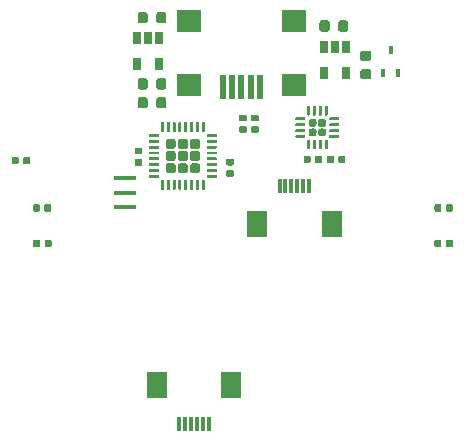
<source format=gtp>
G04 #@! TF.GenerationSoftware,KiCad,Pcbnew,(5.1.0)-1*
G04 #@! TF.CreationDate,2019-03-26T08:32:57+01:00*
G04 #@! TF.ProjectId,node,6e6f6465-2e6b-4696-9361-645f70636258,rev?*
G04 #@! TF.SameCoordinates,Original*
G04 #@! TF.FileFunction,Paste,Top*
G04 #@! TF.FilePolarity,Positive*
%FSLAX46Y46*%
G04 Gerber Fmt 4.6, Leading zero omitted, Abs format (unit mm)*
G04 Created by KiCad (PCBNEW (5.1.0)-1) date 2019-03-26 08:32:57*
%MOMM*%
%LPD*%
G04 APERTURE LIST*
%ADD10R,0.450000X0.700000*%
%ADD11C,0.100000*%
%ADD12C,0.250000*%
%ADD13C,0.830000*%
%ADD14R,0.300000X1.300000*%
%ADD15R,1.800000X2.200000*%
%ADD16C,0.590000*%
%ADD17C,0.875000*%
%ADD18R,0.650000X1.060000*%
%ADD19R,1.900000X0.400000*%
%ADD20C,0.640000*%
%ADD21R,0.500000X2.000000*%
%ADD22R,2.000000X1.900000*%
G04 APERTURE END LIST*
D10*
X159500000Y-67600000D03*
X160150000Y-69600000D03*
X158850000Y-69600000D03*
D11*
G36*
X140238626Y-73725301D02*
G01*
X140244693Y-73726201D01*
X140250643Y-73727691D01*
X140256418Y-73729758D01*
X140261962Y-73732380D01*
X140267223Y-73735533D01*
X140272150Y-73739187D01*
X140276694Y-73743306D01*
X140280813Y-73747850D01*
X140284467Y-73752777D01*
X140287620Y-73758038D01*
X140290242Y-73763582D01*
X140292309Y-73769357D01*
X140293799Y-73775307D01*
X140294699Y-73781374D01*
X140295000Y-73787500D01*
X140295000Y-74537500D01*
X140294699Y-74543626D01*
X140293799Y-74549693D01*
X140292309Y-74555643D01*
X140290242Y-74561418D01*
X140287620Y-74566962D01*
X140284467Y-74572223D01*
X140280813Y-74577150D01*
X140276694Y-74581694D01*
X140272150Y-74585813D01*
X140267223Y-74589467D01*
X140261962Y-74592620D01*
X140256418Y-74595242D01*
X140250643Y-74597309D01*
X140244693Y-74598799D01*
X140238626Y-74599699D01*
X140232500Y-74600000D01*
X140107500Y-74600000D01*
X140101374Y-74599699D01*
X140095307Y-74598799D01*
X140089357Y-74597309D01*
X140083582Y-74595242D01*
X140078038Y-74592620D01*
X140072777Y-74589467D01*
X140067850Y-74585813D01*
X140063306Y-74581694D01*
X140059187Y-74577150D01*
X140055533Y-74572223D01*
X140052380Y-74566962D01*
X140049758Y-74561418D01*
X140047691Y-74555643D01*
X140046201Y-74549693D01*
X140045301Y-74543626D01*
X140045000Y-74537500D01*
X140045000Y-73787500D01*
X140045301Y-73781374D01*
X140046201Y-73775307D01*
X140047691Y-73769357D01*
X140049758Y-73763582D01*
X140052380Y-73758038D01*
X140055533Y-73752777D01*
X140059187Y-73747850D01*
X140063306Y-73743306D01*
X140067850Y-73739187D01*
X140072777Y-73735533D01*
X140078038Y-73732380D01*
X140083582Y-73729758D01*
X140089357Y-73727691D01*
X140095307Y-73726201D01*
X140101374Y-73725301D01*
X140107500Y-73725000D01*
X140232500Y-73725000D01*
X140238626Y-73725301D01*
X140238626Y-73725301D01*
G37*
D12*
X140170000Y-74162500D03*
D11*
G36*
X140738626Y-73725301D02*
G01*
X140744693Y-73726201D01*
X140750643Y-73727691D01*
X140756418Y-73729758D01*
X140761962Y-73732380D01*
X140767223Y-73735533D01*
X140772150Y-73739187D01*
X140776694Y-73743306D01*
X140780813Y-73747850D01*
X140784467Y-73752777D01*
X140787620Y-73758038D01*
X140790242Y-73763582D01*
X140792309Y-73769357D01*
X140793799Y-73775307D01*
X140794699Y-73781374D01*
X140795000Y-73787500D01*
X140795000Y-74537500D01*
X140794699Y-74543626D01*
X140793799Y-74549693D01*
X140792309Y-74555643D01*
X140790242Y-74561418D01*
X140787620Y-74566962D01*
X140784467Y-74572223D01*
X140780813Y-74577150D01*
X140776694Y-74581694D01*
X140772150Y-74585813D01*
X140767223Y-74589467D01*
X140761962Y-74592620D01*
X140756418Y-74595242D01*
X140750643Y-74597309D01*
X140744693Y-74598799D01*
X140738626Y-74599699D01*
X140732500Y-74600000D01*
X140607500Y-74600000D01*
X140601374Y-74599699D01*
X140595307Y-74598799D01*
X140589357Y-74597309D01*
X140583582Y-74595242D01*
X140578038Y-74592620D01*
X140572777Y-74589467D01*
X140567850Y-74585813D01*
X140563306Y-74581694D01*
X140559187Y-74577150D01*
X140555533Y-74572223D01*
X140552380Y-74566962D01*
X140549758Y-74561418D01*
X140547691Y-74555643D01*
X140546201Y-74549693D01*
X140545301Y-74543626D01*
X140545000Y-74537500D01*
X140545000Y-73787500D01*
X140545301Y-73781374D01*
X140546201Y-73775307D01*
X140547691Y-73769357D01*
X140549758Y-73763582D01*
X140552380Y-73758038D01*
X140555533Y-73752777D01*
X140559187Y-73747850D01*
X140563306Y-73743306D01*
X140567850Y-73739187D01*
X140572777Y-73735533D01*
X140578038Y-73732380D01*
X140583582Y-73729758D01*
X140589357Y-73727691D01*
X140595307Y-73726201D01*
X140601374Y-73725301D01*
X140607500Y-73725000D01*
X140732500Y-73725000D01*
X140738626Y-73725301D01*
X140738626Y-73725301D01*
G37*
D12*
X140670000Y-74162500D03*
D11*
G36*
X141238626Y-73725301D02*
G01*
X141244693Y-73726201D01*
X141250643Y-73727691D01*
X141256418Y-73729758D01*
X141261962Y-73732380D01*
X141267223Y-73735533D01*
X141272150Y-73739187D01*
X141276694Y-73743306D01*
X141280813Y-73747850D01*
X141284467Y-73752777D01*
X141287620Y-73758038D01*
X141290242Y-73763582D01*
X141292309Y-73769357D01*
X141293799Y-73775307D01*
X141294699Y-73781374D01*
X141295000Y-73787500D01*
X141295000Y-74537500D01*
X141294699Y-74543626D01*
X141293799Y-74549693D01*
X141292309Y-74555643D01*
X141290242Y-74561418D01*
X141287620Y-74566962D01*
X141284467Y-74572223D01*
X141280813Y-74577150D01*
X141276694Y-74581694D01*
X141272150Y-74585813D01*
X141267223Y-74589467D01*
X141261962Y-74592620D01*
X141256418Y-74595242D01*
X141250643Y-74597309D01*
X141244693Y-74598799D01*
X141238626Y-74599699D01*
X141232500Y-74600000D01*
X141107500Y-74600000D01*
X141101374Y-74599699D01*
X141095307Y-74598799D01*
X141089357Y-74597309D01*
X141083582Y-74595242D01*
X141078038Y-74592620D01*
X141072777Y-74589467D01*
X141067850Y-74585813D01*
X141063306Y-74581694D01*
X141059187Y-74577150D01*
X141055533Y-74572223D01*
X141052380Y-74566962D01*
X141049758Y-74561418D01*
X141047691Y-74555643D01*
X141046201Y-74549693D01*
X141045301Y-74543626D01*
X141045000Y-74537500D01*
X141045000Y-73787500D01*
X141045301Y-73781374D01*
X141046201Y-73775307D01*
X141047691Y-73769357D01*
X141049758Y-73763582D01*
X141052380Y-73758038D01*
X141055533Y-73752777D01*
X141059187Y-73747850D01*
X141063306Y-73743306D01*
X141067850Y-73739187D01*
X141072777Y-73735533D01*
X141078038Y-73732380D01*
X141083582Y-73729758D01*
X141089357Y-73727691D01*
X141095307Y-73726201D01*
X141101374Y-73725301D01*
X141107500Y-73725000D01*
X141232500Y-73725000D01*
X141238626Y-73725301D01*
X141238626Y-73725301D01*
G37*
D12*
X141170000Y-74162500D03*
D11*
G36*
X141738626Y-73725301D02*
G01*
X141744693Y-73726201D01*
X141750643Y-73727691D01*
X141756418Y-73729758D01*
X141761962Y-73732380D01*
X141767223Y-73735533D01*
X141772150Y-73739187D01*
X141776694Y-73743306D01*
X141780813Y-73747850D01*
X141784467Y-73752777D01*
X141787620Y-73758038D01*
X141790242Y-73763582D01*
X141792309Y-73769357D01*
X141793799Y-73775307D01*
X141794699Y-73781374D01*
X141795000Y-73787500D01*
X141795000Y-74537500D01*
X141794699Y-74543626D01*
X141793799Y-74549693D01*
X141792309Y-74555643D01*
X141790242Y-74561418D01*
X141787620Y-74566962D01*
X141784467Y-74572223D01*
X141780813Y-74577150D01*
X141776694Y-74581694D01*
X141772150Y-74585813D01*
X141767223Y-74589467D01*
X141761962Y-74592620D01*
X141756418Y-74595242D01*
X141750643Y-74597309D01*
X141744693Y-74598799D01*
X141738626Y-74599699D01*
X141732500Y-74600000D01*
X141607500Y-74600000D01*
X141601374Y-74599699D01*
X141595307Y-74598799D01*
X141589357Y-74597309D01*
X141583582Y-74595242D01*
X141578038Y-74592620D01*
X141572777Y-74589467D01*
X141567850Y-74585813D01*
X141563306Y-74581694D01*
X141559187Y-74577150D01*
X141555533Y-74572223D01*
X141552380Y-74566962D01*
X141549758Y-74561418D01*
X141547691Y-74555643D01*
X141546201Y-74549693D01*
X141545301Y-74543626D01*
X141545000Y-74537500D01*
X141545000Y-73787500D01*
X141545301Y-73781374D01*
X141546201Y-73775307D01*
X141547691Y-73769357D01*
X141549758Y-73763582D01*
X141552380Y-73758038D01*
X141555533Y-73752777D01*
X141559187Y-73747850D01*
X141563306Y-73743306D01*
X141567850Y-73739187D01*
X141572777Y-73735533D01*
X141578038Y-73732380D01*
X141583582Y-73729758D01*
X141589357Y-73727691D01*
X141595307Y-73726201D01*
X141601374Y-73725301D01*
X141607500Y-73725000D01*
X141732500Y-73725000D01*
X141738626Y-73725301D01*
X141738626Y-73725301D01*
G37*
D12*
X141670000Y-74162500D03*
D11*
G36*
X142238626Y-73725301D02*
G01*
X142244693Y-73726201D01*
X142250643Y-73727691D01*
X142256418Y-73729758D01*
X142261962Y-73732380D01*
X142267223Y-73735533D01*
X142272150Y-73739187D01*
X142276694Y-73743306D01*
X142280813Y-73747850D01*
X142284467Y-73752777D01*
X142287620Y-73758038D01*
X142290242Y-73763582D01*
X142292309Y-73769357D01*
X142293799Y-73775307D01*
X142294699Y-73781374D01*
X142295000Y-73787500D01*
X142295000Y-74537500D01*
X142294699Y-74543626D01*
X142293799Y-74549693D01*
X142292309Y-74555643D01*
X142290242Y-74561418D01*
X142287620Y-74566962D01*
X142284467Y-74572223D01*
X142280813Y-74577150D01*
X142276694Y-74581694D01*
X142272150Y-74585813D01*
X142267223Y-74589467D01*
X142261962Y-74592620D01*
X142256418Y-74595242D01*
X142250643Y-74597309D01*
X142244693Y-74598799D01*
X142238626Y-74599699D01*
X142232500Y-74600000D01*
X142107500Y-74600000D01*
X142101374Y-74599699D01*
X142095307Y-74598799D01*
X142089357Y-74597309D01*
X142083582Y-74595242D01*
X142078038Y-74592620D01*
X142072777Y-74589467D01*
X142067850Y-74585813D01*
X142063306Y-74581694D01*
X142059187Y-74577150D01*
X142055533Y-74572223D01*
X142052380Y-74566962D01*
X142049758Y-74561418D01*
X142047691Y-74555643D01*
X142046201Y-74549693D01*
X142045301Y-74543626D01*
X142045000Y-74537500D01*
X142045000Y-73787500D01*
X142045301Y-73781374D01*
X142046201Y-73775307D01*
X142047691Y-73769357D01*
X142049758Y-73763582D01*
X142052380Y-73758038D01*
X142055533Y-73752777D01*
X142059187Y-73747850D01*
X142063306Y-73743306D01*
X142067850Y-73739187D01*
X142072777Y-73735533D01*
X142078038Y-73732380D01*
X142083582Y-73729758D01*
X142089357Y-73727691D01*
X142095307Y-73726201D01*
X142101374Y-73725301D01*
X142107500Y-73725000D01*
X142232500Y-73725000D01*
X142238626Y-73725301D01*
X142238626Y-73725301D01*
G37*
D12*
X142170000Y-74162500D03*
D11*
G36*
X142738626Y-73725301D02*
G01*
X142744693Y-73726201D01*
X142750643Y-73727691D01*
X142756418Y-73729758D01*
X142761962Y-73732380D01*
X142767223Y-73735533D01*
X142772150Y-73739187D01*
X142776694Y-73743306D01*
X142780813Y-73747850D01*
X142784467Y-73752777D01*
X142787620Y-73758038D01*
X142790242Y-73763582D01*
X142792309Y-73769357D01*
X142793799Y-73775307D01*
X142794699Y-73781374D01*
X142795000Y-73787500D01*
X142795000Y-74537500D01*
X142794699Y-74543626D01*
X142793799Y-74549693D01*
X142792309Y-74555643D01*
X142790242Y-74561418D01*
X142787620Y-74566962D01*
X142784467Y-74572223D01*
X142780813Y-74577150D01*
X142776694Y-74581694D01*
X142772150Y-74585813D01*
X142767223Y-74589467D01*
X142761962Y-74592620D01*
X142756418Y-74595242D01*
X142750643Y-74597309D01*
X142744693Y-74598799D01*
X142738626Y-74599699D01*
X142732500Y-74600000D01*
X142607500Y-74600000D01*
X142601374Y-74599699D01*
X142595307Y-74598799D01*
X142589357Y-74597309D01*
X142583582Y-74595242D01*
X142578038Y-74592620D01*
X142572777Y-74589467D01*
X142567850Y-74585813D01*
X142563306Y-74581694D01*
X142559187Y-74577150D01*
X142555533Y-74572223D01*
X142552380Y-74566962D01*
X142549758Y-74561418D01*
X142547691Y-74555643D01*
X142546201Y-74549693D01*
X142545301Y-74543626D01*
X142545000Y-74537500D01*
X142545000Y-73787500D01*
X142545301Y-73781374D01*
X142546201Y-73775307D01*
X142547691Y-73769357D01*
X142549758Y-73763582D01*
X142552380Y-73758038D01*
X142555533Y-73752777D01*
X142559187Y-73747850D01*
X142563306Y-73743306D01*
X142567850Y-73739187D01*
X142572777Y-73735533D01*
X142578038Y-73732380D01*
X142583582Y-73729758D01*
X142589357Y-73727691D01*
X142595307Y-73726201D01*
X142601374Y-73725301D01*
X142607500Y-73725000D01*
X142732500Y-73725000D01*
X142738626Y-73725301D01*
X142738626Y-73725301D01*
G37*
D12*
X142670000Y-74162500D03*
D11*
G36*
X143238626Y-73725301D02*
G01*
X143244693Y-73726201D01*
X143250643Y-73727691D01*
X143256418Y-73729758D01*
X143261962Y-73732380D01*
X143267223Y-73735533D01*
X143272150Y-73739187D01*
X143276694Y-73743306D01*
X143280813Y-73747850D01*
X143284467Y-73752777D01*
X143287620Y-73758038D01*
X143290242Y-73763582D01*
X143292309Y-73769357D01*
X143293799Y-73775307D01*
X143294699Y-73781374D01*
X143295000Y-73787500D01*
X143295000Y-74537500D01*
X143294699Y-74543626D01*
X143293799Y-74549693D01*
X143292309Y-74555643D01*
X143290242Y-74561418D01*
X143287620Y-74566962D01*
X143284467Y-74572223D01*
X143280813Y-74577150D01*
X143276694Y-74581694D01*
X143272150Y-74585813D01*
X143267223Y-74589467D01*
X143261962Y-74592620D01*
X143256418Y-74595242D01*
X143250643Y-74597309D01*
X143244693Y-74598799D01*
X143238626Y-74599699D01*
X143232500Y-74600000D01*
X143107500Y-74600000D01*
X143101374Y-74599699D01*
X143095307Y-74598799D01*
X143089357Y-74597309D01*
X143083582Y-74595242D01*
X143078038Y-74592620D01*
X143072777Y-74589467D01*
X143067850Y-74585813D01*
X143063306Y-74581694D01*
X143059187Y-74577150D01*
X143055533Y-74572223D01*
X143052380Y-74566962D01*
X143049758Y-74561418D01*
X143047691Y-74555643D01*
X143046201Y-74549693D01*
X143045301Y-74543626D01*
X143045000Y-74537500D01*
X143045000Y-73787500D01*
X143045301Y-73781374D01*
X143046201Y-73775307D01*
X143047691Y-73769357D01*
X143049758Y-73763582D01*
X143052380Y-73758038D01*
X143055533Y-73752777D01*
X143059187Y-73747850D01*
X143063306Y-73743306D01*
X143067850Y-73739187D01*
X143072777Y-73735533D01*
X143078038Y-73732380D01*
X143083582Y-73729758D01*
X143089357Y-73727691D01*
X143095307Y-73726201D01*
X143101374Y-73725301D01*
X143107500Y-73725000D01*
X143232500Y-73725000D01*
X143238626Y-73725301D01*
X143238626Y-73725301D01*
G37*
D12*
X143170000Y-74162500D03*
D11*
G36*
X143738626Y-73725301D02*
G01*
X143744693Y-73726201D01*
X143750643Y-73727691D01*
X143756418Y-73729758D01*
X143761962Y-73732380D01*
X143767223Y-73735533D01*
X143772150Y-73739187D01*
X143776694Y-73743306D01*
X143780813Y-73747850D01*
X143784467Y-73752777D01*
X143787620Y-73758038D01*
X143790242Y-73763582D01*
X143792309Y-73769357D01*
X143793799Y-73775307D01*
X143794699Y-73781374D01*
X143795000Y-73787500D01*
X143795000Y-74537500D01*
X143794699Y-74543626D01*
X143793799Y-74549693D01*
X143792309Y-74555643D01*
X143790242Y-74561418D01*
X143787620Y-74566962D01*
X143784467Y-74572223D01*
X143780813Y-74577150D01*
X143776694Y-74581694D01*
X143772150Y-74585813D01*
X143767223Y-74589467D01*
X143761962Y-74592620D01*
X143756418Y-74595242D01*
X143750643Y-74597309D01*
X143744693Y-74598799D01*
X143738626Y-74599699D01*
X143732500Y-74600000D01*
X143607500Y-74600000D01*
X143601374Y-74599699D01*
X143595307Y-74598799D01*
X143589357Y-74597309D01*
X143583582Y-74595242D01*
X143578038Y-74592620D01*
X143572777Y-74589467D01*
X143567850Y-74585813D01*
X143563306Y-74581694D01*
X143559187Y-74577150D01*
X143555533Y-74572223D01*
X143552380Y-74566962D01*
X143549758Y-74561418D01*
X143547691Y-74555643D01*
X143546201Y-74549693D01*
X143545301Y-74543626D01*
X143545000Y-74537500D01*
X143545000Y-73787500D01*
X143545301Y-73781374D01*
X143546201Y-73775307D01*
X143547691Y-73769357D01*
X143549758Y-73763582D01*
X143552380Y-73758038D01*
X143555533Y-73752777D01*
X143559187Y-73747850D01*
X143563306Y-73743306D01*
X143567850Y-73739187D01*
X143572777Y-73735533D01*
X143578038Y-73732380D01*
X143583582Y-73729758D01*
X143589357Y-73727691D01*
X143595307Y-73726201D01*
X143601374Y-73725301D01*
X143607500Y-73725000D01*
X143732500Y-73725000D01*
X143738626Y-73725301D01*
X143738626Y-73725301D01*
G37*
D12*
X143670000Y-74162500D03*
D11*
G36*
X144738626Y-74725301D02*
G01*
X144744693Y-74726201D01*
X144750643Y-74727691D01*
X144756418Y-74729758D01*
X144761962Y-74732380D01*
X144767223Y-74735533D01*
X144772150Y-74739187D01*
X144776694Y-74743306D01*
X144780813Y-74747850D01*
X144784467Y-74752777D01*
X144787620Y-74758038D01*
X144790242Y-74763582D01*
X144792309Y-74769357D01*
X144793799Y-74775307D01*
X144794699Y-74781374D01*
X144795000Y-74787500D01*
X144795000Y-74912500D01*
X144794699Y-74918626D01*
X144793799Y-74924693D01*
X144792309Y-74930643D01*
X144790242Y-74936418D01*
X144787620Y-74941962D01*
X144784467Y-74947223D01*
X144780813Y-74952150D01*
X144776694Y-74956694D01*
X144772150Y-74960813D01*
X144767223Y-74964467D01*
X144761962Y-74967620D01*
X144756418Y-74970242D01*
X144750643Y-74972309D01*
X144744693Y-74973799D01*
X144738626Y-74974699D01*
X144732500Y-74975000D01*
X143982500Y-74975000D01*
X143976374Y-74974699D01*
X143970307Y-74973799D01*
X143964357Y-74972309D01*
X143958582Y-74970242D01*
X143953038Y-74967620D01*
X143947777Y-74964467D01*
X143942850Y-74960813D01*
X143938306Y-74956694D01*
X143934187Y-74952150D01*
X143930533Y-74947223D01*
X143927380Y-74941962D01*
X143924758Y-74936418D01*
X143922691Y-74930643D01*
X143921201Y-74924693D01*
X143920301Y-74918626D01*
X143920000Y-74912500D01*
X143920000Y-74787500D01*
X143920301Y-74781374D01*
X143921201Y-74775307D01*
X143922691Y-74769357D01*
X143924758Y-74763582D01*
X143927380Y-74758038D01*
X143930533Y-74752777D01*
X143934187Y-74747850D01*
X143938306Y-74743306D01*
X143942850Y-74739187D01*
X143947777Y-74735533D01*
X143953038Y-74732380D01*
X143958582Y-74729758D01*
X143964357Y-74727691D01*
X143970307Y-74726201D01*
X143976374Y-74725301D01*
X143982500Y-74725000D01*
X144732500Y-74725000D01*
X144738626Y-74725301D01*
X144738626Y-74725301D01*
G37*
D12*
X144357500Y-74850000D03*
D11*
G36*
X144738626Y-75225301D02*
G01*
X144744693Y-75226201D01*
X144750643Y-75227691D01*
X144756418Y-75229758D01*
X144761962Y-75232380D01*
X144767223Y-75235533D01*
X144772150Y-75239187D01*
X144776694Y-75243306D01*
X144780813Y-75247850D01*
X144784467Y-75252777D01*
X144787620Y-75258038D01*
X144790242Y-75263582D01*
X144792309Y-75269357D01*
X144793799Y-75275307D01*
X144794699Y-75281374D01*
X144795000Y-75287500D01*
X144795000Y-75412500D01*
X144794699Y-75418626D01*
X144793799Y-75424693D01*
X144792309Y-75430643D01*
X144790242Y-75436418D01*
X144787620Y-75441962D01*
X144784467Y-75447223D01*
X144780813Y-75452150D01*
X144776694Y-75456694D01*
X144772150Y-75460813D01*
X144767223Y-75464467D01*
X144761962Y-75467620D01*
X144756418Y-75470242D01*
X144750643Y-75472309D01*
X144744693Y-75473799D01*
X144738626Y-75474699D01*
X144732500Y-75475000D01*
X143982500Y-75475000D01*
X143976374Y-75474699D01*
X143970307Y-75473799D01*
X143964357Y-75472309D01*
X143958582Y-75470242D01*
X143953038Y-75467620D01*
X143947777Y-75464467D01*
X143942850Y-75460813D01*
X143938306Y-75456694D01*
X143934187Y-75452150D01*
X143930533Y-75447223D01*
X143927380Y-75441962D01*
X143924758Y-75436418D01*
X143922691Y-75430643D01*
X143921201Y-75424693D01*
X143920301Y-75418626D01*
X143920000Y-75412500D01*
X143920000Y-75287500D01*
X143920301Y-75281374D01*
X143921201Y-75275307D01*
X143922691Y-75269357D01*
X143924758Y-75263582D01*
X143927380Y-75258038D01*
X143930533Y-75252777D01*
X143934187Y-75247850D01*
X143938306Y-75243306D01*
X143942850Y-75239187D01*
X143947777Y-75235533D01*
X143953038Y-75232380D01*
X143958582Y-75229758D01*
X143964357Y-75227691D01*
X143970307Y-75226201D01*
X143976374Y-75225301D01*
X143982500Y-75225000D01*
X144732500Y-75225000D01*
X144738626Y-75225301D01*
X144738626Y-75225301D01*
G37*
D12*
X144357500Y-75350000D03*
D11*
G36*
X144738626Y-75725301D02*
G01*
X144744693Y-75726201D01*
X144750643Y-75727691D01*
X144756418Y-75729758D01*
X144761962Y-75732380D01*
X144767223Y-75735533D01*
X144772150Y-75739187D01*
X144776694Y-75743306D01*
X144780813Y-75747850D01*
X144784467Y-75752777D01*
X144787620Y-75758038D01*
X144790242Y-75763582D01*
X144792309Y-75769357D01*
X144793799Y-75775307D01*
X144794699Y-75781374D01*
X144795000Y-75787500D01*
X144795000Y-75912500D01*
X144794699Y-75918626D01*
X144793799Y-75924693D01*
X144792309Y-75930643D01*
X144790242Y-75936418D01*
X144787620Y-75941962D01*
X144784467Y-75947223D01*
X144780813Y-75952150D01*
X144776694Y-75956694D01*
X144772150Y-75960813D01*
X144767223Y-75964467D01*
X144761962Y-75967620D01*
X144756418Y-75970242D01*
X144750643Y-75972309D01*
X144744693Y-75973799D01*
X144738626Y-75974699D01*
X144732500Y-75975000D01*
X143982500Y-75975000D01*
X143976374Y-75974699D01*
X143970307Y-75973799D01*
X143964357Y-75972309D01*
X143958582Y-75970242D01*
X143953038Y-75967620D01*
X143947777Y-75964467D01*
X143942850Y-75960813D01*
X143938306Y-75956694D01*
X143934187Y-75952150D01*
X143930533Y-75947223D01*
X143927380Y-75941962D01*
X143924758Y-75936418D01*
X143922691Y-75930643D01*
X143921201Y-75924693D01*
X143920301Y-75918626D01*
X143920000Y-75912500D01*
X143920000Y-75787500D01*
X143920301Y-75781374D01*
X143921201Y-75775307D01*
X143922691Y-75769357D01*
X143924758Y-75763582D01*
X143927380Y-75758038D01*
X143930533Y-75752777D01*
X143934187Y-75747850D01*
X143938306Y-75743306D01*
X143942850Y-75739187D01*
X143947777Y-75735533D01*
X143953038Y-75732380D01*
X143958582Y-75729758D01*
X143964357Y-75727691D01*
X143970307Y-75726201D01*
X143976374Y-75725301D01*
X143982500Y-75725000D01*
X144732500Y-75725000D01*
X144738626Y-75725301D01*
X144738626Y-75725301D01*
G37*
D12*
X144357500Y-75850000D03*
D11*
G36*
X144738626Y-76225301D02*
G01*
X144744693Y-76226201D01*
X144750643Y-76227691D01*
X144756418Y-76229758D01*
X144761962Y-76232380D01*
X144767223Y-76235533D01*
X144772150Y-76239187D01*
X144776694Y-76243306D01*
X144780813Y-76247850D01*
X144784467Y-76252777D01*
X144787620Y-76258038D01*
X144790242Y-76263582D01*
X144792309Y-76269357D01*
X144793799Y-76275307D01*
X144794699Y-76281374D01*
X144795000Y-76287500D01*
X144795000Y-76412500D01*
X144794699Y-76418626D01*
X144793799Y-76424693D01*
X144792309Y-76430643D01*
X144790242Y-76436418D01*
X144787620Y-76441962D01*
X144784467Y-76447223D01*
X144780813Y-76452150D01*
X144776694Y-76456694D01*
X144772150Y-76460813D01*
X144767223Y-76464467D01*
X144761962Y-76467620D01*
X144756418Y-76470242D01*
X144750643Y-76472309D01*
X144744693Y-76473799D01*
X144738626Y-76474699D01*
X144732500Y-76475000D01*
X143982500Y-76475000D01*
X143976374Y-76474699D01*
X143970307Y-76473799D01*
X143964357Y-76472309D01*
X143958582Y-76470242D01*
X143953038Y-76467620D01*
X143947777Y-76464467D01*
X143942850Y-76460813D01*
X143938306Y-76456694D01*
X143934187Y-76452150D01*
X143930533Y-76447223D01*
X143927380Y-76441962D01*
X143924758Y-76436418D01*
X143922691Y-76430643D01*
X143921201Y-76424693D01*
X143920301Y-76418626D01*
X143920000Y-76412500D01*
X143920000Y-76287500D01*
X143920301Y-76281374D01*
X143921201Y-76275307D01*
X143922691Y-76269357D01*
X143924758Y-76263582D01*
X143927380Y-76258038D01*
X143930533Y-76252777D01*
X143934187Y-76247850D01*
X143938306Y-76243306D01*
X143942850Y-76239187D01*
X143947777Y-76235533D01*
X143953038Y-76232380D01*
X143958582Y-76229758D01*
X143964357Y-76227691D01*
X143970307Y-76226201D01*
X143976374Y-76225301D01*
X143982500Y-76225000D01*
X144732500Y-76225000D01*
X144738626Y-76225301D01*
X144738626Y-76225301D01*
G37*
D12*
X144357500Y-76350000D03*
D11*
G36*
X144738626Y-76725301D02*
G01*
X144744693Y-76726201D01*
X144750643Y-76727691D01*
X144756418Y-76729758D01*
X144761962Y-76732380D01*
X144767223Y-76735533D01*
X144772150Y-76739187D01*
X144776694Y-76743306D01*
X144780813Y-76747850D01*
X144784467Y-76752777D01*
X144787620Y-76758038D01*
X144790242Y-76763582D01*
X144792309Y-76769357D01*
X144793799Y-76775307D01*
X144794699Y-76781374D01*
X144795000Y-76787500D01*
X144795000Y-76912500D01*
X144794699Y-76918626D01*
X144793799Y-76924693D01*
X144792309Y-76930643D01*
X144790242Y-76936418D01*
X144787620Y-76941962D01*
X144784467Y-76947223D01*
X144780813Y-76952150D01*
X144776694Y-76956694D01*
X144772150Y-76960813D01*
X144767223Y-76964467D01*
X144761962Y-76967620D01*
X144756418Y-76970242D01*
X144750643Y-76972309D01*
X144744693Y-76973799D01*
X144738626Y-76974699D01*
X144732500Y-76975000D01*
X143982500Y-76975000D01*
X143976374Y-76974699D01*
X143970307Y-76973799D01*
X143964357Y-76972309D01*
X143958582Y-76970242D01*
X143953038Y-76967620D01*
X143947777Y-76964467D01*
X143942850Y-76960813D01*
X143938306Y-76956694D01*
X143934187Y-76952150D01*
X143930533Y-76947223D01*
X143927380Y-76941962D01*
X143924758Y-76936418D01*
X143922691Y-76930643D01*
X143921201Y-76924693D01*
X143920301Y-76918626D01*
X143920000Y-76912500D01*
X143920000Y-76787500D01*
X143920301Y-76781374D01*
X143921201Y-76775307D01*
X143922691Y-76769357D01*
X143924758Y-76763582D01*
X143927380Y-76758038D01*
X143930533Y-76752777D01*
X143934187Y-76747850D01*
X143938306Y-76743306D01*
X143942850Y-76739187D01*
X143947777Y-76735533D01*
X143953038Y-76732380D01*
X143958582Y-76729758D01*
X143964357Y-76727691D01*
X143970307Y-76726201D01*
X143976374Y-76725301D01*
X143982500Y-76725000D01*
X144732500Y-76725000D01*
X144738626Y-76725301D01*
X144738626Y-76725301D01*
G37*
D12*
X144357500Y-76850000D03*
D11*
G36*
X144738626Y-77225301D02*
G01*
X144744693Y-77226201D01*
X144750643Y-77227691D01*
X144756418Y-77229758D01*
X144761962Y-77232380D01*
X144767223Y-77235533D01*
X144772150Y-77239187D01*
X144776694Y-77243306D01*
X144780813Y-77247850D01*
X144784467Y-77252777D01*
X144787620Y-77258038D01*
X144790242Y-77263582D01*
X144792309Y-77269357D01*
X144793799Y-77275307D01*
X144794699Y-77281374D01*
X144795000Y-77287500D01*
X144795000Y-77412500D01*
X144794699Y-77418626D01*
X144793799Y-77424693D01*
X144792309Y-77430643D01*
X144790242Y-77436418D01*
X144787620Y-77441962D01*
X144784467Y-77447223D01*
X144780813Y-77452150D01*
X144776694Y-77456694D01*
X144772150Y-77460813D01*
X144767223Y-77464467D01*
X144761962Y-77467620D01*
X144756418Y-77470242D01*
X144750643Y-77472309D01*
X144744693Y-77473799D01*
X144738626Y-77474699D01*
X144732500Y-77475000D01*
X143982500Y-77475000D01*
X143976374Y-77474699D01*
X143970307Y-77473799D01*
X143964357Y-77472309D01*
X143958582Y-77470242D01*
X143953038Y-77467620D01*
X143947777Y-77464467D01*
X143942850Y-77460813D01*
X143938306Y-77456694D01*
X143934187Y-77452150D01*
X143930533Y-77447223D01*
X143927380Y-77441962D01*
X143924758Y-77436418D01*
X143922691Y-77430643D01*
X143921201Y-77424693D01*
X143920301Y-77418626D01*
X143920000Y-77412500D01*
X143920000Y-77287500D01*
X143920301Y-77281374D01*
X143921201Y-77275307D01*
X143922691Y-77269357D01*
X143924758Y-77263582D01*
X143927380Y-77258038D01*
X143930533Y-77252777D01*
X143934187Y-77247850D01*
X143938306Y-77243306D01*
X143942850Y-77239187D01*
X143947777Y-77235533D01*
X143953038Y-77232380D01*
X143958582Y-77229758D01*
X143964357Y-77227691D01*
X143970307Y-77226201D01*
X143976374Y-77225301D01*
X143982500Y-77225000D01*
X144732500Y-77225000D01*
X144738626Y-77225301D01*
X144738626Y-77225301D01*
G37*
D12*
X144357500Y-77350000D03*
D11*
G36*
X144738626Y-77725301D02*
G01*
X144744693Y-77726201D01*
X144750643Y-77727691D01*
X144756418Y-77729758D01*
X144761962Y-77732380D01*
X144767223Y-77735533D01*
X144772150Y-77739187D01*
X144776694Y-77743306D01*
X144780813Y-77747850D01*
X144784467Y-77752777D01*
X144787620Y-77758038D01*
X144790242Y-77763582D01*
X144792309Y-77769357D01*
X144793799Y-77775307D01*
X144794699Y-77781374D01*
X144795000Y-77787500D01*
X144795000Y-77912500D01*
X144794699Y-77918626D01*
X144793799Y-77924693D01*
X144792309Y-77930643D01*
X144790242Y-77936418D01*
X144787620Y-77941962D01*
X144784467Y-77947223D01*
X144780813Y-77952150D01*
X144776694Y-77956694D01*
X144772150Y-77960813D01*
X144767223Y-77964467D01*
X144761962Y-77967620D01*
X144756418Y-77970242D01*
X144750643Y-77972309D01*
X144744693Y-77973799D01*
X144738626Y-77974699D01*
X144732500Y-77975000D01*
X143982500Y-77975000D01*
X143976374Y-77974699D01*
X143970307Y-77973799D01*
X143964357Y-77972309D01*
X143958582Y-77970242D01*
X143953038Y-77967620D01*
X143947777Y-77964467D01*
X143942850Y-77960813D01*
X143938306Y-77956694D01*
X143934187Y-77952150D01*
X143930533Y-77947223D01*
X143927380Y-77941962D01*
X143924758Y-77936418D01*
X143922691Y-77930643D01*
X143921201Y-77924693D01*
X143920301Y-77918626D01*
X143920000Y-77912500D01*
X143920000Y-77787500D01*
X143920301Y-77781374D01*
X143921201Y-77775307D01*
X143922691Y-77769357D01*
X143924758Y-77763582D01*
X143927380Y-77758038D01*
X143930533Y-77752777D01*
X143934187Y-77747850D01*
X143938306Y-77743306D01*
X143942850Y-77739187D01*
X143947777Y-77735533D01*
X143953038Y-77732380D01*
X143958582Y-77729758D01*
X143964357Y-77727691D01*
X143970307Y-77726201D01*
X143976374Y-77725301D01*
X143982500Y-77725000D01*
X144732500Y-77725000D01*
X144738626Y-77725301D01*
X144738626Y-77725301D01*
G37*
D12*
X144357500Y-77850000D03*
D11*
G36*
X144738626Y-78225301D02*
G01*
X144744693Y-78226201D01*
X144750643Y-78227691D01*
X144756418Y-78229758D01*
X144761962Y-78232380D01*
X144767223Y-78235533D01*
X144772150Y-78239187D01*
X144776694Y-78243306D01*
X144780813Y-78247850D01*
X144784467Y-78252777D01*
X144787620Y-78258038D01*
X144790242Y-78263582D01*
X144792309Y-78269357D01*
X144793799Y-78275307D01*
X144794699Y-78281374D01*
X144795000Y-78287500D01*
X144795000Y-78412500D01*
X144794699Y-78418626D01*
X144793799Y-78424693D01*
X144792309Y-78430643D01*
X144790242Y-78436418D01*
X144787620Y-78441962D01*
X144784467Y-78447223D01*
X144780813Y-78452150D01*
X144776694Y-78456694D01*
X144772150Y-78460813D01*
X144767223Y-78464467D01*
X144761962Y-78467620D01*
X144756418Y-78470242D01*
X144750643Y-78472309D01*
X144744693Y-78473799D01*
X144738626Y-78474699D01*
X144732500Y-78475000D01*
X143982500Y-78475000D01*
X143976374Y-78474699D01*
X143970307Y-78473799D01*
X143964357Y-78472309D01*
X143958582Y-78470242D01*
X143953038Y-78467620D01*
X143947777Y-78464467D01*
X143942850Y-78460813D01*
X143938306Y-78456694D01*
X143934187Y-78452150D01*
X143930533Y-78447223D01*
X143927380Y-78441962D01*
X143924758Y-78436418D01*
X143922691Y-78430643D01*
X143921201Y-78424693D01*
X143920301Y-78418626D01*
X143920000Y-78412500D01*
X143920000Y-78287500D01*
X143920301Y-78281374D01*
X143921201Y-78275307D01*
X143922691Y-78269357D01*
X143924758Y-78263582D01*
X143927380Y-78258038D01*
X143930533Y-78252777D01*
X143934187Y-78247850D01*
X143938306Y-78243306D01*
X143942850Y-78239187D01*
X143947777Y-78235533D01*
X143953038Y-78232380D01*
X143958582Y-78229758D01*
X143964357Y-78227691D01*
X143970307Y-78226201D01*
X143976374Y-78225301D01*
X143982500Y-78225000D01*
X144732500Y-78225000D01*
X144738626Y-78225301D01*
X144738626Y-78225301D01*
G37*
D12*
X144357500Y-78350000D03*
D11*
G36*
X143738626Y-78600301D02*
G01*
X143744693Y-78601201D01*
X143750643Y-78602691D01*
X143756418Y-78604758D01*
X143761962Y-78607380D01*
X143767223Y-78610533D01*
X143772150Y-78614187D01*
X143776694Y-78618306D01*
X143780813Y-78622850D01*
X143784467Y-78627777D01*
X143787620Y-78633038D01*
X143790242Y-78638582D01*
X143792309Y-78644357D01*
X143793799Y-78650307D01*
X143794699Y-78656374D01*
X143795000Y-78662500D01*
X143795000Y-79412500D01*
X143794699Y-79418626D01*
X143793799Y-79424693D01*
X143792309Y-79430643D01*
X143790242Y-79436418D01*
X143787620Y-79441962D01*
X143784467Y-79447223D01*
X143780813Y-79452150D01*
X143776694Y-79456694D01*
X143772150Y-79460813D01*
X143767223Y-79464467D01*
X143761962Y-79467620D01*
X143756418Y-79470242D01*
X143750643Y-79472309D01*
X143744693Y-79473799D01*
X143738626Y-79474699D01*
X143732500Y-79475000D01*
X143607500Y-79475000D01*
X143601374Y-79474699D01*
X143595307Y-79473799D01*
X143589357Y-79472309D01*
X143583582Y-79470242D01*
X143578038Y-79467620D01*
X143572777Y-79464467D01*
X143567850Y-79460813D01*
X143563306Y-79456694D01*
X143559187Y-79452150D01*
X143555533Y-79447223D01*
X143552380Y-79441962D01*
X143549758Y-79436418D01*
X143547691Y-79430643D01*
X143546201Y-79424693D01*
X143545301Y-79418626D01*
X143545000Y-79412500D01*
X143545000Y-78662500D01*
X143545301Y-78656374D01*
X143546201Y-78650307D01*
X143547691Y-78644357D01*
X143549758Y-78638582D01*
X143552380Y-78633038D01*
X143555533Y-78627777D01*
X143559187Y-78622850D01*
X143563306Y-78618306D01*
X143567850Y-78614187D01*
X143572777Y-78610533D01*
X143578038Y-78607380D01*
X143583582Y-78604758D01*
X143589357Y-78602691D01*
X143595307Y-78601201D01*
X143601374Y-78600301D01*
X143607500Y-78600000D01*
X143732500Y-78600000D01*
X143738626Y-78600301D01*
X143738626Y-78600301D01*
G37*
D12*
X143670000Y-79037500D03*
D11*
G36*
X143238626Y-78600301D02*
G01*
X143244693Y-78601201D01*
X143250643Y-78602691D01*
X143256418Y-78604758D01*
X143261962Y-78607380D01*
X143267223Y-78610533D01*
X143272150Y-78614187D01*
X143276694Y-78618306D01*
X143280813Y-78622850D01*
X143284467Y-78627777D01*
X143287620Y-78633038D01*
X143290242Y-78638582D01*
X143292309Y-78644357D01*
X143293799Y-78650307D01*
X143294699Y-78656374D01*
X143295000Y-78662500D01*
X143295000Y-79412500D01*
X143294699Y-79418626D01*
X143293799Y-79424693D01*
X143292309Y-79430643D01*
X143290242Y-79436418D01*
X143287620Y-79441962D01*
X143284467Y-79447223D01*
X143280813Y-79452150D01*
X143276694Y-79456694D01*
X143272150Y-79460813D01*
X143267223Y-79464467D01*
X143261962Y-79467620D01*
X143256418Y-79470242D01*
X143250643Y-79472309D01*
X143244693Y-79473799D01*
X143238626Y-79474699D01*
X143232500Y-79475000D01*
X143107500Y-79475000D01*
X143101374Y-79474699D01*
X143095307Y-79473799D01*
X143089357Y-79472309D01*
X143083582Y-79470242D01*
X143078038Y-79467620D01*
X143072777Y-79464467D01*
X143067850Y-79460813D01*
X143063306Y-79456694D01*
X143059187Y-79452150D01*
X143055533Y-79447223D01*
X143052380Y-79441962D01*
X143049758Y-79436418D01*
X143047691Y-79430643D01*
X143046201Y-79424693D01*
X143045301Y-79418626D01*
X143045000Y-79412500D01*
X143045000Y-78662500D01*
X143045301Y-78656374D01*
X143046201Y-78650307D01*
X143047691Y-78644357D01*
X143049758Y-78638582D01*
X143052380Y-78633038D01*
X143055533Y-78627777D01*
X143059187Y-78622850D01*
X143063306Y-78618306D01*
X143067850Y-78614187D01*
X143072777Y-78610533D01*
X143078038Y-78607380D01*
X143083582Y-78604758D01*
X143089357Y-78602691D01*
X143095307Y-78601201D01*
X143101374Y-78600301D01*
X143107500Y-78600000D01*
X143232500Y-78600000D01*
X143238626Y-78600301D01*
X143238626Y-78600301D01*
G37*
D12*
X143170000Y-79037500D03*
D11*
G36*
X142738626Y-78600301D02*
G01*
X142744693Y-78601201D01*
X142750643Y-78602691D01*
X142756418Y-78604758D01*
X142761962Y-78607380D01*
X142767223Y-78610533D01*
X142772150Y-78614187D01*
X142776694Y-78618306D01*
X142780813Y-78622850D01*
X142784467Y-78627777D01*
X142787620Y-78633038D01*
X142790242Y-78638582D01*
X142792309Y-78644357D01*
X142793799Y-78650307D01*
X142794699Y-78656374D01*
X142795000Y-78662500D01*
X142795000Y-79412500D01*
X142794699Y-79418626D01*
X142793799Y-79424693D01*
X142792309Y-79430643D01*
X142790242Y-79436418D01*
X142787620Y-79441962D01*
X142784467Y-79447223D01*
X142780813Y-79452150D01*
X142776694Y-79456694D01*
X142772150Y-79460813D01*
X142767223Y-79464467D01*
X142761962Y-79467620D01*
X142756418Y-79470242D01*
X142750643Y-79472309D01*
X142744693Y-79473799D01*
X142738626Y-79474699D01*
X142732500Y-79475000D01*
X142607500Y-79475000D01*
X142601374Y-79474699D01*
X142595307Y-79473799D01*
X142589357Y-79472309D01*
X142583582Y-79470242D01*
X142578038Y-79467620D01*
X142572777Y-79464467D01*
X142567850Y-79460813D01*
X142563306Y-79456694D01*
X142559187Y-79452150D01*
X142555533Y-79447223D01*
X142552380Y-79441962D01*
X142549758Y-79436418D01*
X142547691Y-79430643D01*
X142546201Y-79424693D01*
X142545301Y-79418626D01*
X142545000Y-79412500D01*
X142545000Y-78662500D01*
X142545301Y-78656374D01*
X142546201Y-78650307D01*
X142547691Y-78644357D01*
X142549758Y-78638582D01*
X142552380Y-78633038D01*
X142555533Y-78627777D01*
X142559187Y-78622850D01*
X142563306Y-78618306D01*
X142567850Y-78614187D01*
X142572777Y-78610533D01*
X142578038Y-78607380D01*
X142583582Y-78604758D01*
X142589357Y-78602691D01*
X142595307Y-78601201D01*
X142601374Y-78600301D01*
X142607500Y-78600000D01*
X142732500Y-78600000D01*
X142738626Y-78600301D01*
X142738626Y-78600301D01*
G37*
D12*
X142670000Y-79037500D03*
D11*
G36*
X142238626Y-78600301D02*
G01*
X142244693Y-78601201D01*
X142250643Y-78602691D01*
X142256418Y-78604758D01*
X142261962Y-78607380D01*
X142267223Y-78610533D01*
X142272150Y-78614187D01*
X142276694Y-78618306D01*
X142280813Y-78622850D01*
X142284467Y-78627777D01*
X142287620Y-78633038D01*
X142290242Y-78638582D01*
X142292309Y-78644357D01*
X142293799Y-78650307D01*
X142294699Y-78656374D01*
X142295000Y-78662500D01*
X142295000Y-79412500D01*
X142294699Y-79418626D01*
X142293799Y-79424693D01*
X142292309Y-79430643D01*
X142290242Y-79436418D01*
X142287620Y-79441962D01*
X142284467Y-79447223D01*
X142280813Y-79452150D01*
X142276694Y-79456694D01*
X142272150Y-79460813D01*
X142267223Y-79464467D01*
X142261962Y-79467620D01*
X142256418Y-79470242D01*
X142250643Y-79472309D01*
X142244693Y-79473799D01*
X142238626Y-79474699D01*
X142232500Y-79475000D01*
X142107500Y-79475000D01*
X142101374Y-79474699D01*
X142095307Y-79473799D01*
X142089357Y-79472309D01*
X142083582Y-79470242D01*
X142078038Y-79467620D01*
X142072777Y-79464467D01*
X142067850Y-79460813D01*
X142063306Y-79456694D01*
X142059187Y-79452150D01*
X142055533Y-79447223D01*
X142052380Y-79441962D01*
X142049758Y-79436418D01*
X142047691Y-79430643D01*
X142046201Y-79424693D01*
X142045301Y-79418626D01*
X142045000Y-79412500D01*
X142045000Y-78662500D01*
X142045301Y-78656374D01*
X142046201Y-78650307D01*
X142047691Y-78644357D01*
X142049758Y-78638582D01*
X142052380Y-78633038D01*
X142055533Y-78627777D01*
X142059187Y-78622850D01*
X142063306Y-78618306D01*
X142067850Y-78614187D01*
X142072777Y-78610533D01*
X142078038Y-78607380D01*
X142083582Y-78604758D01*
X142089357Y-78602691D01*
X142095307Y-78601201D01*
X142101374Y-78600301D01*
X142107500Y-78600000D01*
X142232500Y-78600000D01*
X142238626Y-78600301D01*
X142238626Y-78600301D01*
G37*
D12*
X142170000Y-79037500D03*
D11*
G36*
X141738626Y-78600301D02*
G01*
X141744693Y-78601201D01*
X141750643Y-78602691D01*
X141756418Y-78604758D01*
X141761962Y-78607380D01*
X141767223Y-78610533D01*
X141772150Y-78614187D01*
X141776694Y-78618306D01*
X141780813Y-78622850D01*
X141784467Y-78627777D01*
X141787620Y-78633038D01*
X141790242Y-78638582D01*
X141792309Y-78644357D01*
X141793799Y-78650307D01*
X141794699Y-78656374D01*
X141795000Y-78662500D01*
X141795000Y-79412500D01*
X141794699Y-79418626D01*
X141793799Y-79424693D01*
X141792309Y-79430643D01*
X141790242Y-79436418D01*
X141787620Y-79441962D01*
X141784467Y-79447223D01*
X141780813Y-79452150D01*
X141776694Y-79456694D01*
X141772150Y-79460813D01*
X141767223Y-79464467D01*
X141761962Y-79467620D01*
X141756418Y-79470242D01*
X141750643Y-79472309D01*
X141744693Y-79473799D01*
X141738626Y-79474699D01*
X141732500Y-79475000D01*
X141607500Y-79475000D01*
X141601374Y-79474699D01*
X141595307Y-79473799D01*
X141589357Y-79472309D01*
X141583582Y-79470242D01*
X141578038Y-79467620D01*
X141572777Y-79464467D01*
X141567850Y-79460813D01*
X141563306Y-79456694D01*
X141559187Y-79452150D01*
X141555533Y-79447223D01*
X141552380Y-79441962D01*
X141549758Y-79436418D01*
X141547691Y-79430643D01*
X141546201Y-79424693D01*
X141545301Y-79418626D01*
X141545000Y-79412500D01*
X141545000Y-78662500D01*
X141545301Y-78656374D01*
X141546201Y-78650307D01*
X141547691Y-78644357D01*
X141549758Y-78638582D01*
X141552380Y-78633038D01*
X141555533Y-78627777D01*
X141559187Y-78622850D01*
X141563306Y-78618306D01*
X141567850Y-78614187D01*
X141572777Y-78610533D01*
X141578038Y-78607380D01*
X141583582Y-78604758D01*
X141589357Y-78602691D01*
X141595307Y-78601201D01*
X141601374Y-78600301D01*
X141607500Y-78600000D01*
X141732500Y-78600000D01*
X141738626Y-78600301D01*
X141738626Y-78600301D01*
G37*
D12*
X141670000Y-79037500D03*
D11*
G36*
X141238626Y-78600301D02*
G01*
X141244693Y-78601201D01*
X141250643Y-78602691D01*
X141256418Y-78604758D01*
X141261962Y-78607380D01*
X141267223Y-78610533D01*
X141272150Y-78614187D01*
X141276694Y-78618306D01*
X141280813Y-78622850D01*
X141284467Y-78627777D01*
X141287620Y-78633038D01*
X141290242Y-78638582D01*
X141292309Y-78644357D01*
X141293799Y-78650307D01*
X141294699Y-78656374D01*
X141295000Y-78662500D01*
X141295000Y-79412500D01*
X141294699Y-79418626D01*
X141293799Y-79424693D01*
X141292309Y-79430643D01*
X141290242Y-79436418D01*
X141287620Y-79441962D01*
X141284467Y-79447223D01*
X141280813Y-79452150D01*
X141276694Y-79456694D01*
X141272150Y-79460813D01*
X141267223Y-79464467D01*
X141261962Y-79467620D01*
X141256418Y-79470242D01*
X141250643Y-79472309D01*
X141244693Y-79473799D01*
X141238626Y-79474699D01*
X141232500Y-79475000D01*
X141107500Y-79475000D01*
X141101374Y-79474699D01*
X141095307Y-79473799D01*
X141089357Y-79472309D01*
X141083582Y-79470242D01*
X141078038Y-79467620D01*
X141072777Y-79464467D01*
X141067850Y-79460813D01*
X141063306Y-79456694D01*
X141059187Y-79452150D01*
X141055533Y-79447223D01*
X141052380Y-79441962D01*
X141049758Y-79436418D01*
X141047691Y-79430643D01*
X141046201Y-79424693D01*
X141045301Y-79418626D01*
X141045000Y-79412500D01*
X141045000Y-78662500D01*
X141045301Y-78656374D01*
X141046201Y-78650307D01*
X141047691Y-78644357D01*
X141049758Y-78638582D01*
X141052380Y-78633038D01*
X141055533Y-78627777D01*
X141059187Y-78622850D01*
X141063306Y-78618306D01*
X141067850Y-78614187D01*
X141072777Y-78610533D01*
X141078038Y-78607380D01*
X141083582Y-78604758D01*
X141089357Y-78602691D01*
X141095307Y-78601201D01*
X141101374Y-78600301D01*
X141107500Y-78600000D01*
X141232500Y-78600000D01*
X141238626Y-78600301D01*
X141238626Y-78600301D01*
G37*
D12*
X141170000Y-79037500D03*
D11*
G36*
X140738626Y-78600301D02*
G01*
X140744693Y-78601201D01*
X140750643Y-78602691D01*
X140756418Y-78604758D01*
X140761962Y-78607380D01*
X140767223Y-78610533D01*
X140772150Y-78614187D01*
X140776694Y-78618306D01*
X140780813Y-78622850D01*
X140784467Y-78627777D01*
X140787620Y-78633038D01*
X140790242Y-78638582D01*
X140792309Y-78644357D01*
X140793799Y-78650307D01*
X140794699Y-78656374D01*
X140795000Y-78662500D01*
X140795000Y-79412500D01*
X140794699Y-79418626D01*
X140793799Y-79424693D01*
X140792309Y-79430643D01*
X140790242Y-79436418D01*
X140787620Y-79441962D01*
X140784467Y-79447223D01*
X140780813Y-79452150D01*
X140776694Y-79456694D01*
X140772150Y-79460813D01*
X140767223Y-79464467D01*
X140761962Y-79467620D01*
X140756418Y-79470242D01*
X140750643Y-79472309D01*
X140744693Y-79473799D01*
X140738626Y-79474699D01*
X140732500Y-79475000D01*
X140607500Y-79475000D01*
X140601374Y-79474699D01*
X140595307Y-79473799D01*
X140589357Y-79472309D01*
X140583582Y-79470242D01*
X140578038Y-79467620D01*
X140572777Y-79464467D01*
X140567850Y-79460813D01*
X140563306Y-79456694D01*
X140559187Y-79452150D01*
X140555533Y-79447223D01*
X140552380Y-79441962D01*
X140549758Y-79436418D01*
X140547691Y-79430643D01*
X140546201Y-79424693D01*
X140545301Y-79418626D01*
X140545000Y-79412500D01*
X140545000Y-78662500D01*
X140545301Y-78656374D01*
X140546201Y-78650307D01*
X140547691Y-78644357D01*
X140549758Y-78638582D01*
X140552380Y-78633038D01*
X140555533Y-78627777D01*
X140559187Y-78622850D01*
X140563306Y-78618306D01*
X140567850Y-78614187D01*
X140572777Y-78610533D01*
X140578038Y-78607380D01*
X140583582Y-78604758D01*
X140589357Y-78602691D01*
X140595307Y-78601201D01*
X140601374Y-78600301D01*
X140607500Y-78600000D01*
X140732500Y-78600000D01*
X140738626Y-78600301D01*
X140738626Y-78600301D01*
G37*
D12*
X140670000Y-79037500D03*
D11*
G36*
X140238626Y-78600301D02*
G01*
X140244693Y-78601201D01*
X140250643Y-78602691D01*
X140256418Y-78604758D01*
X140261962Y-78607380D01*
X140267223Y-78610533D01*
X140272150Y-78614187D01*
X140276694Y-78618306D01*
X140280813Y-78622850D01*
X140284467Y-78627777D01*
X140287620Y-78633038D01*
X140290242Y-78638582D01*
X140292309Y-78644357D01*
X140293799Y-78650307D01*
X140294699Y-78656374D01*
X140295000Y-78662500D01*
X140295000Y-79412500D01*
X140294699Y-79418626D01*
X140293799Y-79424693D01*
X140292309Y-79430643D01*
X140290242Y-79436418D01*
X140287620Y-79441962D01*
X140284467Y-79447223D01*
X140280813Y-79452150D01*
X140276694Y-79456694D01*
X140272150Y-79460813D01*
X140267223Y-79464467D01*
X140261962Y-79467620D01*
X140256418Y-79470242D01*
X140250643Y-79472309D01*
X140244693Y-79473799D01*
X140238626Y-79474699D01*
X140232500Y-79475000D01*
X140107500Y-79475000D01*
X140101374Y-79474699D01*
X140095307Y-79473799D01*
X140089357Y-79472309D01*
X140083582Y-79470242D01*
X140078038Y-79467620D01*
X140072777Y-79464467D01*
X140067850Y-79460813D01*
X140063306Y-79456694D01*
X140059187Y-79452150D01*
X140055533Y-79447223D01*
X140052380Y-79441962D01*
X140049758Y-79436418D01*
X140047691Y-79430643D01*
X140046201Y-79424693D01*
X140045301Y-79418626D01*
X140045000Y-79412500D01*
X140045000Y-78662500D01*
X140045301Y-78656374D01*
X140046201Y-78650307D01*
X140047691Y-78644357D01*
X140049758Y-78638582D01*
X140052380Y-78633038D01*
X140055533Y-78627777D01*
X140059187Y-78622850D01*
X140063306Y-78618306D01*
X140067850Y-78614187D01*
X140072777Y-78610533D01*
X140078038Y-78607380D01*
X140083582Y-78604758D01*
X140089357Y-78602691D01*
X140095307Y-78601201D01*
X140101374Y-78600301D01*
X140107500Y-78600000D01*
X140232500Y-78600000D01*
X140238626Y-78600301D01*
X140238626Y-78600301D01*
G37*
D12*
X140170000Y-79037500D03*
D11*
G36*
X139863626Y-78225301D02*
G01*
X139869693Y-78226201D01*
X139875643Y-78227691D01*
X139881418Y-78229758D01*
X139886962Y-78232380D01*
X139892223Y-78235533D01*
X139897150Y-78239187D01*
X139901694Y-78243306D01*
X139905813Y-78247850D01*
X139909467Y-78252777D01*
X139912620Y-78258038D01*
X139915242Y-78263582D01*
X139917309Y-78269357D01*
X139918799Y-78275307D01*
X139919699Y-78281374D01*
X139920000Y-78287500D01*
X139920000Y-78412500D01*
X139919699Y-78418626D01*
X139918799Y-78424693D01*
X139917309Y-78430643D01*
X139915242Y-78436418D01*
X139912620Y-78441962D01*
X139909467Y-78447223D01*
X139905813Y-78452150D01*
X139901694Y-78456694D01*
X139897150Y-78460813D01*
X139892223Y-78464467D01*
X139886962Y-78467620D01*
X139881418Y-78470242D01*
X139875643Y-78472309D01*
X139869693Y-78473799D01*
X139863626Y-78474699D01*
X139857500Y-78475000D01*
X139107500Y-78475000D01*
X139101374Y-78474699D01*
X139095307Y-78473799D01*
X139089357Y-78472309D01*
X139083582Y-78470242D01*
X139078038Y-78467620D01*
X139072777Y-78464467D01*
X139067850Y-78460813D01*
X139063306Y-78456694D01*
X139059187Y-78452150D01*
X139055533Y-78447223D01*
X139052380Y-78441962D01*
X139049758Y-78436418D01*
X139047691Y-78430643D01*
X139046201Y-78424693D01*
X139045301Y-78418626D01*
X139045000Y-78412500D01*
X139045000Y-78287500D01*
X139045301Y-78281374D01*
X139046201Y-78275307D01*
X139047691Y-78269357D01*
X139049758Y-78263582D01*
X139052380Y-78258038D01*
X139055533Y-78252777D01*
X139059187Y-78247850D01*
X139063306Y-78243306D01*
X139067850Y-78239187D01*
X139072777Y-78235533D01*
X139078038Y-78232380D01*
X139083582Y-78229758D01*
X139089357Y-78227691D01*
X139095307Y-78226201D01*
X139101374Y-78225301D01*
X139107500Y-78225000D01*
X139857500Y-78225000D01*
X139863626Y-78225301D01*
X139863626Y-78225301D01*
G37*
D12*
X139482500Y-78350000D03*
D11*
G36*
X139863626Y-77725301D02*
G01*
X139869693Y-77726201D01*
X139875643Y-77727691D01*
X139881418Y-77729758D01*
X139886962Y-77732380D01*
X139892223Y-77735533D01*
X139897150Y-77739187D01*
X139901694Y-77743306D01*
X139905813Y-77747850D01*
X139909467Y-77752777D01*
X139912620Y-77758038D01*
X139915242Y-77763582D01*
X139917309Y-77769357D01*
X139918799Y-77775307D01*
X139919699Y-77781374D01*
X139920000Y-77787500D01*
X139920000Y-77912500D01*
X139919699Y-77918626D01*
X139918799Y-77924693D01*
X139917309Y-77930643D01*
X139915242Y-77936418D01*
X139912620Y-77941962D01*
X139909467Y-77947223D01*
X139905813Y-77952150D01*
X139901694Y-77956694D01*
X139897150Y-77960813D01*
X139892223Y-77964467D01*
X139886962Y-77967620D01*
X139881418Y-77970242D01*
X139875643Y-77972309D01*
X139869693Y-77973799D01*
X139863626Y-77974699D01*
X139857500Y-77975000D01*
X139107500Y-77975000D01*
X139101374Y-77974699D01*
X139095307Y-77973799D01*
X139089357Y-77972309D01*
X139083582Y-77970242D01*
X139078038Y-77967620D01*
X139072777Y-77964467D01*
X139067850Y-77960813D01*
X139063306Y-77956694D01*
X139059187Y-77952150D01*
X139055533Y-77947223D01*
X139052380Y-77941962D01*
X139049758Y-77936418D01*
X139047691Y-77930643D01*
X139046201Y-77924693D01*
X139045301Y-77918626D01*
X139045000Y-77912500D01*
X139045000Y-77787500D01*
X139045301Y-77781374D01*
X139046201Y-77775307D01*
X139047691Y-77769357D01*
X139049758Y-77763582D01*
X139052380Y-77758038D01*
X139055533Y-77752777D01*
X139059187Y-77747850D01*
X139063306Y-77743306D01*
X139067850Y-77739187D01*
X139072777Y-77735533D01*
X139078038Y-77732380D01*
X139083582Y-77729758D01*
X139089357Y-77727691D01*
X139095307Y-77726201D01*
X139101374Y-77725301D01*
X139107500Y-77725000D01*
X139857500Y-77725000D01*
X139863626Y-77725301D01*
X139863626Y-77725301D01*
G37*
D12*
X139482500Y-77850000D03*
D11*
G36*
X139863626Y-77225301D02*
G01*
X139869693Y-77226201D01*
X139875643Y-77227691D01*
X139881418Y-77229758D01*
X139886962Y-77232380D01*
X139892223Y-77235533D01*
X139897150Y-77239187D01*
X139901694Y-77243306D01*
X139905813Y-77247850D01*
X139909467Y-77252777D01*
X139912620Y-77258038D01*
X139915242Y-77263582D01*
X139917309Y-77269357D01*
X139918799Y-77275307D01*
X139919699Y-77281374D01*
X139920000Y-77287500D01*
X139920000Y-77412500D01*
X139919699Y-77418626D01*
X139918799Y-77424693D01*
X139917309Y-77430643D01*
X139915242Y-77436418D01*
X139912620Y-77441962D01*
X139909467Y-77447223D01*
X139905813Y-77452150D01*
X139901694Y-77456694D01*
X139897150Y-77460813D01*
X139892223Y-77464467D01*
X139886962Y-77467620D01*
X139881418Y-77470242D01*
X139875643Y-77472309D01*
X139869693Y-77473799D01*
X139863626Y-77474699D01*
X139857500Y-77475000D01*
X139107500Y-77475000D01*
X139101374Y-77474699D01*
X139095307Y-77473799D01*
X139089357Y-77472309D01*
X139083582Y-77470242D01*
X139078038Y-77467620D01*
X139072777Y-77464467D01*
X139067850Y-77460813D01*
X139063306Y-77456694D01*
X139059187Y-77452150D01*
X139055533Y-77447223D01*
X139052380Y-77441962D01*
X139049758Y-77436418D01*
X139047691Y-77430643D01*
X139046201Y-77424693D01*
X139045301Y-77418626D01*
X139045000Y-77412500D01*
X139045000Y-77287500D01*
X139045301Y-77281374D01*
X139046201Y-77275307D01*
X139047691Y-77269357D01*
X139049758Y-77263582D01*
X139052380Y-77258038D01*
X139055533Y-77252777D01*
X139059187Y-77247850D01*
X139063306Y-77243306D01*
X139067850Y-77239187D01*
X139072777Y-77235533D01*
X139078038Y-77232380D01*
X139083582Y-77229758D01*
X139089357Y-77227691D01*
X139095307Y-77226201D01*
X139101374Y-77225301D01*
X139107500Y-77225000D01*
X139857500Y-77225000D01*
X139863626Y-77225301D01*
X139863626Y-77225301D01*
G37*
D12*
X139482500Y-77350000D03*
D11*
G36*
X139863626Y-76725301D02*
G01*
X139869693Y-76726201D01*
X139875643Y-76727691D01*
X139881418Y-76729758D01*
X139886962Y-76732380D01*
X139892223Y-76735533D01*
X139897150Y-76739187D01*
X139901694Y-76743306D01*
X139905813Y-76747850D01*
X139909467Y-76752777D01*
X139912620Y-76758038D01*
X139915242Y-76763582D01*
X139917309Y-76769357D01*
X139918799Y-76775307D01*
X139919699Y-76781374D01*
X139920000Y-76787500D01*
X139920000Y-76912500D01*
X139919699Y-76918626D01*
X139918799Y-76924693D01*
X139917309Y-76930643D01*
X139915242Y-76936418D01*
X139912620Y-76941962D01*
X139909467Y-76947223D01*
X139905813Y-76952150D01*
X139901694Y-76956694D01*
X139897150Y-76960813D01*
X139892223Y-76964467D01*
X139886962Y-76967620D01*
X139881418Y-76970242D01*
X139875643Y-76972309D01*
X139869693Y-76973799D01*
X139863626Y-76974699D01*
X139857500Y-76975000D01*
X139107500Y-76975000D01*
X139101374Y-76974699D01*
X139095307Y-76973799D01*
X139089357Y-76972309D01*
X139083582Y-76970242D01*
X139078038Y-76967620D01*
X139072777Y-76964467D01*
X139067850Y-76960813D01*
X139063306Y-76956694D01*
X139059187Y-76952150D01*
X139055533Y-76947223D01*
X139052380Y-76941962D01*
X139049758Y-76936418D01*
X139047691Y-76930643D01*
X139046201Y-76924693D01*
X139045301Y-76918626D01*
X139045000Y-76912500D01*
X139045000Y-76787500D01*
X139045301Y-76781374D01*
X139046201Y-76775307D01*
X139047691Y-76769357D01*
X139049758Y-76763582D01*
X139052380Y-76758038D01*
X139055533Y-76752777D01*
X139059187Y-76747850D01*
X139063306Y-76743306D01*
X139067850Y-76739187D01*
X139072777Y-76735533D01*
X139078038Y-76732380D01*
X139083582Y-76729758D01*
X139089357Y-76727691D01*
X139095307Y-76726201D01*
X139101374Y-76725301D01*
X139107500Y-76725000D01*
X139857500Y-76725000D01*
X139863626Y-76725301D01*
X139863626Y-76725301D01*
G37*
D12*
X139482500Y-76850000D03*
D11*
G36*
X139863626Y-76225301D02*
G01*
X139869693Y-76226201D01*
X139875643Y-76227691D01*
X139881418Y-76229758D01*
X139886962Y-76232380D01*
X139892223Y-76235533D01*
X139897150Y-76239187D01*
X139901694Y-76243306D01*
X139905813Y-76247850D01*
X139909467Y-76252777D01*
X139912620Y-76258038D01*
X139915242Y-76263582D01*
X139917309Y-76269357D01*
X139918799Y-76275307D01*
X139919699Y-76281374D01*
X139920000Y-76287500D01*
X139920000Y-76412500D01*
X139919699Y-76418626D01*
X139918799Y-76424693D01*
X139917309Y-76430643D01*
X139915242Y-76436418D01*
X139912620Y-76441962D01*
X139909467Y-76447223D01*
X139905813Y-76452150D01*
X139901694Y-76456694D01*
X139897150Y-76460813D01*
X139892223Y-76464467D01*
X139886962Y-76467620D01*
X139881418Y-76470242D01*
X139875643Y-76472309D01*
X139869693Y-76473799D01*
X139863626Y-76474699D01*
X139857500Y-76475000D01*
X139107500Y-76475000D01*
X139101374Y-76474699D01*
X139095307Y-76473799D01*
X139089357Y-76472309D01*
X139083582Y-76470242D01*
X139078038Y-76467620D01*
X139072777Y-76464467D01*
X139067850Y-76460813D01*
X139063306Y-76456694D01*
X139059187Y-76452150D01*
X139055533Y-76447223D01*
X139052380Y-76441962D01*
X139049758Y-76436418D01*
X139047691Y-76430643D01*
X139046201Y-76424693D01*
X139045301Y-76418626D01*
X139045000Y-76412500D01*
X139045000Y-76287500D01*
X139045301Y-76281374D01*
X139046201Y-76275307D01*
X139047691Y-76269357D01*
X139049758Y-76263582D01*
X139052380Y-76258038D01*
X139055533Y-76252777D01*
X139059187Y-76247850D01*
X139063306Y-76243306D01*
X139067850Y-76239187D01*
X139072777Y-76235533D01*
X139078038Y-76232380D01*
X139083582Y-76229758D01*
X139089357Y-76227691D01*
X139095307Y-76226201D01*
X139101374Y-76225301D01*
X139107500Y-76225000D01*
X139857500Y-76225000D01*
X139863626Y-76225301D01*
X139863626Y-76225301D01*
G37*
D12*
X139482500Y-76350000D03*
D11*
G36*
X139863626Y-75725301D02*
G01*
X139869693Y-75726201D01*
X139875643Y-75727691D01*
X139881418Y-75729758D01*
X139886962Y-75732380D01*
X139892223Y-75735533D01*
X139897150Y-75739187D01*
X139901694Y-75743306D01*
X139905813Y-75747850D01*
X139909467Y-75752777D01*
X139912620Y-75758038D01*
X139915242Y-75763582D01*
X139917309Y-75769357D01*
X139918799Y-75775307D01*
X139919699Y-75781374D01*
X139920000Y-75787500D01*
X139920000Y-75912500D01*
X139919699Y-75918626D01*
X139918799Y-75924693D01*
X139917309Y-75930643D01*
X139915242Y-75936418D01*
X139912620Y-75941962D01*
X139909467Y-75947223D01*
X139905813Y-75952150D01*
X139901694Y-75956694D01*
X139897150Y-75960813D01*
X139892223Y-75964467D01*
X139886962Y-75967620D01*
X139881418Y-75970242D01*
X139875643Y-75972309D01*
X139869693Y-75973799D01*
X139863626Y-75974699D01*
X139857500Y-75975000D01*
X139107500Y-75975000D01*
X139101374Y-75974699D01*
X139095307Y-75973799D01*
X139089357Y-75972309D01*
X139083582Y-75970242D01*
X139078038Y-75967620D01*
X139072777Y-75964467D01*
X139067850Y-75960813D01*
X139063306Y-75956694D01*
X139059187Y-75952150D01*
X139055533Y-75947223D01*
X139052380Y-75941962D01*
X139049758Y-75936418D01*
X139047691Y-75930643D01*
X139046201Y-75924693D01*
X139045301Y-75918626D01*
X139045000Y-75912500D01*
X139045000Y-75787500D01*
X139045301Y-75781374D01*
X139046201Y-75775307D01*
X139047691Y-75769357D01*
X139049758Y-75763582D01*
X139052380Y-75758038D01*
X139055533Y-75752777D01*
X139059187Y-75747850D01*
X139063306Y-75743306D01*
X139067850Y-75739187D01*
X139072777Y-75735533D01*
X139078038Y-75732380D01*
X139083582Y-75729758D01*
X139089357Y-75727691D01*
X139095307Y-75726201D01*
X139101374Y-75725301D01*
X139107500Y-75725000D01*
X139857500Y-75725000D01*
X139863626Y-75725301D01*
X139863626Y-75725301D01*
G37*
D12*
X139482500Y-75850000D03*
D11*
G36*
X139863626Y-75225301D02*
G01*
X139869693Y-75226201D01*
X139875643Y-75227691D01*
X139881418Y-75229758D01*
X139886962Y-75232380D01*
X139892223Y-75235533D01*
X139897150Y-75239187D01*
X139901694Y-75243306D01*
X139905813Y-75247850D01*
X139909467Y-75252777D01*
X139912620Y-75258038D01*
X139915242Y-75263582D01*
X139917309Y-75269357D01*
X139918799Y-75275307D01*
X139919699Y-75281374D01*
X139920000Y-75287500D01*
X139920000Y-75412500D01*
X139919699Y-75418626D01*
X139918799Y-75424693D01*
X139917309Y-75430643D01*
X139915242Y-75436418D01*
X139912620Y-75441962D01*
X139909467Y-75447223D01*
X139905813Y-75452150D01*
X139901694Y-75456694D01*
X139897150Y-75460813D01*
X139892223Y-75464467D01*
X139886962Y-75467620D01*
X139881418Y-75470242D01*
X139875643Y-75472309D01*
X139869693Y-75473799D01*
X139863626Y-75474699D01*
X139857500Y-75475000D01*
X139107500Y-75475000D01*
X139101374Y-75474699D01*
X139095307Y-75473799D01*
X139089357Y-75472309D01*
X139083582Y-75470242D01*
X139078038Y-75467620D01*
X139072777Y-75464467D01*
X139067850Y-75460813D01*
X139063306Y-75456694D01*
X139059187Y-75452150D01*
X139055533Y-75447223D01*
X139052380Y-75441962D01*
X139049758Y-75436418D01*
X139047691Y-75430643D01*
X139046201Y-75424693D01*
X139045301Y-75418626D01*
X139045000Y-75412500D01*
X139045000Y-75287500D01*
X139045301Y-75281374D01*
X139046201Y-75275307D01*
X139047691Y-75269357D01*
X139049758Y-75263582D01*
X139052380Y-75258038D01*
X139055533Y-75252777D01*
X139059187Y-75247850D01*
X139063306Y-75243306D01*
X139067850Y-75239187D01*
X139072777Y-75235533D01*
X139078038Y-75232380D01*
X139083582Y-75229758D01*
X139089357Y-75227691D01*
X139095307Y-75226201D01*
X139101374Y-75225301D01*
X139107500Y-75225000D01*
X139857500Y-75225000D01*
X139863626Y-75225301D01*
X139863626Y-75225301D01*
G37*
D12*
X139482500Y-75350000D03*
D11*
G36*
X139863626Y-74725301D02*
G01*
X139869693Y-74726201D01*
X139875643Y-74727691D01*
X139881418Y-74729758D01*
X139886962Y-74732380D01*
X139892223Y-74735533D01*
X139897150Y-74739187D01*
X139901694Y-74743306D01*
X139905813Y-74747850D01*
X139909467Y-74752777D01*
X139912620Y-74758038D01*
X139915242Y-74763582D01*
X139917309Y-74769357D01*
X139918799Y-74775307D01*
X139919699Y-74781374D01*
X139920000Y-74787500D01*
X139920000Y-74912500D01*
X139919699Y-74918626D01*
X139918799Y-74924693D01*
X139917309Y-74930643D01*
X139915242Y-74936418D01*
X139912620Y-74941962D01*
X139909467Y-74947223D01*
X139905813Y-74952150D01*
X139901694Y-74956694D01*
X139897150Y-74960813D01*
X139892223Y-74964467D01*
X139886962Y-74967620D01*
X139881418Y-74970242D01*
X139875643Y-74972309D01*
X139869693Y-74973799D01*
X139863626Y-74974699D01*
X139857500Y-74975000D01*
X139107500Y-74975000D01*
X139101374Y-74974699D01*
X139095307Y-74973799D01*
X139089357Y-74972309D01*
X139083582Y-74970242D01*
X139078038Y-74967620D01*
X139072777Y-74964467D01*
X139067850Y-74960813D01*
X139063306Y-74956694D01*
X139059187Y-74952150D01*
X139055533Y-74947223D01*
X139052380Y-74941962D01*
X139049758Y-74936418D01*
X139047691Y-74930643D01*
X139046201Y-74924693D01*
X139045301Y-74918626D01*
X139045000Y-74912500D01*
X139045000Y-74787500D01*
X139045301Y-74781374D01*
X139046201Y-74775307D01*
X139047691Y-74769357D01*
X139049758Y-74763582D01*
X139052380Y-74758038D01*
X139055533Y-74752777D01*
X139059187Y-74747850D01*
X139063306Y-74743306D01*
X139067850Y-74739187D01*
X139072777Y-74735533D01*
X139078038Y-74732380D01*
X139083582Y-74729758D01*
X139089357Y-74727691D01*
X139095307Y-74726201D01*
X139101374Y-74725301D01*
X139107500Y-74725000D01*
X139857500Y-74725000D01*
X139863626Y-74725301D01*
X139863626Y-74725301D01*
G37*
D12*
X139482500Y-74850000D03*
D11*
G36*
X143177839Y-77215999D02*
G01*
X143197981Y-77218987D01*
X143217734Y-77223935D01*
X143236907Y-77230795D01*
X143255315Y-77239501D01*
X143272781Y-77249970D01*
X143289137Y-77262100D01*
X143304225Y-77275775D01*
X143317900Y-77290863D01*
X143330030Y-77307219D01*
X143340499Y-77324685D01*
X143349205Y-77343093D01*
X143356065Y-77362266D01*
X143361013Y-77382019D01*
X143364001Y-77402161D01*
X143365000Y-77422500D01*
X143365000Y-77837500D01*
X143364001Y-77857839D01*
X143361013Y-77877981D01*
X143356065Y-77897734D01*
X143349205Y-77916907D01*
X143340499Y-77935315D01*
X143330030Y-77952781D01*
X143317900Y-77969137D01*
X143304225Y-77984225D01*
X143289137Y-77997900D01*
X143272781Y-78010030D01*
X143255315Y-78020499D01*
X143236907Y-78029205D01*
X143217734Y-78036065D01*
X143197981Y-78041013D01*
X143177839Y-78044001D01*
X143157500Y-78045000D01*
X142742500Y-78045000D01*
X142722161Y-78044001D01*
X142702019Y-78041013D01*
X142682266Y-78036065D01*
X142663093Y-78029205D01*
X142644685Y-78020499D01*
X142627219Y-78010030D01*
X142610863Y-77997900D01*
X142595775Y-77984225D01*
X142582100Y-77969137D01*
X142569970Y-77952781D01*
X142559501Y-77935315D01*
X142550795Y-77916907D01*
X142543935Y-77897734D01*
X142538987Y-77877981D01*
X142535999Y-77857839D01*
X142535000Y-77837500D01*
X142535000Y-77422500D01*
X142535999Y-77402161D01*
X142538987Y-77382019D01*
X142543935Y-77362266D01*
X142550795Y-77343093D01*
X142559501Y-77324685D01*
X142569970Y-77307219D01*
X142582100Y-77290863D01*
X142595775Y-77275775D01*
X142610863Y-77262100D01*
X142627219Y-77249970D01*
X142644685Y-77239501D01*
X142663093Y-77230795D01*
X142682266Y-77223935D01*
X142702019Y-77218987D01*
X142722161Y-77215999D01*
X142742500Y-77215000D01*
X143157500Y-77215000D01*
X143177839Y-77215999D01*
X143177839Y-77215999D01*
G37*
D13*
X142950000Y-77630000D03*
D11*
G36*
X143177839Y-76185999D02*
G01*
X143197981Y-76188987D01*
X143217734Y-76193935D01*
X143236907Y-76200795D01*
X143255315Y-76209501D01*
X143272781Y-76219970D01*
X143289137Y-76232100D01*
X143304225Y-76245775D01*
X143317900Y-76260863D01*
X143330030Y-76277219D01*
X143340499Y-76294685D01*
X143349205Y-76313093D01*
X143356065Y-76332266D01*
X143361013Y-76352019D01*
X143364001Y-76372161D01*
X143365000Y-76392500D01*
X143365000Y-76807500D01*
X143364001Y-76827839D01*
X143361013Y-76847981D01*
X143356065Y-76867734D01*
X143349205Y-76886907D01*
X143340499Y-76905315D01*
X143330030Y-76922781D01*
X143317900Y-76939137D01*
X143304225Y-76954225D01*
X143289137Y-76967900D01*
X143272781Y-76980030D01*
X143255315Y-76990499D01*
X143236907Y-76999205D01*
X143217734Y-77006065D01*
X143197981Y-77011013D01*
X143177839Y-77014001D01*
X143157500Y-77015000D01*
X142742500Y-77015000D01*
X142722161Y-77014001D01*
X142702019Y-77011013D01*
X142682266Y-77006065D01*
X142663093Y-76999205D01*
X142644685Y-76990499D01*
X142627219Y-76980030D01*
X142610863Y-76967900D01*
X142595775Y-76954225D01*
X142582100Y-76939137D01*
X142569970Y-76922781D01*
X142559501Y-76905315D01*
X142550795Y-76886907D01*
X142543935Y-76867734D01*
X142538987Y-76847981D01*
X142535999Y-76827839D01*
X142535000Y-76807500D01*
X142535000Y-76392500D01*
X142535999Y-76372161D01*
X142538987Y-76352019D01*
X142543935Y-76332266D01*
X142550795Y-76313093D01*
X142559501Y-76294685D01*
X142569970Y-76277219D01*
X142582100Y-76260863D01*
X142595775Y-76245775D01*
X142610863Y-76232100D01*
X142627219Y-76219970D01*
X142644685Y-76209501D01*
X142663093Y-76200795D01*
X142682266Y-76193935D01*
X142702019Y-76188987D01*
X142722161Y-76185999D01*
X142742500Y-76185000D01*
X143157500Y-76185000D01*
X143177839Y-76185999D01*
X143177839Y-76185999D01*
G37*
D13*
X142950000Y-76600000D03*
D11*
G36*
X143177839Y-75155999D02*
G01*
X143197981Y-75158987D01*
X143217734Y-75163935D01*
X143236907Y-75170795D01*
X143255315Y-75179501D01*
X143272781Y-75189970D01*
X143289137Y-75202100D01*
X143304225Y-75215775D01*
X143317900Y-75230863D01*
X143330030Y-75247219D01*
X143340499Y-75264685D01*
X143349205Y-75283093D01*
X143356065Y-75302266D01*
X143361013Y-75322019D01*
X143364001Y-75342161D01*
X143365000Y-75362500D01*
X143365000Y-75777500D01*
X143364001Y-75797839D01*
X143361013Y-75817981D01*
X143356065Y-75837734D01*
X143349205Y-75856907D01*
X143340499Y-75875315D01*
X143330030Y-75892781D01*
X143317900Y-75909137D01*
X143304225Y-75924225D01*
X143289137Y-75937900D01*
X143272781Y-75950030D01*
X143255315Y-75960499D01*
X143236907Y-75969205D01*
X143217734Y-75976065D01*
X143197981Y-75981013D01*
X143177839Y-75984001D01*
X143157500Y-75985000D01*
X142742500Y-75985000D01*
X142722161Y-75984001D01*
X142702019Y-75981013D01*
X142682266Y-75976065D01*
X142663093Y-75969205D01*
X142644685Y-75960499D01*
X142627219Y-75950030D01*
X142610863Y-75937900D01*
X142595775Y-75924225D01*
X142582100Y-75909137D01*
X142569970Y-75892781D01*
X142559501Y-75875315D01*
X142550795Y-75856907D01*
X142543935Y-75837734D01*
X142538987Y-75817981D01*
X142535999Y-75797839D01*
X142535000Y-75777500D01*
X142535000Y-75362500D01*
X142535999Y-75342161D01*
X142538987Y-75322019D01*
X142543935Y-75302266D01*
X142550795Y-75283093D01*
X142559501Y-75264685D01*
X142569970Y-75247219D01*
X142582100Y-75230863D01*
X142595775Y-75215775D01*
X142610863Y-75202100D01*
X142627219Y-75189970D01*
X142644685Y-75179501D01*
X142663093Y-75170795D01*
X142682266Y-75163935D01*
X142702019Y-75158987D01*
X142722161Y-75155999D01*
X142742500Y-75155000D01*
X143157500Y-75155000D01*
X143177839Y-75155999D01*
X143177839Y-75155999D01*
G37*
D13*
X142950000Y-75570000D03*
D11*
G36*
X142147839Y-77215999D02*
G01*
X142167981Y-77218987D01*
X142187734Y-77223935D01*
X142206907Y-77230795D01*
X142225315Y-77239501D01*
X142242781Y-77249970D01*
X142259137Y-77262100D01*
X142274225Y-77275775D01*
X142287900Y-77290863D01*
X142300030Y-77307219D01*
X142310499Y-77324685D01*
X142319205Y-77343093D01*
X142326065Y-77362266D01*
X142331013Y-77382019D01*
X142334001Y-77402161D01*
X142335000Y-77422500D01*
X142335000Y-77837500D01*
X142334001Y-77857839D01*
X142331013Y-77877981D01*
X142326065Y-77897734D01*
X142319205Y-77916907D01*
X142310499Y-77935315D01*
X142300030Y-77952781D01*
X142287900Y-77969137D01*
X142274225Y-77984225D01*
X142259137Y-77997900D01*
X142242781Y-78010030D01*
X142225315Y-78020499D01*
X142206907Y-78029205D01*
X142187734Y-78036065D01*
X142167981Y-78041013D01*
X142147839Y-78044001D01*
X142127500Y-78045000D01*
X141712500Y-78045000D01*
X141692161Y-78044001D01*
X141672019Y-78041013D01*
X141652266Y-78036065D01*
X141633093Y-78029205D01*
X141614685Y-78020499D01*
X141597219Y-78010030D01*
X141580863Y-77997900D01*
X141565775Y-77984225D01*
X141552100Y-77969137D01*
X141539970Y-77952781D01*
X141529501Y-77935315D01*
X141520795Y-77916907D01*
X141513935Y-77897734D01*
X141508987Y-77877981D01*
X141505999Y-77857839D01*
X141505000Y-77837500D01*
X141505000Y-77422500D01*
X141505999Y-77402161D01*
X141508987Y-77382019D01*
X141513935Y-77362266D01*
X141520795Y-77343093D01*
X141529501Y-77324685D01*
X141539970Y-77307219D01*
X141552100Y-77290863D01*
X141565775Y-77275775D01*
X141580863Y-77262100D01*
X141597219Y-77249970D01*
X141614685Y-77239501D01*
X141633093Y-77230795D01*
X141652266Y-77223935D01*
X141672019Y-77218987D01*
X141692161Y-77215999D01*
X141712500Y-77215000D01*
X142127500Y-77215000D01*
X142147839Y-77215999D01*
X142147839Y-77215999D01*
G37*
D13*
X141920000Y-77630000D03*
D11*
G36*
X142147839Y-76185999D02*
G01*
X142167981Y-76188987D01*
X142187734Y-76193935D01*
X142206907Y-76200795D01*
X142225315Y-76209501D01*
X142242781Y-76219970D01*
X142259137Y-76232100D01*
X142274225Y-76245775D01*
X142287900Y-76260863D01*
X142300030Y-76277219D01*
X142310499Y-76294685D01*
X142319205Y-76313093D01*
X142326065Y-76332266D01*
X142331013Y-76352019D01*
X142334001Y-76372161D01*
X142335000Y-76392500D01*
X142335000Y-76807500D01*
X142334001Y-76827839D01*
X142331013Y-76847981D01*
X142326065Y-76867734D01*
X142319205Y-76886907D01*
X142310499Y-76905315D01*
X142300030Y-76922781D01*
X142287900Y-76939137D01*
X142274225Y-76954225D01*
X142259137Y-76967900D01*
X142242781Y-76980030D01*
X142225315Y-76990499D01*
X142206907Y-76999205D01*
X142187734Y-77006065D01*
X142167981Y-77011013D01*
X142147839Y-77014001D01*
X142127500Y-77015000D01*
X141712500Y-77015000D01*
X141692161Y-77014001D01*
X141672019Y-77011013D01*
X141652266Y-77006065D01*
X141633093Y-76999205D01*
X141614685Y-76990499D01*
X141597219Y-76980030D01*
X141580863Y-76967900D01*
X141565775Y-76954225D01*
X141552100Y-76939137D01*
X141539970Y-76922781D01*
X141529501Y-76905315D01*
X141520795Y-76886907D01*
X141513935Y-76867734D01*
X141508987Y-76847981D01*
X141505999Y-76827839D01*
X141505000Y-76807500D01*
X141505000Y-76392500D01*
X141505999Y-76372161D01*
X141508987Y-76352019D01*
X141513935Y-76332266D01*
X141520795Y-76313093D01*
X141529501Y-76294685D01*
X141539970Y-76277219D01*
X141552100Y-76260863D01*
X141565775Y-76245775D01*
X141580863Y-76232100D01*
X141597219Y-76219970D01*
X141614685Y-76209501D01*
X141633093Y-76200795D01*
X141652266Y-76193935D01*
X141672019Y-76188987D01*
X141692161Y-76185999D01*
X141712500Y-76185000D01*
X142127500Y-76185000D01*
X142147839Y-76185999D01*
X142147839Y-76185999D01*
G37*
D13*
X141920000Y-76600000D03*
D11*
G36*
X142147839Y-75155999D02*
G01*
X142167981Y-75158987D01*
X142187734Y-75163935D01*
X142206907Y-75170795D01*
X142225315Y-75179501D01*
X142242781Y-75189970D01*
X142259137Y-75202100D01*
X142274225Y-75215775D01*
X142287900Y-75230863D01*
X142300030Y-75247219D01*
X142310499Y-75264685D01*
X142319205Y-75283093D01*
X142326065Y-75302266D01*
X142331013Y-75322019D01*
X142334001Y-75342161D01*
X142335000Y-75362500D01*
X142335000Y-75777500D01*
X142334001Y-75797839D01*
X142331013Y-75817981D01*
X142326065Y-75837734D01*
X142319205Y-75856907D01*
X142310499Y-75875315D01*
X142300030Y-75892781D01*
X142287900Y-75909137D01*
X142274225Y-75924225D01*
X142259137Y-75937900D01*
X142242781Y-75950030D01*
X142225315Y-75960499D01*
X142206907Y-75969205D01*
X142187734Y-75976065D01*
X142167981Y-75981013D01*
X142147839Y-75984001D01*
X142127500Y-75985000D01*
X141712500Y-75985000D01*
X141692161Y-75984001D01*
X141672019Y-75981013D01*
X141652266Y-75976065D01*
X141633093Y-75969205D01*
X141614685Y-75960499D01*
X141597219Y-75950030D01*
X141580863Y-75937900D01*
X141565775Y-75924225D01*
X141552100Y-75909137D01*
X141539970Y-75892781D01*
X141529501Y-75875315D01*
X141520795Y-75856907D01*
X141513935Y-75837734D01*
X141508987Y-75817981D01*
X141505999Y-75797839D01*
X141505000Y-75777500D01*
X141505000Y-75362500D01*
X141505999Y-75342161D01*
X141508987Y-75322019D01*
X141513935Y-75302266D01*
X141520795Y-75283093D01*
X141529501Y-75264685D01*
X141539970Y-75247219D01*
X141552100Y-75230863D01*
X141565775Y-75215775D01*
X141580863Y-75202100D01*
X141597219Y-75189970D01*
X141614685Y-75179501D01*
X141633093Y-75170795D01*
X141652266Y-75163935D01*
X141672019Y-75158987D01*
X141692161Y-75155999D01*
X141712500Y-75155000D01*
X142127500Y-75155000D01*
X142147839Y-75155999D01*
X142147839Y-75155999D01*
G37*
D13*
X141920000Y-75570000D03*
D11*
G36*
X141117839Y-77215999D02*
G01*
X141137981Y-77218987D01*
X141157734Y-77223935D01*
X141176907Y-77230795D01*
X141195315Y-77239501D01*
X141212781Y-77249970D01*
X141229137Y-77262100D01*
X141244225Y-77275775D01*
X141257900Y-77290863D01*
X141270030Y-77307219D01*
X141280499Y-77324685D01*
X141289205Y-77343093D01*
X141296065Y-77362266D01*
X141301013Y-77382019D01*
X141304001Y-77402161D01*
X141305000Y-77422500D01*
X141305000Y-77837500D01*
X141304001Y-77857839D01*
X141301013Y-77877981D01*
X141296065Y-77897734D01*
X141289205Y-77916907D01*
X141280499Y-77935315D01*
X141270030Y-77952781D01*
X141257900Y-77969137D01*
X141244225Y-77984225D01*
X141229137Y-77997900D01*
X141212781Y-78010030D01*
X141195315Y-78020499D01*
X141176907Y-78029205D01*
X141157734Y-78036065D01*
X141137981Y-78041013D01*
X141117839Y-78044001D01*
X141097500Y-78045000D01*
X140682500Y-78045000D01*
X140662161Y-78044001D01*
X140642019Y-78041013D01*
X140622266Y-78036065D01*
X140603093Y-78029205D01*
X140584685Y-78020499D01*
X140567219Y-78010030D01*
X140550863Y-77997900D01*
X140535775Y-77984225D01*
X140522100Y-77969137D01*
X140509970Y-77952781D01*
X140499501Y-77935315D01*
X140490795Y-77916907D01*
X140483935Y-77897734D01*
X140478987Y-77877981D01*
X140475999Y-77857839D01*
X140475000Y-77837500D01*
X140475000Y-77422500D01*
X140475999Y-77402161D01*
X140478987Y-77382019D01*
X140483935Y-77362266D01*
X140490795Y-77343093D01*
X140499501Y-77324685D01*
X140509970Y-77307219D01*
X140522100Y-77290863D01*
X140535775Y-77275775D01*
X140550863Y-77262100D01*
X140567219Y-77249970D01*
X140584685Y-77239501D01*
X140603093Y-77230795D01*
X140622266Y-77223935D01*
X140642019Y-77218987D01*
X140662161Y-77215999D01*
X140682500Y-77215000D01*
X141097500Y-77215000D01*
X141117839Y-77215999D01*
X141117839Y-77215999D01*
G37*
D13*
X140890000Y-77630000D03*
D11*
G36*
X141117839Y-76185999D02*
G01*
X141137981Y-76188987D01*
X141157734Y-76193935D01*
X141176907Y-76200795D01*
X141195315Y-76209501D01*
X141212781Y-76219970D01*
X141229137Y-76232100D01*
X141244225Y-76245775D01*
X141257900Y-76260863D01*
X141270030Y-76277219D01*
X141280499Y-76294685D01*
X141289205Y-76313093D01*
X141296065Y-76332266D01*
X141301013Y-76352019D01*
X141304001Y-76372161D01*
X141305000Y-76392500D01*
X141305000Y-76807500D01*
X141304001Y-76827839D01*
X141301013Y-76847981D01*
X141296065Y-76867734D01*
X141289205Y-76886907D01*
X141280499Y-76905315D01*
X141270030Y-76922781D01*
X141257900Y-76939137D01*
X141244225Y-76954225D01*
X141229137Y-76967900D01*
X141212781Y-76980030D01*
X141195315Y-76990499D01*
X141176907Y-76999205D01*
X141157734Y-77006065D01*
X141137981Y-77011013D01*
X141117839Y-77014001D01*
X141097500Y-77015000D01*
X140682500Y-77015000D01*
X140662161Y-77014001D01*
X140642019Y-77011013D01*
X140622266Y-77006065D01*
X140603093Y-76999205D01*
X140584685Y-76990499D01*
X140567219Y-76980030D01*
X140550863Y-76967900D01*
X140535775Y-76954225D01*
X140522100Y-76939137D01*
X140509970Y-76922781D01*
X140499501Y-76905315D01*
X140490795Y-76886907D01*
X140483935Y-76867734D01*
X140478987Y-76847981D01*
X140475999Y-76827839D01*
X140475000Y-76807500D01*
X140475000Y-76392500D01*
X140475999Y-76372161D01*
X140478987Y-76352019D01*
X140483935Y-76332266D01*
X140490795Y-76313093D01*
X140499501Y-76294685D01*
X140509970Y-76277219D01*
X140522100Y-76260863D01*
X140535775Y-76245775D01*
X140550863Y-76232100D01*
X140567219Y-76219970D01*
X140584685Y-76209501D01*
X140603093Y-76200795D01*
X140622266Y-76193935D01*
X140642019Y-76188987D01*
X140662161Y-76185999D01*
X140682500Y-76185000D01*
X141097500Y-76185000D01*
X141117839Y-76185999D01*
X141117839Y-76185999D01*
G37*
D13*
X140890000Y-76600000D03*
D11*
G36*
X141117839Y-75155999D02*
G01*
X141137981Y-75158987D01*
X141157734Y-75163935D01*
X141176907Y-75170795D01*
X141195315Y-75179501D01*
X141212781Y-75189970D01*
X141229137Y-75202100D01*
X141244225Y-75215775D01*
X141257900Y-75230863D01*
X141270030Y-75247219D01*
X141280499Y-75264685D01*
X141289205Y-75283093D01*
X141296065Y-75302266D01*
X141301013Y-75322019D01*
X141304001Y-75342161D01*
X141305000Y-75362500D01*
X141305000Y-75777500D01*
X141304001Y-75797839D01*
X141301013Y-75817981D01*
X141296065Y-75837734D01*
X141289205Y-75856907D01*
X141280499Y-75875315D01*
X141270030Y-75892781D01*
X141257900Y-75909137D01*
X141244225Y-75924225D01*
X141229137Y-75937900D01*
X141212781Y-75950030D01*
X141195315Y-75960499D01*
X141176907Y-75969205D01*
X141157734Y-75976065D01*
X141137981Y-75981013D01*
X141117839Y-75984001D01*
X141097500Y-75985000D01*
X140682500Y-75985000D01*
X140662161Y-75984001D01*
X140642019Y-75981013D01*
X140622266Y-75976065D01*
X140603093Y-75969205D01*
X140584685Y-75960499D01*
X140567219Y-75950030D01*
X140550863Y-75937900D01*
X140535775Y-75924225D01*
X140522100Y-75909137D01*
X140509970Y-75892781D01*
X140499501Y-75875315D01*
X140490795Y-75856907D01*
X140483935Y-75837734D01*
X140478987Y-75817981D01*
X140475999Y-75797839D01*
X140475000Y-75777500D01*
X140475000Y-75362500D01*
X140475999Y-75342161D01*
X140478987Y-75322019D01*
X140483935Y-75302266D01*
X140490795Y-75283093D01*
X140499501Y-75264685D01*
X140509970Y-75247219D01*
X140522100Y-75230863D01*
X140535775Y-75215775D01*
X140550863Y-75202100D01*
X140567219Y-75189970D01*
X140584685Y-75179501D01*
X140603093Y-75170795D01*
X140622266Y-75163935D01*
X140642019Y-75158987D01*
X140662161Y-75155999D01*
X140682500Y-75155000D01*
X141097500Y-75155000D01*
X141117839Y-75155999D01*
X141117839Y-75155999D01*
G37*
D13*
X140890000Y-75570000D03*
D14*
X152600000Y-79150000D03*
X152100000Y-79150000D03*
X151600000Y-79150000D03*
X151100000Y-79150000D03*
X150600000Y-79150000D03*
X150100000Y-79150000D03*
D15*
X148200000Y-82400000D03*
X154500000Y-82400000D03*
D11*
G36*
X146086958Y-76820710D02*
G01*
X146101276Y-76822834D01*
X146115317Y-76826351D01*
X146128946Y-76831228D01*
X146142031Y-76837417D01*
X146154447Y-76844858D01*
X146166073Y-76853481D01*
X146176798Y-76863202D01*
X146186519Y-76873927D01*
X146195142Y-76885553D01*
X146202583Y-76897969D01*
X146208772Y-76911054D01*
X146213649Y-76924683D01*
X146217166Y-76938724D01*
X146219290Y-76953042D01*
X146220000Y-76967500D01*
X146220000Y-77262500D01*
X146219290Y-77276958D01*
X146217166Y-77291276D01*
X146213649Y-77305317D01*
X146208772Y-77318946D01*
X146202583Y-77332031D01*
X146195142Y-77344447D01*
X146186519Y-77356073D01*
X146176798Y-77366798D01*
X146166073Y-77376519D01*
X146154447Y-77385142D01*
X146142031Y-77392583D01*
X146128946Y-77398772D01*
X146115317Y-77403649D01*
X146101276Y-77407166D01*
X146086958Y-77409290D01*
X146072500Y-77410000D01*
X145727500Y-77410000D01*
X145713042Y-77409290D01*
X145698724Y-77407166D01*
X145684683Y-77403649D01*
X145671054Y-77398772D01*
X145657969Y-77392583D01*
X145645553Y-77385142D01*
X145633927Y-77376519D01*
X145623202Y-77366798D01*
X145613481Y-77356073D01*
X145604858Y-77344447D01*
X145597417Y-77332031D01*
X145591228Y-77318946D01*
X145586351Y-77305317D01*
X145582834Y-77291276D01*
X145580710Y-77276958D01*
X145580000Y-77262500D01*
X145580000Y-76967500D01*
X145580710Y-76953042D01*
X145582834Y-76938724D01*
X145586351Y-76924683D01*
X145591228Y-76911054D01*
X145597417Y-76897969D01*
X145604858Y-76885553D01*
X145613481Y-76873927D01*
X145623202Y-76863202D01*
X145633927Y-76853481D01*
X145645553Y-76844858D01*
X145657969Y-76837417D01*
X145671054Y-76831228D01*
X145684683Y-76826351D01*
X145698724Y-76822834D01*
X145713042Y-76820710D01*
X145727500Y-76820000D01*
X146072500Y-76820000D01*
X146086958Y-76820710D01*
X146086958Y-76820710D01*
G37*
D16*
X145900000Y-77115000D03*
D11*
G36*
X146086958Y-77790710D02*
G01*
X146101276Y-77792834D01*
X146115317Y-77796351D01*
X146128946Y-77801228D01*
X146142031Y-77807417D01*
X146154447Y-77814858D01*
X146166073Y-77823481D01*
X146176798Y-77833202D01*
X146186519Y-77843927D01*
X146195142Y-77855553D01*
X146202583Y-77867969D01*
X146208772Y-77881054D01*
X146213649Y-77894683D01*
X146217166Y-77908724D01*
X146219290Y-77923042D01*
X146220000Y-77937500D01*
X146220000Y-78232500D01*
X146219290Y-78246958D01*
X146217166Y-78261276D01*
X146213649Y-78275317D01*
X146208772Y-78288946D01*
X146202583Y-78302031D01*
X146195142Y-78314447D01*
X146186519Y-78326073D01*
X146176798Y-78336798D01*
X146166073Y-78346519D01*
X146154447Y-78355142D01*
X146142031Y-78362583D01*
X146128946Y-78368772D01*
X146115317Y-78373649D01*
X146101276Y-78377166D01*
X146086958Y-78379290D01*
X146072500Y-78380000D01*
X145727500Y-78380000D01*
X145713042Y-78379290D01*
X145698724Y-78377166D01*
X145684683Y-78373649D01*
X145671054Y-78368772D01*
X145657969Y-78362583D01*
X145645553Y-78355142D01*
X145633927Y-78346519D01*
X145623202Y-78336798D01*
X145613481Y-78326073D01*
X145604858Y-78314447D01*
X145597417Y-78302031D01*
X145591228Y-78288946D01*
X145586351Y-78275317D01*
X145582834Y-78261276D01*
X145580710Y-78246958D01*
X145580000Y-78232500D01*
X145580000Y-77937500D01*
X145580710Y-77923042D01*
X145582834Y-77908724D01*
X145586351Y-77894683D01*
X145591228Y-77881054D01*
X145597417Y-77867969D01*
X145604858Y-77855553D01*
X145613481Y-77843927D01*
X145623202Y-77833202D01*
X145633927Y-77823481D01*
X145645553Y-77814858D01*
X145657969Y-77807417D01*
X145671054Y-77801228D01*
X145684683Y-77796351D01*
X145698724Y-77792834D01*
X145713042Y-77790710D01*
X145727500Y-77790000D01*
X146072500Y-77790000D01*
X146086958Y-77790710D01*
X146086958Y-77790710D01*
G37*
D16*
X145900000Y-78085000D03*
D11*
G36*
X130646958Y-80680710D02*
G01*
X130661276Y-80682834D01*
X130675317Y-80686351D01*
X130688946Y-80691228D01*
X130702031Y-80697417D01*
X130714447Y-80704858D01*
X130726073Y-80713481D01*
X130736798Y-80723202D01*
X130746519Y-80733927D01*
X130755142Y-80745553D01*
X130762583Y-80757969D01*
X130768772Y-80771054D01*
X130773649Y-80784683D01*
X130777166Y-80798724D01*
X130779290Y-80813042D01*
X130780000Y-80827500D01*
X130780000Y-81172500D01*
X130779290Y-81186958D01*
X130777166Y-81201276D01*
X130773649Y-81215317D01*
X130768772Y-81228946D01*
X130762583Y-81242031D01*
X130755142Y-81254447D01*
X130746519Y-81266073D01*
X130736798Y-81276798D01*
X130726073Y-81286519D01*
X130714447Y-81295142D01*
X130702031Y-81302583D01*
X130688946Y-81308772D01*
X130675317Y-81313649D01*
X130661276Y-81317166D01*
X130646958Y-81319290D01*
X130632500Y-81320000D01*
X130337500Y-81320000D01*
X130323042Y-81319290D01*
X130308724Y-81317166D01*
X130294683Y-81313649D01*
X130281054Y-81308772D01*
X130267969Y-81302583D01*
X130255553Y-81295142D01*
X130243927Y-81286519D01*
X130233202Y-81276798D01*
X130223481Y-81266073D01*
X130214858Y-81254447D01*
X130207417Y-81242031D01*
X130201228Y-81228946D01*
X130196351Y-81215317D01*
X130192834Y-81201276D01*
X130190710Y-81186958D01*
X130190000Y-81172500D01*
X130190000Y-80827500D01*
X130190710Y-80813042D01*
X130192834Y-80798724D01*
X130196351Y-80784683D01*
X130201228Y-80771054D01*
X130207417Y-80757969D01*
X130214858Y-80745553D01*
X130223481Y-80733927D01*
X130233202Y-80723202D01*
X130243927Y-80713481D01*
X130255553Y-80704858D01*
X130267969Y-80697417D01*
X130281054Y-80691228D01*
X130294683Y-80686351D01*
X130308724Y-80682834D01*
X130323042Y-80680710D01*
X130337500Y-80680000D01*
X130632500Y-80680000D01*
X130646958Y-80680710D01*
X130646958Y-80680710D01*
G37*
D16*
X130485000Y-81000000D03*
D11*
G36*
X129676958Y-80680710D02*
G01*
X129691276Y-80682834D01*
X129705317Y-80686351D01*
X129718946Y-80691228D01*
X129732031Y-80697417D01*
X129744447Y-80704858D01*
X129756073Y-80713481D01*
X129766798Y-80723202D01*
X129776519Y-80733927D01*
X129785142Y-80745553D01*
X129792583Y-80757969D01*
X129798772Y-80771054D01*
X129803649Y-80784683D01*
X129807166Y-80798724D01*
X129809290Y-80813042D01*
X129810000Y-80827500D01*
X129810000Y-81172500D01*
X129809290Y-81186958D01*
X129807166Y-81201276D01*
X129803649Y-81215317D01*
X129798772Y-81228946D01*
X129792583Y-81242031D01*
X129785142Y-81254447D01*
X129776519Y-81266073D01*
X129766798Y-81276798D01*
X129756073Y-81286519D01*
X129744447Y-81295142D01*
X129732031Y-81302583D01*
X129718946Y-81308772D01*
X129705317Y-81313649D01*
X129691276Y-81317166D01*
X129676958Y-81319290D01*
X129662500Y-81320000D01*
X129367500Y-81320000D01*
X129353042Y-81319290D01*
X129338724Y-81317166D01*
X129324683Y-81313649D01*
X129311054Y-81308772D01*
X129297969Y-81302583D01*
X129285553Y-81295142D01*
X129273927Y-81286519D01*
X129263202Y-81276798D01*
X129253481Y-81266073D01*
X129244858Y-81254447D01*
X129237417Y-81242031D01*
X129231228Y-81228946D01*
X129226351Y-81215317D01*
X129222834Y-81201276D01*
X129220710Y-81186958D01*
X129220000Y-81172500D01*
X129220000Y-80827500D01*
X129220710Y-80813042D01*
X129222834Y-80798724D01*
X129226351Y-80784683D01*
X129231228Y-80771054D01*
X129237417Y-80757969D01*
X129244858Y-80745553D01*
X129253481Y-80733927D01*
X129263202Y-80723202D01*
X129273927Y-80713481D01*
X129285553Y-80704858D01*
X129297969Y-80697417D01*
X129311054Y-80691228D01*
X129324683Y-80686351D01*
X129338724Y-80682834D01*
X129353042Y-80680710D01*
X129367500Y-80680000D01*
X129662500Y-80680000D01*
X129676958Y-80680710D01*
X129676958Y-80680710D01*
G37*
D16*
X129515000Y-81000000D03*
D11*
G36*
X155727691Y-65126053D02*
G01*
X155748926Y-65129203D01*
X155769750Y-65134419D01*
X155789962Y-65141651D01*
X155809368Y-65150830D01*
X155827781Y-65161866D01*
X155845024Y-65174654D01*
X155860930Y-65189070D01*
X155875346Y-65204976D01*
X155888134Y-65222219D01*
X155899170Y-65240632D01*
X155908349Y-65260038D01*
X155915581Y-65280250D01*
X155920797Y-65301074D01*
X155923947Y-65322309D01*
X155925000Y-65343750D01*
X155925000Y-65856250D01*
X155923947Y-65877691D01*
X155920797Y-65898926D01*
X155915581Y-65919750D01*
X155908349Y-65939962D01*
X155899170Y-65959368D01*
X155888134Y-65977781D01*
X155875346Y-65995024D01*
X155860930Y-66010930D01*
X155845024Y-66025346D01*
X155827781Y-66038134D01*
X155809368Y-66049170D01*
X155789962Y-66058349D01*
X155769750Y-66065581D01*
X155748926Y-66070797D01*
X155727691Y-66073947D01*
X155706250Y-66075000D01*
X155268750Y-66075000D01*
X155247309Y-66073947D01*
X155226074Y-66070797D01*
X155205250Y-66065581D01*
X155185038Y-66058349D01*
X155165632Y-66049170D01*
X155147219Y-66038134D01*
X155129976Y-66025346D01*
X155114070Y-66010930D01*
X155099654Y-65995024D01*
X155086866Y-65977781D01*
X155075830Y-65959368D01*
X155066651Y-65939962D01*
X155059419Y-65919750D01*
X155054203Y-65898926D01*
X155051053Y-65877691D01*
X155050000Y-65856250D01*
X155050000Y-65343750D01*
X155051053Y-65322309D01*
X155054203Y-65301074D01*
X155059419Y-65280250D01*
X155066651Y-65260038D01*
X155075830Y-65240632D01*
X155086866Y-65222219D01*
X155099654Y-65204976D01*
X155114070Y-65189070D01*
X155129976Y-65174654D01*
X155147219Y-65161866D01*
X155165632Y-65150830D01*
X155185038Y-65141651D01*
X155205250Y-65134419D01*
X155226074Y-65129203D01*
X155247309Y-65126053D01*
X155268750Y-65125000D01*
X155706250Y-65125000D01*
X155727691Y-65126053D01*
X155727691Y-65126053D01*
G37*
D17*
X155487500Y-65600000D03*
D11*
G36*
X154152691Y-65126053D02*
G01*
X154173926Y-65129203D01*
X154194750Y-65134419D01*
X154214962Y-65141651D01*
X154234368Y-65150830D01*
X154252781Y-65161866D01*
X154270024Y-65174654D01*
X154285930Y-65189070D01*
X154300346Y-65204976D01*
X154313134Y-65222219D01*
X154324170Y-65240632D01*
X154333349Y-65260038D01*
X154340581Y-65280250D01*
X154345797Y-65301074D01*
X154348947Y-65322309D01*
X154350000Y-65343750D01*
X154350000Y-65856250D01*
X154348947Y-65877691D01*
X154345797Y-65898926D01*
X154340581Y-65919750D01*
X154333349Y-65939962D01*
X154324170Y-65959368D01*
X154313134Y-65977781D01*
X154300346Y-65995024D01*
X154285930Y-66010930D01*
X154270024Y-66025346D01*
X154252781Y-66038134D01*
X154234368Y-66049170D01*
X154214962Y-66058349D01*
X154194750Y-66065581D01*
X154173926Y-66070797D01*
X154152691Y-66073947D01*
X154131250Y-66075000D01*
X153693750Y-66075000D01*
X153672309Y-66073947D01*
X153651074Y-66070797D01*
X153630250Y-66065581D01*
X153610038Y-66058349D01*
X153590632Y-66049170D01*
X153572219Y-66038134D01*
X153554976Y-66025346D01*
X153539070Y-66010930D01*
X153524654Y-65995024D01*
X153511866Y-65977781D01*
X153500830Y-65959368D01*
X153491651Y-65939962D01*
X153484419Y-65919750D01*
X153479203Y-65898926D01*
X153476053Y-65877691D01*
X153475000Y-65856250D01*
X153475000Y-65343750D01*
X153476053Y-65322309D01*
X153479203Y-65301074D01*
X153484419Y-65280250D01*
X153491651Y-65260038D01*
X153500830Y-65240632D01*
X153511866Y-65222219D01*
X153524654Y-65204976D01*
X153539070Y-65189070D01*
X153554976Y-65174654D01*
X153572219Y-65161866D01*
X153590632Y-65150830D01*
X153610038Y-65141651D01*
X153630250Y-65134419D01*
X153651074Y-65129203D01*
X153672309Y-65126053D01*
X153693750Y-65125000D01*
X154131250Y-65125000D01*
X154152691Y-65126053D01*
X154152691Y-65126053D01*
G37*
D17*
X153912500Y-65600000D03*
D11*
G36*
X140327691Y-64426053D02*
G01*
X140348926Y-64429203D01*
X140369750Y-64434419D01*
X140389962Y-64441651D01*
X140409368Y-64450830D01*
X140427781Y-64461866D01*
X140445024Y-64474654D01*
X140460930Y-64489070D01*
X140475346Y-64504976D01*
X140488134Y-64522219D01*
X140499170Y-64540632D01*
X140508349Y-64560038D01*
X140515581Y-64580250D01*
X140520797Y-64601074D01*
X140523947Y-64622309D01*
X140525000Y-64643750D01*
X140525000Y-65156250D01*
X140523947Y-65177691D01*
X140520797Y-65198926D01*
X140515581Y-65219750D01*
X140508349Y-65239962D01*
X140499170Y-65259368D01*
X140488134Y-65277781D01*
X140475346Y-65295024D01*
X140460930Y-65310930D01*
X140445024Y-65325346D01*
X140427781Y-65338134D01*
X140409368Y-65349170D01*
X140389962Y-65358349D01*
X140369750Y-65365581D01*
X140348926Y-65370797D01*
X140327691Y-65373947D01*
X140306250Y-65375000D01*
X139868750Y-65375000D01*
X139847309Y-65373947D01*
X139826074Y-65370797D01*
X139805250Y-65365581D01*
X139785038Y-65358349D01*
X139765632Y-65349170D01*
X139747219Y-65338134D01*
X139729976Y-65325346D01*
X139714070Y-65310930D01*
X139699654Y-65295024D01*
X139686866Y-65277781D01*
X139675830Y-65259368D01*
X139666651Y-65239962D01*
X139659419Y-65219750D01*
X139654203Y-65198926D01*
X139651053Y-65177691D01*
X139650000Y-65156250D01*
X139650000Y-64643750D01*
X139651053Y-64622309D01*
X139654203Y-64601074D01*
X139659419Y-64580250D01*
X139666651Y-64560038D01*
X139675830Y-64540632D01*
X139686866Y-64522219D01*
X139699654Y-64504976D01*
X139714070Y-64489070D01*
X139729976Y-64474654D01*
X139747219Y-64461866D01*
X139765632Y-64450830D01*
X139785038Y-64441651D01*
X139805250Y-64434419D01*
X139826074Y-64429203D01*
X139847309Y-64426053D01*
X139868750Y-64425000D01*
X140306250Y-64425000D01*
X140327691Y-64426053D01*
X140327691Y-64426053D01*
G37*
D17*
X140087500Y-64900000D03*
D11*
G36*
X138752691Y-64426053D02*
G01*
X138773926Y-64429203D01*
X138794750Y-64434419D01*
X138814962Y-64441651D01*
X138834368Y-64450830D01*
X138852781Y-64461866D01*
X138870024Y-64474654D01*
X138885930Y-64489070D01*
X138900346Y-64504976D01*
X138913134Y-64522219D01*
X138924170Y-64540632D01*
X138933349Y-64560038D01*
X138940581Y-64580250D01*
X138945797Y-64601074D01*
X138948947Y-64622309D01*
X138950000Y-64643750D01*
X138950000Y-65156250D01*
X138948947Y-65177691D01*
X138945797Y-65198926D01*
X138940581Y-65219750D01*
X138933349Y-65239962D01*
X138924170Y-65259368D01*
X138913134Y-65277781D01*
X138900346Y-65295024D01*
X138885930Y-65310930D01*
X138870024Y-65325346D01*
X138852781Y-65338134D01*
X138834368Y-65349170D01*
X138814962Y-65358349D01*
X138794750Y-65365581D01*
X138773926Y-65370797D01*
X138752691Y-65373947D01*
X138731250Y-65375000D01*
X138293750Y-65375000D01*
X138272309Y-65373947D01*
X138251074Y-65370797D01*
X138230250Y-65365581D01*
X138210038Y-65358349D01*
X138190632Y-65349170D01*
X138172219Y-65338134D01*
X138154976Y-65325346D01*
X138139070Y-65310930D01*
X138124654Y-65295024D01*
X138111866Y-65277781D01*
X138100830Y-65259368D01*
X138091651Y-65239962D01*
X138084419Y-65219750D01*
X138079203Y-65198926D01*
X138076053Y-65177691D01*
X138075000Y-65156250D01*
X138075000Y-64643750D01*
X138076053Y-64622309D01*
X138079203Y-64601074D01*
X138084419Y-64580250D01*
X138091651Y-64560038D01*
X138100830Y-64540632D01*
X138111866Y-64522219D01*
X138124654Y-64504976D01*
X138139070Y-64489070D01*
X138154976Y-64474654D01*
X138172219Y-64461866D01*
X138190632Y-64450830D01*
X138210038Y-64441651D01*
X138230250Y-64434419D01*
X138251074Y-64429203D01*
X138272309Y-64426053D01*
X138293750Y-64425000D01*
X138731250Y-64425000D01*
X138752691Y-64426053D01*
X138752691Y-64426053D01*
G37*
D17*
X138512500Y-64900000D03*
D11*
G36*
X138752691Y-70026053D02*
G01*
X138773926Y-70029203D01*
X138794750Y-70034419D01*
X138814962Y-70041651D01*
X138834368Y-70050830D01*
X138852781Y-70061866D01*
X138870024Y-70074654D01*
X138885930Y-70089070D01*
X138900346Y-70104976D01*
X138913134Y-70122219D01*
X138924170Y-70140632D01*
X138933349Y-70160038D01*
X138940581Y-70180250D01*
X138945797Y-70201074D01*
X138948947Y-70222309D01*
X138950000Y-70243750D01*
X138950000Y-70756250D01*
X138948947Y-70777691D01*
X138945797Y-70798926D01*
X138940581Y-70819750D01*
X138933349Y-70839962D01*
X138924170Y-70859368D01*
X138913134Y-70877781D01*
X138900346Y-70895024D01*
X138885930Y-70910930D01*
X138870024Y-70925346D01*
X138852781Y-70938134D01*
X138834368Y-70949170D01*
X138814962Y-70958349D01*
X138794750Y-70965581D01*
X138773926Y-70970797D01*
X138752691Y-70973947D01*
X138731250Y-70975000D01*
X138293750Y-70975000D01*
X138272309Y-70973947D01*
X138251074Y-70970797D01*
X138230250Y-70965581D01*
X138210038Y-70958349D01*
X138190632Y-70949170D01*
X138172219Y-70938134D01*
X138154976Y-70925346D01*
X138139070Y-70910930D01*
X138124654Y-70895024D01*
X138111866Y-70877781D01*
X138100830Y-70859368D01*
X138091651Y-70839962D01*
X138084419Y-70819750D01*
X138079203Y-70798926D01*
X138076053Y-70777691D01*
X138075000Y-70756250D01*
X138075000Y-70243750D01*
X138076053Y-70222309D01*
X138079203Y-70201074D01*
X138084419Y-70180250D01*
X138091651Y-70160038D01*
X138100830Y-70140632D01*
X138111866Y-70122219D01*
X138124654Y-70104976D01*
X138139070Y-70089070D01*
X138154976Y-70074654D01*
X138172219Y-70061866D01*
X138190632Y-70050830D01*
X138210038Y-70041651D01*
X138230250Y-70034419D01*
X138251074Y-70029203D01*
X138272309Y-70026053D01*
X138293750Y-70025000D01*
X138731250Y-70025000D01*
X138752691Y-70026053D01*
X138752691Y-70026053D01*
G37*
D17*
X138512500Y-70500000D03*
D11*
G36*
X140327691Y-70026053D02*
G01*
X140348926Y-70029203D01*
X140369750Y-70034419D01*
X140389962Y-70041651D01*
X140409368Y-70050830D01*
X140427781Y-70061866D01*
X140445024Y-70074654D01*
X140460930Y-70089070D01*
X140475346Y-70104976D01*
X140488134Y-70122219D01*
X140499170Y-70140632D01*
X140508349Y-70160038D01*
X140515581Y-70180250D01*
X140520797Y-70201074D01*
X140523947Y-70222309D01*
X140525000Y-70243750D01*
X140525000Y-70756250D01*
X140523947Y-70777691D01*
X140520797Y-70798926D01*
X140515581Y-70819750D01*
X140508349Y-70839962D01*
X140499170Y-70859368D01*
X140488134Y-70877781D01*
X140475346Y-70895024D01*
X140460930Y-70910930D01*
X140445024Y-70925346D01*
X140427781Y-70938134D01*
X140409368Y-70949170D01*
X140389962Y-70958349D01*
X140369750Y-70965581D01*
X140348926Y-70970797D01*
X140327691Y-70973947D01*
X140306250Y-70975000D01*
X139868750Y-70975000D01*
X139847309Y-70973947D01*
X139826074Y-70970797D01*
X139805250Y-70965581D01*
X139785038Y-70958349D01*
X139765632Y-70949170D01*
X139747219Y-70938134D01*
X139729976Y-70925346D01*
X139714070Y-70910930D01*
X139699654Y-70895024D01*
X139686866Y-70877781D01*
X139675830Y-70859368D01*
X139666651Y-70839962D01*
X139659419Y-70819750D01*
X139654203Y-70798926D01*
X139651053Y-70777691D01*
X139650000Y-70756250D01*
X139650000Y-70243750D01*
X139651053Y-70222309D01*
X139654203Y-70201074D01*
X139659419Y-70180250D01*
X139666651Y-70160038D01*
X139675830Y-70140632D01*
X139686866Y-70122219D01*
X139699654Y-70104976D01*
X139714070Y-70089070D01*
X139729976Y-70074654D01*
X139747219Y-70061866D01*
X139765632Y-70050830D01*
X139785038Y-70041651D01*
X139805250Y-70034419D01*
X139826074Y-70029203D01*
X139847309Y-70026053D01*
X139868750Y-70025000D01*
X140306250Y-70025000D01*
X140327691Y-70026053D01*
X140327691Y-70026053D01*
G37*
D17*
X140087500Y-70500000D03*
D11*
G36*
X157677691Y-67676053D02*
G01*
X157698926Y-67679203D01*
X157719750Y-67684419D01*
X157739962Y-67691651D01*
X157759368Y-67700830D01*
X157777781Y-67711866D01*
X157795024Y-67724654D01*
X157810930Y-67739070D01*
X157825346Y-67754976D01*
X157838134Y-67772219D01*
X157849170Y-67790632D01*
X157858349Y-67810038D01*
X157865581Y-67830250D01*
X157870797Y-67851074D01*
X157873947Y-67872309D01*
X157875000Y-67893750D01*
X157875000Y-68331250D01*
X157873947Y-68352691D01*
X157870797Y-68373926D01*
X157865581Y-68394750D01*
X157858349Y-68414962D01*
X157849170Y-68434368D01*
X157838134Y-68452781D01*
X157825346Y-68470024D01*
X157810930Y-68485930D01*
X157795024Y-68500346D01*
X157777781Y-68513134D01*
X157759368Y-68524170D01*
X157739962Y-68533349D01*
X157719750Y-68540581D01*
X157698926Y-68545797D01*
X157677691Y-68548947D01*
X157656250Y-68550000D01*
X157143750Y-68550000D01*
X157122309Y-68548947D01*
X157101074Y-68545797D01*
X157080250Y-68540581D01*
X157060038Y-68533349D01*
X157040632Y-68524170D01*
X157022219Y-68513134D01*
X157004976Y-68500346D01*
X156989070Y-68485930D01*
X156974654Y-68470024D01*
X156961866Y-68452781D01*
X156950830Y-68434368D01*
X156941651Y-68414962D01*
X156934419Y-68394750D01*
X156929203Y-68373926D01*
X156926053Y-68352691D01*
X156925000Y-68331250D01*
X156925000Y-67893750D01*
X156926053Y-67872309D01*
X156929203Y-67851074D01*
X156934419Y-67830250D01*
X156941651Y-67810038D01*
X156950830Y-67790632D01*
X156961866Y-67772219D01*
X156974654Y-67754976D01*
X156989070Y-67739070D01*
X157004976Y-67724654D01*
X157022219Y-67711866D01*
X157040632Y-67700830D01*
X157060038Y-67691651D01*
X157080250Y-67684419D01*
X157101074Y-67679203D01*
X157122309Y-67676053D01*
X157143750Y-67675000D01*
X157656250Y-67675000D01*
X157677691Y-67676053D01*
X157677691Y-67676053D01*
G37*
D17*
X157400000Y-68112500D03*
D11*
G36*
X157677691Y-69251053D02*
G01*
X157698926Y-69254203D01*
X157719750Y-69259419D01*
X157739962Y-69266651D01*
X157759368Y-69275830D01*
X157777781Y-69286866D01*
X157795024Y-69299654D01*
X157810930Y-69314070D01*
X157825346Y-69329976D01*
X157838134Y-69347219D01*
X157849170Y-69365632D01*
X157858349Y-69385038D01*
X157865581Y-69405250D01*
X157870797Y-69426074D01*
X157873947Y-69447309D01*
X157875000Y-69468750D01*
X157875000Y-69906250D01*
X157873947Y-69927691D01*
X157870797Y-69948926D01*
X157865581Y-69969750D01*
X157858349Y-69989962D01*
X157849170Y-70009368D01*
X157838134Y-70027781D01*
X157825346Y-70045024D01*
X157810930Y-70060930D01*
X157795024Y-70075346D01*
X157777781Y-70088134D01*
X157759368Y-70099170D01*
X157739962Y-70108349D01*
X157719750Y-70115581D01*
X157698926Y-70120797D01*
X157677691Y-70123947D01*
X157656250Y-70125000D01*
X157143750Y-70125000D01*
X157122309Y-70123947D01*
X157101074Y-70120797D01*
X157080250Y-70115581D01*
X157060038Y-70108349D01*
X157040632Y-70099170D01*
X157022219Y-70088134D01*
X157004976Y-70075346D01*
X156989070Y-70060930D01*
X156974654Y-70045024D01*
X156961866Y-70027781D01*
X156950830Y-70009368D01*
X156941651Y-69989962D01*
X156934419Y-69969750D01*
X156929203Y-69948926D01*
X156926053Y-69927691D01*
X156925000Y-69906250D01*
X156925000Y-69468750D01*
X156926053Y-69447309D01*
X156929203Y-69426074D01*
X156934419Y-69405250D01*
X156941651Y-69385038D01*
X156950830Y-69365632D01*
X156961866Y-69347219D01*
X156974654Y-69329976D01*
X156989070Y-69314070D01*
X157004976Y-69299654D01*
X157022219Y-69286866D01*
X157040632Y-69275830D01*
X157060038Y-69266651D01*
X157080250Y-69259419D01*
X157101074Y-69254203D01*
X157122309Y-69251053D01*
X157143750Y-69250000D01*
X157656250Y-69250000D01*
X157677691Y-69251053D01*
X157677691Y-69251053D01*
G37*
D17*
X157400000Y-69687500D03*
D11*
G36*
X138336958Y-75885710D02*
G01*
X138351276Y-75887834D01*
X138365317Y-75891351D01*
X138378946Y-75896228D01*
X138392031Y-75902417D01*
X138404447Y-75909858D01*
X138416073Y-75918481D01*
X138426798Y-75928202D01*
X138436519Y-75938927D01*
X138445142Y-75950553D01*
X138452583Y-75962969D01*
X138458772Y-75976054D01*
X138463649Y-75989683D01*
X138467166Y-76003724D01*
X138469290Y-76018042D01*
X138470000Y-76032500D01*
X138470000Y-76327500D01*
X138469290Y-76341958D01*
X138467166Y-76356276D01*
X138463649Y-76370317D01*
X138458772Y-76383946D01*
X138452583Y-76397031D01*
X138445142Y-76409447D01*
X138436519Y-76421073D01*
X138426798Y-76431798D01*
X138416073Y-76441519D01*
X138404447Y-76450142D01*
X138392031Y-76457583D01*
X138378946Y-76463772D01*
X138365317Y-76468649D01*
X138351276Y-76472166D01*
X138336958Y-76474290D01*
X138322500Y-76475000D01*
X137977500Y-76475000D01*
X137963042Y-76474290D01*
X137948724Y-76472166D01*
X137934683Y-76468649D01*
X137921054Y-76463772D01*
X137907969Y-76457583D01*
X137895553Y-76450142D01*
X137883927Y-76441519D01*
X137873202Y-76431798D01*
X137863481Y-76421073D01*
X137854858Y-76409447D01*
X137847417Y-76397031D01*
X137841228Y-76383946D01*
X137836351Y-76370317D01*
X137832834Y-76356276D01*
X137830710Y-76341958D01*
X137830000Y-76327500D01*
X137830000Y-76032500D01*
X137830710Y-76018042D01*
X137832834Y-76003724D01*
X137836351Y-75989683D01*
X137841228Y-75976054D01*
X137847417Y-75962969D01*
X137854858Y-75950553D01*
X137863481Y-75938927D01*
X137873202Y-75928202D01*
X137883927Y-75918481D01*
X137895553Y-75909858D01*
X137907969Y-75902417D01*
X137921054Y-75896228D01*
X137934683Y-75891351D01*
X137948724Y-75887834D01*
X137963042Y-75885710D01*
X137977500Y-75885000D01*
X138322500Y-75885000D01*
X138336958Y-75885710D01*
X138336958Y-75885710D01*
G37*
D16*
X138150000Y-76180000D03*
D11*
G36*
X138336958Y-76855710D02*
G01*
X138351276Y-76857834D01*
X138365317Y-76861351D01*
X138378946Y-76866228D01*
X138392031Y-76872417D01*
X138404447Y-76879858D01*
X138416073Y-76888481D01*
X138426798Y-76898202D01*
X138436519Y-76908927D01*
X138445142Y-76920553D01*
X138452583Y-76932969D01*
X138458772Y-76946054D01*
X138463649Y-76959683D01*
X138467166Y-76973724D01*
X138469290Y-76988042D01*
X138470000Y-77002500D01*
X138470000Y-77297500D01*
X138469290Y-77311958D01*
X138467166Y-77326276D01*
X138463649Y-77340317D01*
X138458772Y-77353946D01*
X138452583Y-77367031D01*
X138445142Y-77379447D01*
X138436519Y-77391073D01*
X138426798Y-77401798D01*
X138416073Y-77411519D01*
X138404447Y-77420142D01*
X138392031Y-77427583D01*
X138378946Y-77433772D01*
X138365317Y-77438649D01*
X138351276Y-77442166D01*
X138336958Y-77444290D01*
X138322500Y-77445000D01*
X137977500Y-77445000D01*
X137963042Y-77444290D01*
X137948724Y-77442166D01*
X137934683Y-77438649D01*
X137921054Y-77433772D01*
X137907969Y-77427583D01*
X137895553Y-77420142D01*
X137883927Y-77411519D01*
X137873202Y-77401798D01*
X137863481Y-77391073D01*
X137854858Y-77379447D01*
X137847417Y-77367031D01*
X137841228Y-77353946D01*
X137836351Y-77340317D01*
X137832834Y-77326276D01*
X137830710Y-77311958D01*
X137830000Y-77297500D01*
X137830000Y-77002500D01*
X137830710Y-76988042D01*
X137832834Y-76973724D01*
X137836351Y-76959683D01*
X137841228Y-76946054D01*
X137847417Y-76932969D01*
X137854858Y-76920553D01*
X137863481Y-76908927D01*
X137873202Y-76898202D01*
X137883927Y-76888481D01*
X137895553Y-76879858D01*
X137907969Y-76872417D01*
X137921054Y-76866228D01*
X137934683Y-76861351D01*
X137948724Y-76857834D01*
X137963042Y-76855710D01*
X137977500Y-76855000D01*
X138322500Y-76855000D01*
X138336958Y-76855710D01*
X138336958Y-76855710D01*
G37*
D16*
X138150000Y-77150000D03*
D11*
G36*
X148202958Y-74062710D02*
G01*
X148217276Y-74064834D01*
X148231317Y-74068351D01*
X148244946Y-74073228D01*
X148258031Y-74079417D01*
X148270447Y-74086858D01*
X148282073Y-74095481D01*
X148292798Y-74105202D01*
X148302519Y-74115927D01*
X148311142Y-74127553D01*
X148318583Y-74139969D01*
X148324772Y-74153054D01*
X148329649Y-74166683D01*
X148333166Y-74180724D01*
X148335290Y-74195042D01*
X148336000Y-74209500D01*
X148336000Y-74504500D01*
X148335290Y-74518958D01*
X148333166Y-74533276D01*
X148329649Y-74547317D01*
X148324772Y-74560946D01*
X148318583Y-74574031D01*
X148311142Y-74586447D01*
X148302519Y-74598073D01*
X148292798Y-74608798D01*
X148282073Y-74618519D01*
X148270447Y-74627142D01*
X148258031Y-74634583D01*
X148244946Y-74640772D01*
X148231317Y-74645649D01*
X148217276Y-74649166D01*
X148202958Y-74651290D01*
X148188500Y-74652000D01*
X147843500Y-74652000D01*
X147829042Y-74651290D01*
X147814724Y-74649166D01*
X147800683Y-74645649D01*
X147787054Y-74640772D01*
X147773969Y-74634583D01*
X147761553Y-74627142D01*
X147749927Y-74618519D01*
X147739202Y-74608798D01*
X147729481Y-74598073D01*
X147720858Y-74586447D01*
X147713417Y-74574031D01*
X147707228Y-74560946D01*
X147702351Y-74547317D01*
X147698834Y-74533276D01*
X147696710Y-74518958D01*
X147696000Y-74504500D01*
X147696000Y-74209500D01*
X147696710Y-74195042D01*
X147698834Y-74180724D01*
X147702351Y-74166683D01*
X147707228Y-74153054D01*
X147713417Y-74139969D01*
X147720858Y-74127553D01*
X147729481Y-74115927D01*
X147739202Y-74105202D01*
X147749927Y-74095481D01*
X147761553Y-74086858D01*
X147773969Y-74079417D01*
X147787054Y-74073228D01*
X147800683Y-74068351D01*
X147814724Y-74064834D01*
X147829042Y-74062710D01*
X147843500Y-74062000D01*
X148188500Y-74062000D01*
X148202958Y-74062710D01*
X148202958Y-74062710D01*
G37*
D16*
X148016000Y-74357000D03*
D11*
G36*
X148202958Y-73092710D02*
G01*
X148217276Y-73094834D01*
X148231317Y-73098351D01*
X148244946Y-73103228D01*
X148258031Y-73109417D01*
X148270447Y-73116858D01*
X148282073Y-73125481D01*
X148292798Y-73135202D01*
X148302519Y-73145927D01*
X148311142Y-73157553D01*
X148318583Y-73169969D01*
X148324772Y-73183054D01*
X148329649Y-73196683D01*
X148333166Y-73210724D01*
X148335290Y-73225042D01*
X148336000Y-73239500D01*
X148336000Y-73534500D01*
X148335290Y-73548958D01*
X148333166Y-73563276D01*
X148329649Y-73577317D01*
X148324772Y-73590946D01*
X148318583Y-73604031D01*
X148311142Y-73616447D01*
X148302519Y-73628073D01*
X148292798Y-73638798D01*
X148282073Y-73648519D01*
X148270447Y-73657142D01*
X148258031Y-73664583D01*
X148244946Y-73670772D01*
X148231317Y-73675649D01*
X148217276Y-73679166D01*
X148202958Y-73681290D01*
X148188500Y-73682000D01*
X147843500Y-73682000D01*
X147829042Y-73681290D01*
X147814724Y-73679166D01*
X147800683Y-73675649D01*
X147787054Y-73670772D01*
X147773969Y-73664583D01*
X147761553Y-73657142D01*
X147749927Y-73648519D01*
X147739202Y-73638798D01*
X147729481Y-73628073D01*
X147720858Y-73616447D01*
X147713417Y-73604031D01*
X147707228Y-73590946D01*
X147702351Y-73577317D01*
X147698834Y-73563276D01*
X147696710Y-73548958D01*
X147696000Y-73534500D01*
X147696000Y-73239500D01*
X147696710Y-73225042D01*
X147698834Y-73210724D01*
X147702351Y-73196683D01*
X147707228Y-73183054D01*
X147713417Y-73169969D01*
X147720858Y-73157553D01*
X147729481Y-73145927D01*
X147739202Y-73135202D01*
X147749927Y-73125481D01*
X147761553Y-73116858D01*
X147773969Y-73109417D01*
X147787054Y-73103228D01*
X147800683Y-73098351D01*
X147814724Y-73094834D01*
X147829042Y-73092710D01*
X147843500Y-73092000D01*
X148188500Y-73092000D01*
X148202958Y-73092710D01*
X148202958Y-73092710D01*
G37*
D16*
X148016000Y-73387000D03*
D11*
G36*
X152591958Y-76580710D02*
G01*
X152606276Y-76582834D01*
X152620317Y-76586351D01*
X152633946Y-76591228D01*
X152647031Y-76597417D01*
X152659447Y-76604858D01*
X152671073Y-76613481D01*
X152681798Y-76623202D01*
X152691519Y-76633927D01*
X152700142Y-76645553D01*
X152707583Y-76657969D01*
X152713772Y-76671054D01*
X152718649Y-76684683D01*
X152722166Y-76698724D01*
X152724290Y-76713042D01*
X152725000Y-76727500D01*
X152725000Y-77072500D01*
X152724290Y-77086958D01*
X152722166Y-77101276D01*
X152718649Y-77115317D01*
X152713772Y-77128946D01*
X152707583Y-77142031D01*
X152700142Y-77154447D01*
X152691519Y-77166073D01*
X152681798Y-77176798D01*
X152671073Y-77186519D01*
X152659447Y-77195142D01*
X152647031Y-77202583D01*
X152633946Y-77208772D01*
X152620317Y-77213649D01*
X152606276Y-77217166D01*
X152591958Y-77219290D01*
X152577500Y-77220000D01*
X152282500Y-77220000D01*
X152268042Y-77219290D01*
X152253724Y-77217166D01*
X152239683Y-77213649D01*
X152226054Y-77208772D01*
X152212969Y-77202583D01*
X152200553Y-77195142D01*
X152188927Y-77186519D01*
X152178202Y-77176798D01*
X152168481Y-77166073D01*
X152159858Y-77154447D01*
X152152417Y-77142031D01*
X152146228Y-77128946D01*
X152141351Y-77115317D01*
X152137834Y-77101276D01*
X152135710Y-77086958D01*
X152135000Y-77072500D01*
X152135000Y-76727500D01*
X152135710Y-76713042D01*
X152137834Y-76698724D01*
X152141351Y-76684683D01*
X152146228Y-76671054D01*
X152152417Y-76657969D01*
X152159858Y-76645553D01*
X152168481Y-76633927D01*
X152178202Y-76623202D01*
X152188927Y-76613481D01*
X152200553Y-76604858D01*
X152212969Y-76597417D01*
X152226054Y-76591228D01*
X152239683Y-76586351D01*
X152253724Y-76582834D01*
X152268042Y-76580710D01*
X152282500Y-76580000D01*
X152577500Y-76580000D01*
X152591958Y-76580710D01*
X152591958Y-76580710D01*
G37*
D16*
X152430000Y-76900000D03*
D11*
G36*
X153561958Y-76580710D02*
G01*
X153576276Y-76582834D01*
X153590317Y-76586351D01*
X153603946Y-76591228D01*
X153617031Y-76597417D01*
X153629447Y-76604858D01*
X153641073Y-76613481D01*
X153651798Y-76623202D01*
X153661519Y-76633927D01*
X153670142Y-76645553D01*
X153677583Y-76657969D01*
X153683772Y-76671054D01*
X153688649Y-76684683D01*
X153692166Y-76698724D01*
X153694290Y-76713042D01*
X153695000Y-76727500D01*
X153695000Y-77072500D01*
X153694290Y-77086958D01*
X153692166Y-77101276D01*
X153688649Y-77115317D01*
X153683772Y-77128946D01*
X153677583Y-77142031D01*
X153670142Y-77154447D01*
X153661519Y-77166073D01*
X153651798Y-77176798D01*
X153641073Y-77186519D01*
X153629447Y-77195142D01*
X153617031Y-77202583D01*
X153603946Y-77208772D01*
X153590317Y-77213649D01*
X153576276Y-77217166D01*
X153561958Y-77219290D01*
X153547500Y-77220000D01*
X153252500Y-77220000D01*
X153238042Y-77219290D01*
X153223724Y-77217166D01*
X153209683Y-77213649D01*
X153196054Y-77208772D01*
X153182969Y-77202583D01*
X153170553Y-77195142D01*
X153158927Y-77186519D01*
X153148202Y-77176798D01*
X153138481Y-77166073D01*
X153129858Y-77154447D01*
X153122417Y-77142031D01*
X153116228Y-77128946D01*
X153111351Y-77115317D01*
X153107834Y-77101276D01*
X153105710Y-77086958D01*
X153105000Y-77072500D01*
X153105000Y-76727500D01*
X153105710Y-76713042D01*
X153107834Y-76698724D01*
X153111351Y-76684683D01*
X153116228Y-76671054D01*
X153122417Y-76657969D01*
X153129858Y-76645553D01*
X153138481Y-76633927D01*
X153148202Y-76623202D01*
X153158927Y-76613481D01*
X153170553Y-76604858D01*
X153182969Y-76597417D01*
X153196054Y-76591228D01*
X153209683Y-76586351D01*
X153223724Y-76582834D01*
X153238042Y-76580710D01*
X153252500Y-76580000D01*
X153547500Y-76580000D01*
X153561958Y-76580710D01*
X153561958Y-76580710D01*
G37*
D16*
X153400000Y-76900000D03*
D11*
G36*
X155546958Y-76580710D02*
G01*
X155561276Y-76582834D01*
X155575317Y-76586351D01*
X155588946Y-76591228D01*
X155602031Y-76597417D01*
X155614447Y-76604858D01*
X155626073Y-76613481D01*
X155636798Y-76623202D01*
X155646519Y-76633927D01*
X155655142Y-76645553D01*
X155662583Y-76657969D01*
X155668772Y-76671054D01*
X155673649Y-76684683D01*
X155677166Y-76698724D01*
X155679290Y-76713042D01*
X155680000Y-76727500D01*
X155680000Y-77072500D01*
X155679290Y-77086958D01*
X155677166Y-77101276D01*
X155673649Y-77115317D01*
X155668772Y-77128946D01*
X155662583Y-77142031D01*
X155655142Y-77154447D01*
X155646519Y-77166073D01*
X155636798Y-77176798D01*
X155626073Y-77186519D01*
X155614447Y-77195142D01*
X155602031Y-77202583D01*
X155588946Y-77208772D01*
X155575317Y-77213649D01*
X155561276Y-77217166D01*
X155546958Y-77219290D01*
X155532500Y-77220000D01*
X155237500Y-77220000D01*
X155223042Y-77219290D01*
X155208724Y-77217166D01*
X155194683Y-77213649D01*
X155181054Y-77208772D01*
X155167969Y-77202583D01*
X155155553Y-77195142D01*
X155143927Y-77186519D01*
X155133202Y-77176798D01*
X155123481Y-77166073D01*
X155114858Y-77154447D01*
X155107417Y-77142031D01*
X155101228Y-77128946D01*
X155096351Y-77115317D01*
X155092834Y-77101276D01*
X155090710Y-77086958D01*
X155090000Y-77072500D01*
X155090000Y-76727500D01*
X155090710Y-76713042D01*
X155092834Y-76698724D01*
X155096351Y-76684683D01*
X155101228Y-76671054D01*
X155107417Y-76657969D01*
X155114858Y-76645553D01*
X155123481Y-76633927D01*
X155133202Y-76623202D01*
X155143927Y-76613481D01*
X155155553Y-76604858D01*
X155167969Y-76597417D01*
X155181054Y-76591228D01*
X155194683Y-76586351D01*
X155208724Y-76582834D01*
X155223042Y-76580710D01*
X155237500Y-76580000D01*
X155532500Y-76580000D01*
X155546958Y-76580710D01*
X155546958Y-76580710D01*
G37*
D16*
X155385000Y-76900000D03*
D11*
G36*
X154576958Y-76580710D02*
G01*
X154591276Y-76582834D01*
X154605317Y-76586351D01*
X154618946Y-76591228D01*
X154632031Y-76597417D01*
X154644447Y-76604858D01*
X154656073Y-76613481D01*
X154666798Y-76623202D01*
X154676519Y-76633927D01*
X154685142Y-76645553D01*
X154692583Y-76657969D01*
X154698772Y-76671054D01*
X154703649Y-76684683D01*
X154707166Y-76698724D01*
X154709290Y-76713042D01*
X154710000Y-76727500D01*
X154710000Y-77072500D01*
X154709290Y-77086958D01*
X154707166Y-77101276D01*
X154703649Y-77115317D01*
X154698772Y-77128946D01*
X154692583Y-77142031D01*
X154685142Y-77154447D01*
X154676519Y-77166073D01*
X154666798Y-77176798D01*
X154656073Y-77186519D01*
X154644447Y-77195142D01*
X154632031Y-77202583D01*
X154618946Y-77208772D01*
X154605317Y-77213649D01*
X154591276Y-77217166D01*
X154576958Y-77219290D01*
X154562500Y-77220000D01*
X154267500Y-77220000D01*
X154253042Y-77219290D01*
X154238724Y-77217166D01*
X154224683Y-77213649D01*
X154211054Y-77208772D01*
X154197969Y-77202583D01*
X154185553Y-77195142D01*
X154173927Y-77186519D01*
X154163202Y-77176798D01*
X154153481Y-77166073D01*
X154144858Y-77154447D01*
X154137417Y-77142031D01*
X154131228Y-77128946D01*
X154126351Y-77115317D01*
X154122834Y-77101276D01*
X154120710Y-77086958D01*
X154120000Y-77072500D01*
X154120000Y-76727500D01*
X154120710Y-76713042D01*
X154122834Y-76698724D01*
X154126351Y-76684683D01*
X154131228Y-76671054D01*
X154137417Y-76657969D01*
X154144858Y-76645553D01*
X154153481Y-76633927D01*
X154163202Y-76623202D01*
X154173927Y-76613481D01*
X154185553Y-76604858D01*
X154197969Y-76597417D01*
X154211054Y-76591228D01*
X154224683Y-76586351D01*
X154238724Y-76582834D01*
X154253042Y-76580710D01*
X154267500Y-76580000D01*
X154562500Y-76580000D01*
X154576958Y-76580710D01*
X154576958Y-76580710D01*
G37*
D16*
X154415000Y-76900000D03*
D11*
G36*
X164646958Y-80680710D02*
G01*
X164661276Y-80682834D01*
X164675317Y-80686351D01*
X164688946Y-80691228D01*
X164702031Y-80697417D01*
X164714447Y-80704858D01*
X164726073Y-80713481D01*
X164736798Y-80723202D01*
X164746519Y-80733927D01*
X164755142Y-80745553D01*
X164762583Y-80757969D01*
X164768772Y-80771054D01*
X164773649Y-80784683D01*
X164777166Y-80798724D01*
X164779290Y-80813042D01*
X164780000Y-80827500D01*
X164780000Y-81172500D01*
X164779290Y-81186958D01*
X164777166Y-81201276D01*
X164773649Y-81215317D01*
X164768772Y-81228946D01*
X164762583Y-81242031D01*
X164755142Y-81254447D01*
X164746519Y-81266073D01*
X164736798Y-81276798D01*
X164726073Y-81286519D01*
X164714447Y-81295142D01*
X164702031Y-81302583D01*
X164688946Y-81308772D01*
X164675317Y-81313649D01*
X164661276Y-81317166D01*
X164646958Y-81319290D01*
X164632500Y-81320000D01*
X164337500Y-81320000D01*
X164323042Y-81319290D01*
X164308724Y-81317166D01*
X164294683Y-81313649D01*
X164281054Y-81308772D01*
X164267969Y-81302583D01*
X164255553Y-81295142D01*
X164243927Y-81286519D01*
X164233202Y-81276798D01*
X164223481Y-81266073D01*
X164214858Y-81254447D01*
X164207417Y-81242031D01*
X164201228Y-81228946D01*
X164196351Y-81215317D01*
X164192834Y-81201276D01*
X164190710Y-81186958D01*
X164190000Y-81172500D01*
X164190000Y-80827500D01*
X164190710Y-80813042D01*
X164192834Y-80798724D01*
X164196351Y-80784683D01*
X164201228Y-80771054D01*
X164207417Y-80757969D01*
X164214858Y-80745553D01*
X164223481Y-80733927D01*
X164233202Y-80723202D01*
X164243927Y-80713481D01*
X164255553Y-80704858D01*
X164267969Y-80697417D01*
X164281054Y-80691228D01*
X164294683Y-80686351D01*
X164308724Y-80682834D01*
X164323042Y-80680710D01*
X164337500Y-80680000D01*
X164632500Y-80680000D01*
X164646958Y-80680710D01*
X164646958Y-80680710D01*
G37*
D16*
X164485000Y-81000000D03*
D11*
G36*
X163676958Y-80680710D02*
G01*
X163691276Y-80682834D01*
X163705317Y-80686351D01*
X163718946Y-80691228D01*
X163732031Y-80697417D01*
X163744447Y-80704858D01*
X163756073Y-80713481D01*
X163766798Y-80723202D01*
X163776519Y-80733927D01*
X163785142Y-80745553D01*
X163792583Y-80757969D01*
X163798772Y-80771054D01*
X163803649Y-80784683D01*
X163807166Y-80798724D01*
X163809290Y-80813042D01*
X163810000Y-80827500D01*
X163810000Y-81172500D01*
X163809290Y-81186958D01*
X163807166Y-81201276D01*
X163803649Y-81215317D01*
X163798772Y-81228946D01*
X163792583Y-81242031D01*
X163785142Y-81254447D01*
X163776519Y-81266073D01*
X163766798Y-81276798D01*
X163756073Y-81286519D01*
X163744447Y-81295142D01*
X163732031Y-81302583D01*
X163718946Y-81308772D01*
X163705317Y-81313649D01*
X163691276Y-81317166D01*
X163676958Y-81319290D01*
X163662500Y-81320000D01*
X163367500Y-81320000D01*
X163353042Y-81319290D01*
X163338724Y-81317166D01*
X163324683Y-81313649D01*
X163311054Y-81308772D01*
X163297969Y-81302583D01*
X163285553Y-81295142D01*
X163273927Y-81286519D01*
X163263202Y-81276798D01*
X163253481Y-81266073D01*
X163244858Y-81254447D01*
X163237417Y-81242031D01*
X163231228Y-81228946D01*
X163226351Y-81215317D01*
X163222834Y-81201276D01*
X163220710Y-81186958D01*
X163220000Y-81172500D01*
X163220000Y-80827500D01*
X163220710Y-80813042D01*
X163222834Y-80798724D01*
X163226351Y-80784683D01*
X163231228Y-80771054D01*
X163237417Y-80757969D01*
X163244858Y-80745553D01*
X163253481Y-80733927D01*
X163263202Y-80723202D01*
X163273927Y-80713481D01*
X163285553Y-80704858D01*
X163297969Y-80697417D01*
X163311054Y-80691228D01*
X163324683Y-80686351D01*
X163338724Y-80682834D01*
X163353042Y-80680710D01*
X163367500Y-80680000D01*
X163662500Y-80680000D01*
X163676958Y-80680710D01*
X163676958Y-80680710D01*
G37*
D16*
X163515000Y-81000000D03*
D11*
G36*
X129691958Y-83680710D02*
G01*
X129706276Y-83682834D01*
X129720317Y-83686351D01*
X129733946Y-83691228D01*
X129747031Y-83697417D01*
X129759447Y-83704858D01*
X129771073Y-83713481D01*
X129781798Y-83723202D01*
X129791519Y-83733927D01*
X129800142Y-83745553D01*
X129807583Y-83757969D01*
X129813772Y-83771054D01*
X129818649Y-83784683D01*
X129822166Y-83798724D01*
X129824290Y-83813042D01*
X129825000Y-83827500D01*
X129825000Y-84172500D01*
X129824290Y-84186958D01*
X129822166Y-84201276D01*
X129818649Y-84215317D01*
X129813772Y-84228946D01*
X129807583Y-84242031D01*
X129800142Y-84254447D01*
X129791519Y-84266073D01*
X129781798Y-84276798D01*
X129771073Y-84286519D01*
X129759447Y-84295142D01*
X129747031Y-84302583D01*
X129733946Y-84308772D01*
X129720317Y-84313649D01*
X129706276Y-84317166D01*
X129691958Y-84319290D01*
X129677500Y-84320000D01*
X129382500Y-84320000D01*
X129368042Y-84319290D01*
X129353724Y-84317166D01*
X129339683Y-84313649D01*
X129326054Y-84308772D01*
X129312969Y-84302583D01*
X129300553Y-84295142D01*
X129288927Y-84286519D01*
X129278202Y-84276798D01*
X129268481Y-84266073D01*
X129259858Y-84254447D01*
X129252417Y-84242031D01*
X129246228Y-84228946D01*
X129241351Y-84215317D01*
X129237834Y-84201276D01*
X129235710Y-84186958D01*
X129235000Y-84172500D01*
X129235000Y-83827500D01*
X129235710Y-83813042D01*
X129237834Y-83798724D01*
X129241351Y-83784683D01*
X129246228Y-83771054D01*
X129252417Y-83757969D01*
X129259858Y-83745553D01*
X129268481Y-83733927D01*
X129278202Y-83723202D01*
X129288927Y-83713481D01*
X129300553Y-83704858D01*
X129312969Y-83697417D01*
X129326054Y-83691228D01*
X129339683Y-83686351D01*
X129353724Y-83682834D01*
X129368042Y-83680710D01*
X129382500Y-83680000D01*
X129677500Y-83680000D01*
X129691958Y-83680710D01*
X129691958Y-83680710D01*
G37*
D16*
X129530000Y-84000000D03*
D11*
G36*
X130661958Y-83680710D02*
G01*
X130676276Y-83682834D01*
X130690317Y-83686351D01*
X130703946Y-83691228D01*
X130717031Y-83697417D01*
X130729447Y-83704858D01*
X130741073Y-83713481D01*
X130751798Y-83723202D01*
X130761519Y-83733927D01*
X130770142Y-83745553D01*
X130777583Y-83757969D01*
X130783772Y-83771054D01*
X130788649Y-83784683D01*
X130792166Y-83798724D01*
X130794290Y-83813042D01*
X130795000Y-83827500D01*
X130795000Y-84172500D01*
X130794290Y-84186958D01*
X130792166Y-84201276D01*
X130788649Y-84215317D01*
X130783772Y-84228946D01*
X130777583Y-84242031D01*
X130770142Y-84254447D01*
X130761519Y-84266073D01*
X130751798Y-84276798D01*
X130741073Y-84286519D01*
X130729447Y-84295142D01*
X130717031Y-84302583D01*
X130703946Y-84308772D01*
X130690317Y-84313649D01*
X130676276Y-84317166D01*
X130661958Y-84319290D01*
X130647500Y-84320000D01*
X130352500Y-84320000D01*
X130338042Y-84319290D01*
X130323724Y-84317166D01*
X130309683Y-84313649D01*
X130296054Y-84308772D01*
X130282969Y-84302583D01*
X130270553Y-84295142D01*
X130258927Y-84286519D01*
X130248202Y-84276798D01*
X130238481Y-84266073D01*
X130229858Y-84254447D01*
X130222417Y-84242031D01*
X130216228Y-84228946D01*
X130211351Y-84215317D01*
X130207834Y-84201276D01*
X130205710Y-84186958D01*
X130205000Y-84172500D01*
X130205000Y-83827500D01*
X130205710Y-83813042D01*
X130207834Y-83798724D01*
X130211351Y-83784683D01*
X130216228Y-83771054D01*
X130222417Y-83757969D01*
X130229858Y-83745553D01*
X130238481Y-83733927D01*
X130248202Y-83723202D01*
X130258927Y-83713481D01*
X130270553Y-83704858D01*
X130282969Y-83697417D01*
X130296054Y-83691228D01*
X130309683Y-83686351D01*
X130323724Y-83682834D01*
X130338042Y-83680710D01*
X130352500Y-83680000D01*
X130647500Y-83680000D01*
X130661958Y-83680710D01*
X130661958Y-83680710D01*
G37*
D16*
X130500000Y-84000000D03*
D11*
G36*
X164646958Y-83680710D02*
G01*
X164661276Y-83682834D01*
X164675317Y-83686351D01*
X164688946Y-83691228D01*
X164702031Y-83697417D01*
X164714447Y-83704858D01*
X164726073Y-83713481D01*
X164736798Y-83723202D01*
X164746519Y-83733927D01*
X164755142Y-83745553D01*
X164762583Y-83757969D01*
X164768772Y-83771054D01*
X164773649Y-83784683D01*
X164777166Y-83798724D01*
X164779290Y-83813042D01*
X164780000Y-83827500D01*
X164780000Y-84172500D01*
X164779290Y-84186958D01*
X164777166Y-84201276D01*
X164773649Y-84215317D01*
X164768772Y-84228946D01*
X164762583Y-84242031D01*
X164755142Y-84254447D01*
X164746519Y-84266073D01*
X164736798Y-84276798D01*
X164726073Y-84286519D01*
X164714447Y-84295142D01*
X164702031Y-84302583D01*
X164688946Y-84308772D01*
X164675317Y-84313649D01*
X164661276Y-84317166D01*
X164646958Y-84319290D01*
X164632500Y-84320000D01*
X164337500Y-84320000D01*
X164323042Y-84319290D01*
X164308724Y-84317166D01*
X164294683Y-84313649D01*
X164281054Y-84308772D01*
X164267969Y-84302583D01*
X164255553Y-84295142D01*
X164243927Y-84286519D01*
X164233202Y-84276798D01*
X164223481Y-84266073D01*
X164214858Y-84254447D01*
X164207417Y-84242031D01*
X164201228Y-84228946D01*
X164196351Y-84215317D01*
X164192834Y-84201276D01*
X164190710Y-84186958D01*
X164190000Y-84172500D01*
X164190000Y-83827500D01*
X164190710Y-83813042D01*
X164192834Y-83798724D01*
X164196351Y-83784683D01*
X164201228Y-83771054D01*
X164207417Y-83757969D01*
X164214858Y-83745553D01*
X164223481Y-83733927D01*
X164233202Y-83723202D01*
X164243927Y-83713481D01*
X164255553Y-83704858D01*
X164267969Y-83697417D01*
X164281054Y-83691228D01*
X164294683Y-83686351D01*
X164308724Y-83682834D01*
X164323042Y-83680710D01*
X164337500Y-83680000D01*
X164632500Y-83680000D01*
X164646958Y-83680710D01*
X164646958Y-83680710D01*
G37*
D16*
X164485000Y-84000000D03*
D11*
G36*
X163676958Y-83680710D02*
G01*
X163691276Y-83682834D01*
X163705317Y-83686351D01*
X163718946Y-83691228D01*
X163732031Y-83697417D01*
X163744447Y-83704858D01*
X163756073Y-83713481D01*
X163766798Y-83723202D01*
X163776519Y-83733927D01*
X163785142Y-83745553D01*
X163792583Y-83757969D01*
X163798772Y-83771054D01*
X163803649Y-83784683D01*
X163807166Y-83798724D01*
X163809290Y-83813042D01*
X163810000Y-83827500D01*
X163810000Y-84172500D01*
X163809290Y-84186958D01*
X163807166Y-84201276D01*
X163803649Y-84215317D01*
X163798772Y-84228946D01*
X163792583Y-84242031D01*
X163785142Y-84254447D01*
X163776519Y-84266073D01*
X163766798Y-84276798D01*
X163756073Y-84286519D01*
X163744447Y-84295142D01*
X163732031Y-84302583D01*
X163718946Y-84308772D01*
X163705317Y-84313649D01*
X163691276Y-84317166D01*
X163676958Y-84319290D01*
X163662500Y-84320000D01*
X163367500Y-84320000D01*
X163353042Y-84319290D01*
X163338724Y-84317166D01*
X163324683Y-84313649D01*
X163311054Y-84308772D01*
X163297969Y-84302583D01*
X163285553Y-84295142D01*
X163273927Y-84286519D01*
X163263202Y-84276798D01*
X163253481Y-84266073D01*
X163244858Y-84254447D01*
X163237417Y-84242031D01*
X163231228Y-84228946D01*
X163226351Y-84215317D01*
X163222834Y-84201276D01*
X163220710Y-84186958D01*
X163220000Y-84172500D01*
X163220000Y-83827500D01*
X163220710Y-83813042D01*
X163222834Y-83798724D01*
X163226351Y-83784683D01*
X163231228Y-83771054D01*
X163237417Y-83757969D01*
X163244858Y-83745553D01*
X163253481Y-83733927D01*
X163263202Y-83723202D01*
X163273927Y-83713481D01*
X163285553Y-83704858D01*
X163297969Y-83697417D01*
X163311054Y-83691228D01*
X163324683Y-83686351D01*
X163338724Y-83682834D01*
X163353042Y-83680710D01*
X163367500Y-83680000D01*
X163662500Y-83680000D01*
X163676958Y-83680710D01*
X163676958Y-83680710D01*
G37*
D16*
X163515000Y-84000000D03*
D14*
X141625000Y-99275000D03*
X142125000Y-99275000D03*
X142625000Y-99275000D03*
X143125000Y-99275000D03*
X143625000Y-99275000D03*
X144125000Y-99275000D03*
D15*
X146025000Y-96025000D03*
X139725000Y-96025000D03*
D11*
G36*
X147186958Y-73092710D02*
G01*
X147201276Y-73094834D01*
X147215317Y-73098351D01*
X147228946Y-73103228D01*
X147242031Y-73109417D01*
X147254447Y-73116858D01*
X147266073Y-73125481D01*
X147276798Y-73135202D01*
X147286519Y-73145927D01*
X147295142Y-73157553D01*
X147302583Y-73169969D01*
X147308772Y-73183054D01*
X147313649Y-73196683D01*
X147317166Y-73210724D01*
X147319290Y-73225042D01*
X147320000Y-73239500D01*
X147320000Y-73534500D01*
X147319290Y-73548958D01*
X147317166Y-73563276D01*
X147313649Y-73577317D01*
X147308772Y-73590946D01*
X147302583Y-73604031D01*
X147295142Y-73616447D01*
X147286519Y-73628073D01*
X147276798Y-73638798D01*
X147266073Y-73648519D01*
X147254447Y-73657142D01*
X147242031Y-73664583D01*
X147228946Y-73670772D01*
X147215317Y-73675649D01*
X147201276Y-73679166D01*
X147186958Y-73681290D01*
X147172500Y-73682000D01*
X146827500Y-73682000D01*
X146813042Y-73681290D01*
X146798724Y-73679166D01*
X146784683Y-73675649D01*
X146771054Y-73670772D01*
X146757969Y-73664583D01*
X146745553Y-73657142D01*
X146733927Y-73648519D01*
X146723202Y-73638798D01*
X146713481Y-73628073D01*
X146704858Y-73616447D01*
X146697417Y-73604031D01*
X146691228Y-73590946D01*
X146686351Y-73577317D01*
X146682834Y-73563276D01*
X146680710Y-73548958D01*
X146680000Y-73534500D01*
X146680000Y-73239500D01*
X146680710Y-73225042D01*
X146682834Y-73210724D01*
X146686351Y-73196683D01*
X146691228Y-73183054D01*
X146697417Y-73169969D01*
X146704858Y-73157553D01*
X146713481Y-73145927D01*
X146723202Y-73135202D01*
X146733927Y-73125481D01*
X146745553Y-73116858D01*
X146757969Y-73109417D01*
X146771054Y-73103228D01*
X146784683Y-73098351D01*
X146798724Y-73094834D01*
X146813042Y-73092710D01*
X146827500Y-73092000D01*
X147172500Y-73092000D01*
X147186958Y-73092710D01*
X147186958Y-73092710D01*
G37*
D16*
X147000000Y-73387000D03*
D11*
G36*
X147186958Y-74062710D02*
G01*
X147201276Y-74064834D01*
X147215317Y-74068351D01*
X147228946Y-74073228D01*
X147242031Y-74079417D01*
X147254447Y-74086858D01*
X147266073Y-74095481D01*
X147276798Y-74105202D01*
X147286519Y-74115927D01*
X147295142Y-74127553D01*
X147302583Y-74139969D01*
X147308772Y-74153054D01*
X147313649Y-74166683D01*
X147317166Y-74180724D01*
X147319290Y-74195042D01*
X147320000Y-74209500D01*
X147320000Y-74504500D01*
X147319290Y-74518958D01*
X147317166Y-74533276D01*
X147313649Y-74547317D01*
X147308772Y-74560946D01*
X147302583Y-74574031D01*
X147295142Y-74586447D01*
X147286519Y-74598073D01*
X147276798Y-74608798D01*
X147266073Y-74618519D01*
X147254447Y-74627142D01*
X147242031Y-74634583D01*
X147228946Y-74640772D01*
X147215317Y-74645649D01*
X147201276Y-74649166D01*
X147186958Y-74651290D01*
X147172500Y-74652000D01*
X146827500Y-74652000D01*
X146813042Y-74651290D01*
X146798724Y-74649166D01*
X146784683Y-74645649D01*
X146771054Y-74640772D01*
X146757969Y-74634583D01*
X146745553Y-74627142D01*
X146733927Y-74618519D01*
X146723202Y-74608798D01*
X146713481Y-74598073D01*
X146704858Y-74586447D01*
X146697417Y-74574031D01*
X146691228Y-74560946D01*
X146686351Y-74547317D01*
X146682834Y-74533276D01*
X146680710Y-74518958D01*
X146680000Y-74504500D01*
X146680000Y-74209500D01*
X146680710Y-74195042D01*
X146682834Y-74180724D01*
X146686351Y-74166683D01*
X146691228Y-74153054D01*
X146697417Y-74139969D01*
X146704858Y-74127553D01*
X146713481Y-74115927D01*
X146723202Y-74105202D01*
X146733927Y-74095481D01*
X146745553Y-74086858D01*
X146757969Y-74079417D01*
X146771054Y-74073228D01*
X146784683Y-74068351D01*
X146798724Y-74064834D01*
X146813042Y-74062710D01*
X146827500Y-74062000D01*
X147172500Y-74062000D01*
X147186958Y-74062710D01*
X147186958Y-74062710D01*
G37*
D16*
X147000000Y-74357000D03*
D11*
G36*
X128846958Y-76680710D02*
G01*
X128861276Y-76682834D01*
X128875317Y-76686351D01*
X128888946Y-76691228D01*
X128902031Y-76697417D01*
X128914447Y-76704858D01*
X128926073Y-76713481D01*
X128936798Y-76723202D01*
X128946519Y-76733927D01*
X128955142Y-76745553D01*
X128962583Y-76757969D01*
X128968772Y-76771054D01*
X128973649Y-76784683D01*
X128977166Y-76798724D01*
X128979290Y-76813042D01*
X128980000Y-76827500D01*
X128980000Y-77172500D01*
X128979290Y-77186958D01*
X128977166Y-77201276D01*
X128973649Y-77215317D01*
X128968772Y-77228946D01*
X128962583Y-77242031D01*
X128955142Y-77254447D01*
X128946519Y-77266073D01*
X128936798Y-77276798D01*
X128926073Y-77286519D01*
X128914447Y-77295142D01*
X128902031Y-77302583D01*
X128888946Y-77308772D01*
X128875317Y-77313649D01*
X128861276Y-77317166D01*
X128846958Y-77319290D01*
X128832500Y-77320000D01*
X128537500Y-77320000D01*
X128523042Y-77319290D01*
X128508724Y-77317166D01*
X128494683Y-77313649D01*
X128481054Y-77308772D01*
X128467969Y-77302583D01*
X128455553Y-77295142D01*
X128443927Y-77286519D01*
X128433202Y-77276798D01*
X128423481Y-77266073D01*
X128414858Y-77254447D01*
X128407417Y-77242031D01*
X128401228Y-77228946D01*
X128396351Y-77215317D01*
X128392834Y-77201276D01*
X128390710Y-77186958D01*
X128390000Y-77172500D01*
X128390000Y-76827500D01*
X128390710Y-76813042D01*
X128392834Y-76798724D01*
X128396351Y-76784683D01*
X128401228Y-76771054D01*
X128407417Y-76757969D01*
X128414858Y-76745553D01*
X128423481Y-76733927D01*
X128433202Y-76723202D01*
X128443927Y-76713481D01*
X128455553Y-76704858D01*
X128467969Y-76697417D01*
X128481054Y-76691228D01*
X128494683Y-76686351D01*
X128508724Y-76682834D01*
X128523042Y-76680710D01*
X128537500Y-76680000D01*
X128832500Y-76680000D01*
X128846958Y-76680710D01*
X128846958Y-76680710D01*
G37*
D16*
X128685000Y-77000000D03*
D11*
G36*
X127876958Y-76680710D02*
G01*
X127891276Y-76682834D01*
X127905317Y-76686351D01*
X127918946Y-76691228D01*
X127932031Y-76697417D01*
X127944447Y-76704858D01*
X127956073Y-76713481D01*
X127966798Y-76723202D01*
X127976519Y-76733927D01*
X127985142Y-76745553D01*
X127992583Y-76757969D01*
X127998772Y-76771054D01*
X128003649Y-76784683D01*
X128007166Y-76798724D01*
X128009290Y-76813042D01*
X128010000Y-76827500D01*
X128010000Y-77172500D01*
X128009290Y-77186958D01*
X128007166Y-77201276D01*
X128003649Y-77215317D01*
X127998772Y-77228946D01*
X127992583Y-77242031D01*
X127985142Y-77254447D01*
X127976519Y-77266073D01*
X127966798Y-77276798D01*
X127956073Y-77286519D01*
X127944447Y-77295142D01*
X127932031Y-77302583D01*
X127918946Y-77308772D01*
X127905317Y-77313649D01*
X127891276Y-77317166D01*
X127876958Y-77319290D01*
X127862500Y-77320000D01*
X127567500Y-77320000D01*
X127553042Y-77319290D01*
X127538724Y-77317166D01*
X127524683Y-77313649D01*
X127511054Y-77308772D01*
X127497969Y-77302583D01*
X127485553Y-77295142D01*
X127473927Y-77286519D01*
X127463202Y-77276798D01*
X127453481Y-77266073D01*
X127444858Y-77254447D01*
X127437417Y-77242031D01*
X127431228Y-77228946D01*
X127426351Y-77215317D01*
X127422834Y-77201276D01*
X127420710Y-77186958D01*
X127420000Y-77172500D01*
X127420000Y-76827500D01*
X127420710Y-76813042D01*
X127422834Y-76798724D01*
X127426351Y-76784683D01*
X127431228Y-76771054D01*
X127437417Y-76757969D01*
X127444858Y-76745553D01*
X127453481Y-76733927D01*
X127463202Y-76723202D01*
X127473927Y-76713481D01*
X127485553Y-76704858D01*
X127497969Y-76697417D01*
X127511054Y-76691228D01*
X127524683Y-76686351D01*
X127538724Y-76682834D01*
X127553042Y-76680710D01*
X127567500Y-76680000D01*
X127862500Y-76680000D01*
X127876958Y-76680710D01*
X127876958Y-76680710D01*
G37*
D16*
X127715000Y-77000000D03*
D18*
X139900000Y-68800000D03*
X138000000Y-68800000D03*
X138000000Y-66600000D03*
X138950000Y-66600000D03*
X139900000Y-66600000D03*
D19*
X137000000Y-78500000D03*
X137000000Y-79700000D03*
X137000000Y-80900000D03*
D11*
G36*
X138752691Y-71626053D02*
G01*
X138773926Y-71629203D01*
X138794750Y-71634419D01*
X138814962Y-71641651D01*
X138834368Y-71650830D01*
X138852781Y-71661866D01*
X138870024Y-71674654D01*
X138885930Y-71689070D01*
X138900346Y-71704976D01*
X138913134Y-71722219D01*
X138924170Y-71740632D01*
X138933349Y-71760038D01*
X138940581Y-71780250D01*
X138945797Y-71801074D01*
X138948947Y-71822309D01*
X138950000Y-71843750D01*
X138950000Y-72356250D01*
X138948947Y-72377691D01*
X138945797Y-72398926D01*
X138940581Y-72419750D01*
X138933349Y-72439962D01*
X138924170Y-72459368D01*
X138913134Y-72477781D01*
X138900346Y-72495024D01*
X138885930Y-72510930D01*
X138870024Y-72525346D01*
X138852781Y-72538134D01*
X138834368Y-72549170D01*
X138814962Y-72558349D01*
X138794750Y-72565581D01*
X138773926Y-72570797D01*
X138752691Y-72573947D01*
X138731250Y-72575000D01*
X138293750Y-72575000D01*
X138272309Y-72573947D01*
X138251074Y-72570797D01*
X138230250Y-72565581D01*
X138210038Y-72558349D01*
X138190632Y-72549170D01*
X138172219Y-72538134D01*
X138154976Y-72525346D01*
X138139070Y-72510930D01*
X138124654Y-72495024D01*
X138111866Y-72477781D01*
X138100830Y-72459368D01*
X138091651Y-72439962D01*
X138084419Y-72419750D01*
X138079203Y-72398926D01*
X138076053Y-72377691D01*
X138075000Y-72356250D01*
X138075000Y-71843750D01*
X138076053Y-71822309D01*
X138079203Y-71801074D01*
X138084419Y-71780250D01*
X138091651Y-71760038D01*
X138100830Y-71740632D01*
X138111866Y-71722219D01*
X138124654Y-71704976D01*
X138139070Y-71689070D01*
X138154976Y-71674654D01*
X138172219Y-71661866D01*
X138190632Y-71650830D01*
X138210038Y-71641651D01*
X138230250Y-71634419D01*
X138251074Y-71629203D01*
X138272309Y-71626053D01*
X138293750Y-71625000D01*
X138731250Y-71625000D01*
X138752691Y-71626053D01*
X138752691Y-71626053D01*
G37*
D17*
X138512500Y-72100000D03*
D11*
G36*
X140327691Y-71626053D02*
G01*
X140348926Y-71629203D01*
X140369750Y-71634419D01*
X140389962Y-71641651D01*
X140409368Y-71650830D01*
X140427781Y-71661866D01*
X140445024Y-71674654D01*
X140460930Y-71689070D01*
X140475346Y-71704976D01*
X140488134Y-71722219D01*
X140499170Y-71740632D01*
X140508349Y-71760038D01*
X140515581Y-71780250D01*
X140520797Y-71801074D01*
X140523947Y-71822309D01*
X140525000Y-71843750D01*
X140525000Y-72356250D01*
X140523947Y-72377691D01*
X140520797Y-72398926D01*
X140515581Y-72419750D01*
X140508349Y-72439962D01*
X140499170Y-72459368D01*
X140488134Y-72477781D01*
X140475346Y-72495024D01*
X140460930Y-72510930D01*
X140445024Y-72525346D01*
X140427781Y-72538134D01*
X140409368Y-72549170D01*
X140389962Y-72558349D01*
X140369750Y-72565581D01*
X140348926Y-72570797D01*
X140327691Y-72573947D01*
X140306250Y-72575000D01*
X139868750Y-72575000D01*
X139847309Y-72573947D01*
X139826074Y-72570797D01*
X139805250Y-72565581D01*
X139785038Y-72558349D01*
X139765632Y-72549170D01*
X139747219Y-72538134D01*
X139729976Y-72525346D01*
X139714070Y-72510930D01*
X139699654Y-72495024D01*
X139686866Y-72477781D01*
X139675830Y-72459368D01*
X139666651Y-72439962D01*
X139659419Y-72419750D01*
X139654203Y-72398926D01*
X139651053Y-72377691D01*
X139650000Y-72356250D01*
X139650000Y-71843750D01*
X139651053Y-71822309D01*
X139654203Y-71801074D01*
X139659419Y-71780250D01*
X139666651Y-71760038D01*
X139675830Y-71740632D01*
X139686866Y-71722219D01*
X139699654Y-71704976D01*
X139714070Y-71689070D01*
X139729976Y-71674654D01*
X139747219Y-71661866D01*
X139765632Y-71650830D01*
X139785038Y-71641651D01*
X139805250Y-71634419D01*
X139826074Y-71629203D01*
X139847309Y-71626053D01*
X139868750Y-71625000D01*
X140306250Y-71625000D01*
X140327691Y-71626053D01*
X140327691Y-71626053D01*
G37*
D17*
X140087500Y-72100000D03*
D18*
X155750000Y-69600000D03*
X153850000Y-69600000D03*
X153850000Y-67400000D03*
X154800000Y-67400000D03*
X155750000Y-67400000D03*
D11*
G36*
X153875683Y-74280770D02*
G01*
X153891214Y-74283074D01*
X153906446Y-74286890D01*
X153921229Y-74292179D01*
X153935423Y-74298893D01*
X153948891Y-74306965D01*
X153961503Y-74316318D01*
X153973137Y-74326863D01*
X153983682Y-74338497D01*
X153993035Y-74351109D01*
X154001107Y-74364577D01*
X154007821Y-74378771D01*
X154013110Y-74393554D01*
X154016926Y-74408786D01*
X154019230Y-74424317D01*
X154020000Y-74440000D01*
X154020000Y-74760000D01*
X154019230Y-74775683D01*
X154016926Y-74791214D01*
X154013110Y-74806446D01*
X154007821Y-74821229D01*
X154001107Y-74835423D01*
X153993035Y-74848891D01*
X153983682Y-74861503D01*
X153973137Y-74873137D01*
X153961503Y-74883682D01*
X153948891Y-74893035D01*
X153935423Y-74901107D01*
X153921229Y-74907821D01*
X153906446Y-74913110D01*
X153891214Y-74916926D01*
X153875683Y-74919230D01*
X153860000Y-74920000D01*
X153540000Y-74920000D01*
X153524317Y-74919230D01*
X153508786Y-74916926D01*
X153493554Y-74913110D01*
X153478771Y-74907821D01*
X153464577Y-74901107D01*
X153451109Y-74893035D01*
X153438497Y-74883682D01*
X153426863Y-74873137D01*
X153416318Y-74861503D01*
X153406965Y-74848891D01*
X153398893Y-74835423D01*
X153392179Y-74821229D01*
X153386890Y-74806446D01*
X153383074Y-74791214D01*
X153380770Y-74775683D01*
X153380000Y-74760000D01*
X153380000Y-74440000D01*
X153380770Y-74424317D01*
X153383074Y-74408786D01*
X153386890Y-74393554D01*
X153392179Y-74378771D01*
X153398893Y-74364577D01*
X153406965Y-74351109D01*
X153416318Y-74338497D01*
X153426863Y-74326863D01*
X153438497Y-74316318D01*
X153451109Y-74306965D01*
X153464577Y-74298893D01*
X153478771Y-74292179D01*
X153493554Y-74286890D01*
X153508786Y-74283074D01*
X153524317Y-74280770D01*
X153540000Y-74280000D01*
X153860000Y-74280000D01*
X153875683Y-74280770D01*
X153875683Y-74280770D01*
G37*
D20*
X153700000Y-74600000D03*
D11*
G36*
X153875683Y-73480770D02*
G01*
X153891214Y-73483074D01*
X153906446Y-73486890D01*
X153921229Y-73492179D01*
X153935423Y-73498893D01*
X153948891Y-73506965D01*
X153961503Y-73516318D01*
X153973137Y-73526863D01*
X153983682Y-73538497D01*
X153993035Y-73551109D01*
X154001107Y-73564577D01*
X154007821Y-73578771D01*
X154013110Y-73593554D01*
X154016926Y-73608786D01*
X154019230Y-73624317D01*
X154020000Y-73640000D01*
X154020000Y-73960000D01*
X154019230Y-73975683D01*
X154016926Y-73991214D01*
X154013110Y-74006446D01*
X154007821Y-74021229D01*
X154001107Y-74035423D01*
X153993035Y-74048891D01*
X153983682Y-74061503D01*
X153973137Y-74073137D01*
X153961503Y-74083682D01*
X153948891Y-74093035D01*
X153935423Y-74101107D01*
X153921229Y-74107821D01*
X153906446Y-74113110D01*
X153891214Y-74116926D01*
X153875683Y-74119230D01*
X153860000Y-74120000D01*
X153540000Y-74120000D01*
X153524317Y-74119230D01*
X153508786Y-74116926D01*
X153493554Y-74113110D01*
X153478771Y-74107821D01*
X153464577Y-74101107D01*
X153451109Y-74093035D01*
X153438497Y-74083682D01*
X153426863Y-74073137D01*
X153416318Y-74061503D01*
X153406965Y-74048891D01*
X153398893Y-74035423D01*
X153392179Y-74021229D01*
X153386890Y-74006446D01*
X153383074Y-73991214D01*
X153380770Y-73975683D01*
X153380000Y-73960000D01*
X153380000Y-73640000D01*
X153380770Y-73624317D01*
X153383074Y-73608786D01*
X153386890Y-73593554D01*
X153392179Y-73578771D01*
X153398893Y-73564577D01*
X153406965Y-73551109D01*
X153416318Y-73538497D01*
X153426863Y-73526863D01*
X153438497Y-73516318D01*
X153451109Y-73506965D01*
X153464577Y-73498893D01*
X153478771Y-73492179D01*
X153493554Y-73486890D01*
X153508786Y-73483074D01*
X153524317Y-73480770D01*
X153540000Y-73480000D01*
X153860000Y-73480000D01*
X153875683Y-73480770D01*
X153875683Y-73480770D01*
G37*
D20*
X153700000Y-73800000D03*
D11*
G36*
X153075683Y-74280770D02*
G01*
X153091214Y-74283074D01*
X153106446Y-74286890D01*
X153121229Y-74292179D01*
X153135423Y-74298893D01*
X153148891Y-74306965D01*
X153161503Y-74316318D01*
X153173137Y-74326863D01*
X153183682Y-74338497D01*
X153193035Y-74351109D01*
X153201107Y-74364577D01*
X153207821Y-74378771D01*
X153213110Y-74393554D01*
X153216926Y-74408786D01*
X153219230Y-74424317D01*
X153220000Y-74440000D01*
X153220000Y-74760000D01*
X153219230Y-74775683D01*
X153216926Y-74791214D01*
X153213110Y-74806446D01*
X153207821Y-74821229D01*
X153201107Y-74835423D01*
X153193035Y-74848891D01*
X153183682Y-74861503D01*
X153173137Y-74873137D01*
X153161503Y-74883682D01*
X153148891Y-74893035D01*
X153135423Y-74901107D01*
X153121229Y-74907821D01*
X153106446Y-74913110D01*
X153091214Y-74916926D01*
X153075683Y-74919230D01*
X153060000Y-74920000D01*
X152740000Y-74920000D01*
X152724317Y-74919230D01*
X152708786Y-74916926D01*
X152693554Y-74913110D01*
X152678771Y-74907821D01*
X152664577Y-74901107D01*
X152651109Y-74893035D01*
X152638497Y-74883682D01*
X152626863Y-74873137D01*
X152616318Y-74861503D01*
X152606965Y-74848891D01*
X152598893Y-74835423D01*
X152592179Y-74821229D01*
X152586890Y-74806446D01*
X152583074Y-74791214D01*
X152580770Y-74775683D01*
X152580000Y-74760000D01*
X152580000Y-74440000D01*
X152580770Y-74424317D01*
X152583074Y-74408786D01*
X152586890Y-74393554D01*
X152592179Y-74378771D01*
X152598893Y-74364577D01*
X152606965Y-74351109D01*
X152616318Y-74338497D01*
X152626863Y-74326863D01*
X152638497Y-74316318D01*
X152651109Y-74306965D01*
X152664577Y-74298893D01*
X152678771Y-74292179D01*
X152693554Y-74286890D01*
X152708786Y-74283074D01*
X152724317Y-74280770D01*
X152740000Y-74280000D01*
X153060000Y-74280000D01*
X153075683Y-74280770D01*
X153075683Y-74280770D01*
G37*
D20*
X152900000Y-74600000D03*
D11*
G36*
X153075683Y-73480770D02*
G01*
X153091214Y-73483074D01*
X153106446Y-73486890D01*
X153121229Y-73492179D01*
X153135423Y-73498893D01*
X153148891Y-73506965D01*
X153161503Y-73516318D01*
X153173137Y-73526863D01*
X153183682Y-73538497D01*
X153193035Y-73551109D01*
X153201107Y-73564577D01*
X153207821Y-73578771D01*
X153213110Y-73593554D01*
X153216926Y-73608786D01*
X153219230Y-73624317D01*
X153220000Y-73640000D01*
X153220000Y-73960000D01*
X153219230Y-73975683D01*
X153216926Y-73991214D01*
X153213110Y-74006446D01*
X153207821Y-74021229D01*
X153201107Y-74035423D01*
X153193035Y-74048891D01*
X153183682Y-74061503D01*
X153173137Y-74073137D01*
X153161503Y-74083682D01*
X153148891Y-74093035D01*
X153135423Y-74101107D01*
X153121229Y-74107821D01*
X153106446Y-74113110D01*
X153091214Y-74116926D01*
X153075683Y-74119230D01*
X153060000Y-74120000D01*
X152740000Y-74120000D01*
X152724317Y-74119230D01*
X152708786Y-74116926D01*
X152693554Y-74113110D01*
X152678771Y-74107821D01*
X152664577Y-74101107D01*
X152651109Y-74093035D01*
X152638497Y-74083682D01*
X152626863Y-74073137D01*
X152616318Y-74061503D01*
X152606965Y-74048891D01*
X152598893Y-74035423D01*
X152592179Y-74021229D01*
X152586890Y-74006446D01*
X152583074Y-73991214D01*
X152580770Y-73975683D01*
X152580000Y-73960000D01*
X152580000Y-73640000D01*
X152580770Y-73624317D01*
X152583074Y-73608786D01*
X152586890Y-73593554D01*
X152592179Y-73578771D01*
X152598893Y-73564577D01*
X152606965Y-73551109D01*
X152616318Y-73538497D01*
X152626863Y-73526863D01*
X152638497Y-73516318D01*
X152651109Y-73506965D01*
X152664577Y-73498893D01*
X152678771Y-73492179D01*
X152693554Y-73486890D01*
X152708786Y-73483074D01*
X152724317Y-73480770D01*
X152740000Y-73480000D01*
X153060000Y-73480000D01*
X153075683Y-73480770D01*
X153075683Y-73480770D01*
G37*
D20*
X152900000Y-73800000D03*
D11*
G36*
X155093626Y-74825301D02*
G01*
X155099693Y-74826201D01*
X155105643Y-74827691D01*
X155111418Y-74829758D01*
X155116962Y-74832380D01*
X155122223Y-74835533D01*
X155127150Y-74839187D01*
X155131694Y-74843306D01*
X155135813Y-74847850D01*
X155139467Y-74852777D01*
X155142620Y-74858038D01*
X155145242Y-74863582D01*
X155147309Y-74869357D01*
X155148799Y-74875307D01*
X155149699Y-74881374D01*
X155150000Y-74887500D01*
X155150000Y-75012500D01*
X155149699Y-75018626D01*
X155148799Y-75024693D01*
X155147309Y-75030643D01*
X155145242Y-75036418D01*
X155142620Y-75041962D01*
X155139467Y-75047223D01*
X155135813Y-75052150D01*
X155131694Y-75056694D01*
X155127150Y-75060813D01*
X155122223Y-75064467D01*
X155116962Y-75067620D01*
X155111418Y-75070242D01*
X155105643Y-75072309D01*
X155099693Y-75073799D01*
X155093626Y-75074699D01*
X155087500Y-75075000D01*
X154387500Y-75075000D01*
X154381374Y-75074699D01*
X154375307Y-75073799D01*
X154369357Y-75072309D01*
X154363582Y-75070242D01*
X154358038Y-75067620D01*
X154352777Y-75064467D01*
X154347850Y-75060813D01*
X154343306Y-75056694D01*
X154339187Y-75052150D01*
X154335533Y-75047223D01*
X154332380Y-75041962D01*
X154329758Y-75036418D01*
X154327691Y-75030643D01*
X154326201Y-75024693D01*
X154325301Y-75018626D01*
X154325000Y-75012500D01*
X154325000Y-74887500D01*
X154325301Y-74881374D01*
X154326201Y-74875307D01*
X154327691Y-74869357D01*
X154329758Y-74863582D01*
X154332380Y-74858038D01*
X154335533Y-74852777D01*
X154339187Y-74847850D01*
X154343306Y-74843306D01*
X154347850Y-74839187D01*
X154352777Y-74835533D01*
X154358038Y-74832380D01*
X154363582Y-74829758D01*
X154369357Y-74827691D01*
X154375307Y-74826201D01*
X154381374Y-74825301D01*
X154387500Y-74825000D01*
X155087500Y-74825000D01*
X155093626Y-74825301D01*
X155093626Y-74825301D01*
G37*
D12*
X154737500Y-74950000D03*
D11*
G36*
X155093626Y-74325301D02*
G01*
X155099693Y-74326201D01*
X155105643Y-74327691D01*
X155111418Y-74329758D01*
X155116962Y-74332380D01*
X155122223Y-74335533D01*
X155127150Y-74339187D01*
X155131694Y-74343306D01*
X155135813Y-74347850D01*
X155139467Y-74352777D01*
X155142620Y-74358038D01*
X155145242Y-74363582D01*
X155147309Y-74369357D01*
X155148799Y-74375307D01*
X155149699Y-74381374D01*
X155150000Y-74387500D01*
X155150000Y-74512500D01*
X155149699Y-74518626D01*
X155148799Y-74524693D01*
X155147309Y-74530643D01*
X155145242Y-74536418D01*
X155142620Y-74541962D01*
X155139467Y-74547223D01*
X155135813Y-74552150D01*
X155131694Y-74556694D01*
X155127150Y-74560813D01*
X155122223Y-74564467D01*
X155116962Y-74567620D01*
X155111418Y-74570242D01*
X155105643Y-74572309D01*
X155099693Y-74573799D01*
X155093626Y-74574699D01*
X155087500Y-74575000D01*
X154387500Y-74575000D01*
X154381374Y-74574699D01*
X154375307Y-74573799D01*
X154369357Y-74572309D01*
X154363582Y-74570242D01*
X154358038Y-74567620D01*
X154352777Y-74564467D01*
X154347850Y-74560813D01*
X154343306Y-74556694D01*
X154339187Y-74552150D01*
X154335533Y-74547223D01*
X154332380Y-74541962D01*
X154329758Y-74536418D01*
X154327691Y-74530643D01*
X154326201Y-74524693D01*
X154325301Y-74518626D01*
X154325000Y-74512500D01*
X154325000Y-74387500D01*
X154325301Y-74381374D01*
X154326201Y-74375307D01*
X154327691Y-74369357D01*
X154329758Y-74363582D01*
X154332380Y-74358038D01*
X154335533Y-74352777D01*
X154339187Y-74347850D01*
X154343306Y-74343306D01*
X154347850Y-74339187D01*
X154352777Y-74335533D01*
X154358038Y-74332380D01*
X154363582Y-74329758D01*
X154369357Y-74327691D01*
X154375307Y-74326201D01*
X154381374Y-74325301D01*
X154387500Y-74325000D01*
X155087500Y-74325000D01*
X155093626Y-74325301D01*
X155093626Y-74325301D01*
G37*
D12*
X154737500Y-74450000D03*
D11*
G36*
X155093626Y-73825301D02*
G01*
X155099693Y-73826201D01*
X155105643Y-73827691D01*
X155111418Y-73829758D01*
X155116962Y-73832380D01*
X155122223Y-73835533D01*
X155127150Y-73839187D01*
X155131694Y-73843306D01*
X155135813Y-73847850D01*
X155139467Y-73852777D01*
X155142620Y-73858038D01*
X155145242Y-73863582D01*
X155147309Y-73869357D01*
X155148799Y-73875307D01*
X155149699Y-73881374D01*
X155150000Y-73887500D01*
X155150000Y-74012500D01*
X155149699Y-74018626D01*
X155148799Y-74024693D01*
X155147309Y-74030643D01*
X155145242Y-74036418D01*
X155142620Y-74041962D01*
X155139467Y-74047223D01*
X155135813Y-74052150D01*
X155131694Y-74056694D01*
X155127150Y-74060813D01*
X155122223Y-74064467D01*
X155116962Y-74067620D01*
X155111418Y-74070242D01*
X155105643Y-74072309D01*
X155099693Y-74073799D01*
X155093626Y-74074699D01*
X155087500Y-74075000D01*
X154387500Y-74075000D01*
X154381374Y-74074699D01*
X154375307Y-74073799D01*
X154369357Y-74072309D01*
X154363582Y-74070242D01*
X154358038Y-74067620D01*
X154352777Y-74064467D01*
X154347850Y-74060813D01*
X154343306Y-74056694D01*
X154339187Y-74052150D01*
X154335533Y-74047223D01*
X154332380Y-74041962D01*
X154329758Y-74036418D01*
X154327691Y-74030643D01*
X154326201Y-74024693D01*
X154325301Y-74018626D01*
X154325000Y-74012500D01*
X154325000Y-73887500D01*
X154325301Y-73881374D01*
X154326201Y-73875307D01*
X154327691Y-73869357D01*
X154329758Y-73863582D01*
X154332380Y-73858038D01*
X154335533Y-73852777D01*
X154339187Y-73847850D01*
X154343306Y-73843306D01*
X154347850Y-73839187D01*
X154352777Y-73835533D01*
X154358038Y-73832380D01*
X154363582Y-73829758D01*
X154369357Y-73827691D01*
X154375307Y-73826201D01*
X154381374Y-73825301D01*
X154387500Y-73825000D01*
X155087500Y-73825000D01*
X155093626Y-73825301D01*
X155093626Y-73825301D01*
G37*
D12*
X154737500Y-73950000D03*
D11*
G36*
X155093626Y-73325301D02*
G01*
X155099693Y-73326201D01*
X155105643Y-73327691D01*
X155111418Y-73329758D01*
X155116962Y-73332380D01*
X155122223Y-73335533D01*
X155127150Y-73339187D01*
X155131694Y-73343306D01*
X155135813Y-73347850D01*
X155139467Y-73352777D01*
X155142620Y-73358038D01*
X155145242Y-73363582D01*
X155147309Y-73369357D01*
X155148799Y-73375307D01*
X155149699Y-73381374D01*
X155150000Y-73387500D01*
X155150000Y-73512500D01*
X155149699Y-73518626D01*
X155148799Y-73524693D01*
X155147309Y-73530643D01*
X155145242Y-73536418D01*
X155142620Y-73541962D01*
X155139467Y-73547223D01*
X155135813Y-73552150D01*
X155131694Y-73556694D01*
X155127150Y-73560813D01*
X155122223Y-73564467D01*
X155116962Y-73567620D01*
X155111418Y-73570242D01*
X155105643Y-73572309D01*
X155099693Y-73573799D01*
X155093626Y-73574699D01*
X155087500Y-73575000D01*
X154387500Y-73575000D01*
X154381374Y-73574699D01*
X154375307Y-73573799D01*
X154369357Y-73572309D01*
X154363582Y-73570242D01*
X154358038Y-73567620D01*
X154352777Y-73564467D01*
X154347850Y-73560813D01*
X154343306Y-73556694D01*
X154339187Y-73552150D01*
X154335533Y-73547223D01*
X154332380Y-73541962D01*
X154329758Y-73536418D01*
X154327691Y-73530643D01*
X154326201Y-73524693D01*
X154325301Y-73518626D01*
X154325000Y-73512500D01*
X154325000Y-73387500D01*
X154325301Y-73381374D01*
X154326201Y-73375307D01*
X154327691Y-73369357D01*
X154329758Y-73363582D01*
X154332380Y-73358038D01*
X154335533Y-73352777D01*
X154339187Y-73347850D01*
X154343306Y-73343306D01*
X154347850Y-73339187D01*
X154352777Y-73335533D01*
X154358038Y-73332380D01*
X154363582Y-73329758D01*
X154369357Y-73327691D01*
X154375307Y-73326201D01*
X154381374Y-73325301D01*
X154387500Y-73325000D01*
X155087500Y-73325000D01*
X155093626Y-73325301D01*
X155093626Y-73325301D01*
G37*
D12*
X154737500Y-73450000D03*
D11*
G36*
X154118626Y-72350301D02*
G01*
X154124693Y-72351201D01*
X154130643Y-72352691D01*
X154136418Y-72354758D01*
X154141962Y-72357380D01*
X154147223Y-72360533D01*
X154152150Y-72364187D01*
X154156694Y-72368306D01*
X154160813Y-72372850D01*
X154164467Y-72377777D01*
X154167620Y-72383038D01*
X154170242Y-72388582D01*
X154172309Y-72394357D01*
X154173799Y-72400307D01*
X154174699Y-72406374D01*
X154175000Y-72412500D01*
X154175000Y-73112500D01*
X154174699Y-73118626D01*
X154173799Y-73124693D01*
X154172309Y-73130643D01*
X154170242Y-73136418D01*
X154167620Y-73141962D01*
X154164467Y-73147223D01*
X154160813Y-73152150D01*
X154156694Y-73156694D01*
X154152150Y-73160813D01*
X154147223Y-73164467D01*
X154141962Y-73167620D01*
X154136418Y-73170242D01*
X154130643Y-73172309D01*
X154124693Y-73173799D01*
X154118626Y-73174699D01*
X154112500Y-73175000D01*
X153987500Y-73175000D01*
X153981374Y-73174699D01*
X153975307Y-73173799D01*
X153969357Y-73172309D01*
X153963582Y-73170242D01*
X153958038Y-73167620D01*
X153952777Y-73164467D01*
X153947850Y-73160813D01*
X153943306Y-73156694D01*
X153939187Y-73152150D01*
X153935533Y-73147223D01*
X153932380Y-73141962D01*
X153929758Y-73136418D01*
X153927691Y-73130643D01*
X153926201Y-73124693D01*
X153925301Y-73118626D01*
X153925000Y-73112500D01*
X153925000Y-72412500D01*
X153925301Y-72406374D01*
X153926201Y-72400307D01*
X153927691Y-72394357D01*
X153929758Y-72388582D01*
X153932380Y-72383038D01*
X153935533Y-72377777D01*
X153939187Y-72372850D01*
X153943306Y-72368306D01*
X153947850Y-72364187D01*
X153952777Y-72360533D01*
X153958038Y-72357380D01*
X153963582Y-72354758D01*
X153969357Y-72352691D01*
X153975307Y-72351201D01*
X153981374Y-72350301D01*
X153987500Y-72350000D01*
X154112500Y-72350000D01*
X154118626Y-72350301D01*
X154118626Y-72350301D01*
G37*
D12*
X154050000Y-72762500D03*
D11*
G36*
X153618626Y-72350301D02*
G01*
X153624693Y-72351201D01*
X153630643Y-72352691D01*
X153636418Y-72354758D01*
X153641962Y-72357380D01*
X153647223Y-72360533D01*
X153652150Y-72364187D01*
X153656694Y-72368306D01*
X153660813Y-72372850D01*
X153664467Y-72377777D01*
X153667620Y-72383038D01*
X153670242Y-72388582D01*
X153672309Y-72394357D01*
X153673799Y-72400307D01*
X153674699Y-72406374D01*
X153675000Y-72412500D01*
X153675000Y-73112500D01*
X153674699Y-73118626D01*
X153673799Y-73124693D01*
X153672309Y-73130643D01*
X153670242Y-73136418D01*
X153667620Y-73141962D01*
X153664467Y-73147223D01*
X153660813Y-73152150D01*
X153656694Y-73156694D01*
X153652150Y-73160813D01*
X153647223Y-73164467D01*
X153641962Y-73167620D01*
X153636418Y-73170242D01*
X153630643Y-73172309D01*
X153624693Y-73173799D01*
X153618626Y-73174699D01*
X153612500Y-73175000D01*
X153487500Y-73175000D01*
X153481374Y-73174699D01*
X153475307Y-73173799D01*
X153469357Y-73172309D01*
X153463582Y-73170242D01*
X153458038Y-73167620D01*
X153452777Y-73164467D01*
X153447850Y-73160813D01*
X153443306Y-73156694D01*
X153439187Y-73152150D01*
X153435533Y-73147223D01*
X153432380Y-73141962D01*
X153429758Y-73136418D01*
X153427691Y-73130643D01*
X153426201Y-73124693D01*
X153425301Y-73118626D01*
X153425000Y-73112500D01*
X153425000Y-72412500D01*
X153425301Y-72406374D01*
X153426201Y-72400307D01*
X153427691Y-72394357D01*
X153429758Y-72388582D01*
X153432380Y-72383038D01*
X153435533Y-72377777D01*
X153439187Y-72372850D01*
X153443306Y-72368306D01*
X153447850Y-72364187D01*
X153452777Y-72360533D01*
X153458038Y-72357380D01*
X153463582Y-72354758D01*
X153469357Y-72352691D01*
X153475307Y-72351201D01*
X153481374Y-72350301D01*
X153487500Y-72350000D01*
X153612500Y-72350000D01*
X153618626Y-72350301D01*
X153618626Y-72350301D01*
G37*
D12*
X153550000Y-72762500D03*
D11*
G36*
X153118626Y-72350301D02*
G01*
X153124693Y-72351201D01*
X153130643Y-72352691D01*
X153136418Y-72354758D01*
X153141962Y-72357380D01*
X153147223Y-72360533D01*
X153152150Y-72364187D01*
X153156694Y-72368306D01*
X153160813Y-72372850D01*
X153164467Y-72377777D01*
X153167620Y-72383038D01*
X153170242Y-72388582D01*
X153172309Y-72394357D01*
X153173799Y-72400307D01*
X153174699Y-72406374D01*
X153175000Y-72412500D01*
X153175000Y-73112500D01*
X153174699Y-73118626D01*
X153173799Y-73124693D01*
X153172309Y-73130643D01*
X153170242Y-73136418D01*
X153167620Y-73141962D01*
X153164467Y-73147223D01*
X153160813Y-73152150D01*
X153156694Y-73156694D01*
X153152150Y-73160813D01*
X153147223Y-73164467D01*
X153141962Y-73167620D01*
X153136418Y-73170242D01*
X153130643Y-73172309D01*
X153124693Y-73173799D01*
X153118626Y-73174699D01*
X153112500Y-73175000D01*
X152987500Y-73175000D01*
X152981374Y-73174699D01*
X152975307Y-73173799D01*
X152969357Y-73172309D01*
X152963582Y-73170242D01*
X152958038Y-73167620D01*
X152952777Y-73164467D01*
X152947850Y-73160813D01*
X152943306Y-73156694D01*
X152939187Y-73152150D01*
X152935533Y-73147223D01*
X152932380Y-73141962D01*
X152929758Y-73136418D01*
X152927691Y-73130643D01*
X152926201Y-73124693D01*
X152925301Y-73118626D01*
X152925000Y-73112500D01*
X152925000Y-72412500D01*
X152925301Y-72406374D01*
X152926201Y-72400307D01*
X152927691Y-72394357D01*
X152929758Y-72388582D01*
X152932380Y-72383038D01*
X152935533Y-72377777D01*
X152939187Y-72372850D01*
X152943306Y-72368306D01*
X152947850Y-72364187D01*
X152952777Y-72360533D01*
X152958038Y-72357380D01*
X152963582Y-72354758D01*
X152969357Y-72352691D01*
X152975307Y-72351201D01*
X152981374Y-72350301D01*
X152987500Y-72350000D01*
X153112500Y-72350000D01*
X153118626Y-72350301D01*
X153118626Y-72350301D01*
G37*
D12*
X153050000Y-72762500D03*
D11*
G36*
X152618626Y-72350301D02*
G01*
X152624693Y-72351201D01*
X152630643Y-72352691D01*
X152636418Y-72354758D01*
X152641962Y-72357380D01*
X152647223Y-72360533D01*
X152652150Y-72364187D01*
X152656694Y-72368306D01*
X152660813Y-72372850D01*
X152664467Y-72377777D01*
X152667620Y-72383038D01*
X152670242Y-72388582D01*
X152672309Y-72394357D01*
X152673799Y-72400307D01*
X152674699Y-72406374D01*
X152675000Y-72412500D01*
X152675000Y-73112500D01*
X152674699Y-73118626D01*
X152673799Y-73124693D01*
X152672309Y-73130643D01*
X152670242Y-73136418D01*
X152667620Y-73141962D01*
X152664467Y-73147223D01*
X152660813Y-73152150D01*
X152656694Y-73156694D01*
X152652150Y-73160813D01*
X152647223Y-73164467D01*
X152641962Y-73167620D01*
X152636418Y-73170242D01*
X152630643Y-73172309D01*
X152624693Y-73173799D01*
X152618626Y-73174699D01*
X152612500Y-73175000D01*
X152487500Y-73175000D01*
X152481374Y-73174699D01*
X152475307Y-73173799D01*
X152469357Y-73172309D01*
X152463582Y-73170242D01*
X152458038Y-73167620D01*
X152452777Y-73164467D01*
X152447850Y-73160813D01*
X152443306Y-73156694D01*
X152439187Y-73152150D01*
X152435533Y-73147223D01*
X152432380Y-73141962D01*
X152429758Y-73136418D01*
X152427691Y-73130643D01*
X152426201Y-73124693D01*
X152425301Y-73118626D01*
X152425000Y-73112500D01*
X152425000Y-72412500D01*
X152425301Y-72406374D01*
X152426201Y-72400307D01*
X152427691Y-72394357D01*
X152429758Y-72388582D01*
X152432380Y-72383038D01*
X152435533Y-72377777D01*
X152439187Y-72372850D01*
X152443306Y-72368306D01*
X152447850Y-72364187D01*
X152452777Y-72360533D01*
X152458038Y-72357380D01*
X152463582Y-72354758D01*
X152469357Y-72352691D01*
X152475307Y-72351201D01*
X152481374Y-72350301D01*
X152487500Y-72350000D01*
X152612500Y-72350000D01*
X152618626Y-72350301D01*
X152618626Y-72350301D01*
G37*
D12*
X152550000Y-72762500D03*
D11*
G36*
X152218626Y-73325301D02*
G01*
X152224693Y-73326201D01*
X152230643Y-73327691D01*
X152236418Y-73329758D01*
X152241962Y-73332380D01*
X152247223Y-73335533D01*
X152252150Y-73339187D01*
X152256694Y-73343306D01*
X152260813Y-73347850D01*
X152264467Y-73352777D01*
X152267620Y-73358038D01*
X152270242Y-73363582D01*
X152272309Y-73369357D01*
X152273799Y-73375307D01*
X152274699Y-73381374D01*
X152275000Y-73387500D01*
X152275000Y-73512500D01*
X152274699Y-73518626D01*
X152273799Y-73524693D01*
X152272309Y-73530643D01*
X152270242Y-73536418D01*
X152267620Y-73541962D01*
X152264467Y-73547223D01*
X152260813Y-73552150D01*
X152256694Y-73556694D01*
X152252150Y-73560813D01*
X152247223Y-73564467D01*
X152241962Y-73567620D01*
X152236418Y-73570242D01*
X152230643Y-73572309D01*
X152224693Y-73573799D01*
X152218626Y-73574699D01*
X152212500Y-73575000D01*
X151512500Y-73575000D01*
X151506374Y-73574699D01*
X151500307Y-73573799D01*
X151494357Y-73572309D01*
X151488582Y-73570242D01*
X151483038Y-73567620D01*
X151477777Y-73564467D01*
X151472850Y-73560813D01*
X151468306Y-73556694D01*
X151464187Y-73552150D01*
X151460533Y-73547223D01*
X151457380Y-73541962D01*
X151454758Y-73536418D01*
X151452691Y-73530643D01*
X151451201Y-73524693D01*
X151450301Y-73518626D01*
X151450000Y-73512500D01*
X151450000Y-73387500D01*
X151450301Y-73381374D01*
X151451201Y-73375307D01*
X151452691Y-73369357D01*
X151454758Y-73363582D01*
X151457380Y-73358038D01*
X151460533Y-73352777D01*
X151464187Y-73347850D01*
X151468306Y-73343306D01*
X151472850Y-73339187D01*
X151477777Y-73335533D01*
X151483038Y-73332380D01*
X151488582Y-73329758D01*
X151494357Y-73327691D01*
X151500307Y-73326201D01*
X151506374Y-73325301D01*
X151512500Y-73325000D01*
X152212500Y-73325000D01*
X152218626Y-73325301D01*
X152218626Y-73325301D01*
G37*
D12*
X151862500Y-73450000D03*
D11*
G36*
X152218626Y-73825301D02*
G01*
X152224693Y-73826201D01*
X152230643Y-73827691D01*
X152236418Y-73829758D01*
X152241962Y-73832380D01*
X152247223Y-73835533D01*
X152252150Y-73839187D01*
X152256694Y-73843306D01*
X152260813Y-73847850D01*
X152264467Y-73852777D01*
X152267620Y-73858038D01*
X152270242Y-73863582D01*
X152272309Y-73869357D01*
X152273799Y-73875307D01*
X152274699Y-73881374D01*
X152275000Y-73887500D01*
X152275000Y-74012500D01*
X152274699Y-74018626D01*
X152273799Y-74024693D01*
X152272309Y-74030643D01*
X152270242Y-74036418D01*
X152267620Y-74041962D01*
X152264467Y-74047223D01*
X152260813Y-74052150D01*
X152256694Y-74056694D01*
X152252150Y-74060813D01*
X152247223Y-74064467D01*
X152241962Y-74067620D01*
X152236418Y-74070242D01*
X152230643Y-74072309D01*
X152224693Y-74073799D01*
X152218626Y-74074699D01*
X152212500Y-74075000D01*
X151512500Y-74075000D01*
X151506374Y-74074699D01*
X151500307Y-74073799D01*
X151494357Y-74072309D01*
X151488582Y-74070242D01*
X151483038Y-74067620D01*
X151477777Y-74064467D01*
X151472850Y-74060813D01*
X151468306Y-74056694D01*
X151464187Y-74052150D01*
X151460533Y-74047223D01*
X151457380Y-74041962D01*
X151454758Y-74036418D01*
X151452691Y-74030643D01*
X151451201Y-74024693D01*
X151450301Y-74018626D01*
X151450000Y-74012500D01*
X151450000Y-73887500D01*
X151450301Y-73881374D01*
X151451201Y-73875307D01*
X151452691Y-73869357D01*
X151454758Y-73863582D01*
X151457380Y-73858038D01*
X151460533Y-73852777D01*
X151464187Y-73847850D01*
X151468306Y-73843306D01*
X151472850Y-73839187D01*
X151477777Y-73835533D01*
X151483038Y-73832380D01*
X151488582Y-73829758D01*
X151494357Y-73827691D01*
X151500307Y-73826201D01*
X151506374Y-73825301D01*
X151512500Y-73825000D01*
X152212500Y-73825000D01*
X152218626Y-73825301D01*
X152218626Y-73825301D01*
G37*
D12*
X151862500Y-73950000D03*
D11*
G36*
X152218626Y-74325301D02*
G01*
X152224693Y-74326201D01*
X152230643Y-74327691D01*
X152236418Y-74329758D01*
X152241962Y-74332380D01*
X152247223Y-74335533D01*
X152252150Y-74339187D01*
X152256694Y-74343306D01*
X152260813Y-74347850D01*
X152264467Y-74352777D01*
X152267620Y-74358038D01*
X152270242Y-74363582D01*
X152272309Y-74369357D01*
X152273799Y-74375307D01*
X152274699Y-74381374D01*
X152275000Y-74387500D01*
X152275000Y-74512500D01*
X152274699Y-74518626D01*
X152273799Y-74524693D01*
X152272309Y-74530643D01*
X152270242Y-74536418D01*
X152267620Y-74541962D01*
X152264467Y-74547223D01*
X152260813Y-74552150D01*
X152256694Y-74556694D01*
X152252150Y-74560813D01*
X152247223Y-74564467D01*
X152241962Y-74567620D01*
X152236418Y-74570242D01*
X152230643Y-74572309D01*
X152224693Y-74573799D01*
X152218626Y-74574699D01*
X152212500Y-74575000D01*
X151512500Y-74575000D01*
X151506374Y-74574699D01*
X151500307Y-74573799D01*
X151494357Y-74572309D01*
X151488582Y-74570242D01*
X151483038Y-74567620D01*
X151477777Y-74564467D01*
X151472850Y-74560813D01*
X151468306Y-74556694D01*
X151464187Y-74552150D01*
X151460533Y-74547223D01*
X151457380Y-74541962D01*
X151454758Y-74536418D01*
X151452691Y-74530643D01*
X151451201Y-74524693D01*
X151450301Y-74518626D01*
X151450000Y-74512500D01*
X151450000Y-74387500D01*
X151450301Y-74381374D01*
X151451201Y-74375307D01*
X151452691Y-74369357D01*
X151454758Y-74363582D01*
X151457380Y-74358038D01*
X151460533Y-74352777D01*
X151464187Y-74347850D01*
X151468306Y-74343306D01*
X151472850Y-74339187D01*
X151477777Y-74335533D01*
X151483038Y-74332380D01*
X151488582Y-74329758D01*
X151494357Y-74327691D01*
X151500307Y-74326201D01*
X151506374Y-74325301D01*
X151512500Y-74325000D01*
X152212500Y-74325000D01*
X152218626Y-74325301D01*
X152218626Y-74325301D01*
G37*
D12*
X151862500Y-74450000D03*
D11*
G36*
X152218626Y-74825301D02*
G01*
X152224693Y-74826201D01*
X152230643Y-74827691D01*
X152236418Y-74829758D01*
X152241962Y-74832380D01*
X152247223Y-74835533D01*
X152252150Y-74839187D01*
X152256694Y-74843306D01*
X152260813Y-74847850D01*
X152264467Y-74852777D01*
X152267620Y-74858038D01*
X152270242Y-74863582D01*
X152272309Y-74869357D01*
X152273799Y-74875307D01*
X152274699Y-74881374D01*
X152275000Y-74887500D01*
X152275000Y-75012500D01*
X152274699Y-75018626D01*
X152273799Y-75024693D01*
X152272309Y-75030643D01*
X152270242Y-75036418D01*
X152267620Y-75041962D01*
X152264467Y-75047223D01*
X152260813Y-75052150D01*
X152256694Y-75056694D01*
X152252150Y-75060813D01*
X152247223Y-75064467D01*
X152241962Y-75067620D01*
X152236418Y-75070242D01*
X152230643Y-75072309D01*
X152224693Y-75073799D01*
X152218626Y-75074699D01*
X152212500Y-75075000D01*
X151512500Y-75075000D01*
X151506374Y-75074699D01*
X151500307Y-75073799D01*
X151494357Y-75072309D01*
X151488582Y-75070242D01*
X151483038Y-75067620D01*
X151477777Y-75064467D01*
X151472850Y-75060813D01*
X151468306Y-75056694D01*
X151464187Y-75052150D01*
X151460533Y-75047223D01*
X151457380Y-75041962D01*
X151454758Y-75036418D01*
X151452691Y-75030643D01*
X151451201Y-75024693D01*
X151450301Y-75018626D01*
X151450000Y-75012500D01*
X151450000Y-74887500D01*
X151450301Y-74881374D01*
X151451201Y-74875307D01*
X151452691Y-74869357D01*
X151454758Y-74863582D01*
X151457380Y-74858038D01*
X151460533Y-74852777D01*
X151464187Y-74847850D01*
X151468306Y-74843306D01*
X151472850Y-74839187D01*
X151477777Y-74835533D01*
X151483038Y-74832380D01*
X151488582Y-74829758D01*
X151494357Y-74827691D01*
X151500307Y-74826201D01*
X151506374Y-74825301D01*
X151512500Y-74825000D01*
X152212500Y-74825000D01*
X152218626Y-74825301D01*
X152218626Y-74825301D01*
G37*
D12*
X151862500Y-74950000D03*
D11*
G36*
X152618626Y-75225301D02*
G01*
X152624693Y-75226201D01*
X152630643Y-75227691D01*
X152636418Y-75229758D01*
X152641962Y-75232380D01*
X152647223Y-75235533D01*
X152652150Y-75239187D01*
X152656694Y-75243306D01*
X152660813Y-75247850D01*
X152664467Y-75252777D01*
X152667620Y-75258038D01*
X152670242Y-75263582D01*
X152672309Y-75269357D01*
X152673799Y-75275307D01*
X152674699Y-75281374D01*
X152675000Y-75287500D01*
X152675000Y-75987500D01*
X152674699Y-75993626D01*
X152673799Y-75999693D01*
X152672309Y-76005643D01*
X152670242Y-76011418D01*
X152667620Y-76016962D01*
X152664467Y-76022223D01*
X152660813Y-76027150D01*
X152656694Y-76031694D01*
X152652150Y-76035813D01*
X152647223Y-76039467D01*
X152641962Y-76042620D01*
X152636418Y-76045242D01*
X152630643Y-76047309D01*
X152624693Y-76048799D01*
X152618626Y-76049699D01*
X152612500Y-76050000D01*
X152487500Y-76050000D01*
X152481374Y-76049699D01*
X152475307Y-76048799D01*
X152469357Y-76047309D01*
X152463582Y-76045242D01*
X152458038Y-76042620D01*
X152452777Y-76039467D01*
X152447850Y-76035813D01*
X152443306Y-76031694D01*
X152439187Y-76027150D01*
X152435533Y-76022223D01*
X152432380Y-76016962D01*
X152429758Y-76011418D01*
X152427691Y-76005643D01*
X152426201Y-75999693D01*
X152425301Y-75993626D01*
X152425000Y-75987500D01*
X152425000Y-75287500D01*
X152425301Y-75281374D01*
X152426201Y-75275307D01*
X152427691Y-75269357D01*
X152429758Y-75263582D01*
X152432380Y-75258038D01*
X152435533Y-75252777D01*
X152439187Y-75247850D01*
X152443306Y-75243306D01*
X152447850Y-75239187D01*
X152452777Y-75235533D01*
X152458038Y-75232380D01*
X152463582Y-75229758D01*
X152469357Y-75227691D01*
X152475307Y-75226201D01*
X152481374Y-75225301D01*
X152487500Y-75225000D01*
X152612500Y-75225000D01*
X152618626Y-75225301D01*
X152618626Y-75225301D01*
G37*
D12*
X152550000Y-75637500D03*
D11*
G36*
X153118626Y-75225301D02*
G01*
X153124693Y-75226201D01*
X153130643Y-75227691D01*
X153136418Y-75229758D01*
X153141962Y-75232380D01*
X153147223Y-75235533D01*
X153152150Y-75239187D01*
X153156694Y-75243306D01*
X153160813Y-75247850D01*
X153164467Y-75252777D01*
X153167620Y-75258038D01*
X153170242Y-75263582D01*
X153172309Y-75269357D01*
X153173799Y-75275307D01*
X153174699Y-75281374D01*
X153175000Y-75287500D01*
X153175000Y-75987500D01*
X153174699Y-75993626D01*
X153173799Y-75999693D01*
X153172309Y-76005643D01*
X153170242Y-76011418D01*
X153167620Y-76016962D01*
X153164467Y-76022223D01*
X153160813Y-76027150D01*
X153156694Y-76031694D01*
X153152150Y-76035813D01*
X153147223Y-76039467D01*
X153141962Y-76042620D01*
X153136418Y-76045242D01*
X153130643Y-76047309D01*
X153124693Y-76048799D01*
X153118626Y-76049699D01*
X153112500Y-76050000D01*
X152987500Y-76050000D01*
X152981374Y-76049699D01*
X152975307Y-76048799D01*
X152969357Y-76047309D01*
X152963582Y-76045242D01*
X152958038Y-76042620D01*
X152952777Y-76039467D01*
X152947850Y-76035813D01*
X152943306Y-76031694D01*
X152939187Y-76027150D01*
X152935533Y-76022223D01*
X152932380Y-76016962D01*
X152929758Y-76011418D01*
X152927691Y-76005643D01*
X152926201Y-75999693D01*
X152925301Y-75993626D01*
X152925000Y-75987500D01*
X152925000Y-75287500D01*
X152925301Y-75281374D01*
X152926201Y-75275307D01*
X152927691Y-75269357D01*
X152929758Y-75263582D01*
X152932380Y-75258038D01*
X152935533Y-75252777D01*
X152939187Y-75247850D01*
X152943306Y-75243306D01*
X152947850Y-75239187D01*
X152952777Y-75235533D01*
X152958038Y-75232380D01*
X152963582Y-75229758D01*
X152969357Y-75227691D01*
X152975307Y-75226201D01*
X152981374Y-75225301D01*
X152987500Y-75225000D01*
X153112500Y-75225000D01*
X153118626Y-75225301D01*
X153118626Y-75225301D01*
G37*
D12*
X153050000Y-75637500D03*
D11*
G36*
X153618626Y-75225301D02*
G01*
X153624693Y-75226201D01*
X153630643Y-75227691D01*
X153636418Y-75229758D01*
X153641962Y-75232380D01*
X153647223Y-75235533D01*
X153652150Y-75239187D01*
X153656694Y-75243306D01*
X153660813Y-75247850D01*
X153664467Y-75252777D01*
X153667620Y-75258038D01*
X153670242Y-75263582D01*
X153672309Y-75269357D01*
X153673799Y-75275307D01*
X153674699Y-75281374D01*
X153675000Y-75287500D01*
X153675000Y-75987500D01*
X153674699Y-75993626D01*
X153673799Y-75999693D01*
X153672309Y-76005643D01*
X153670242Y-76011418D01*
X153667620Y-76016962D01*
X153664467Y-76022223D01*
X153660813Y-76027150D01*
X153656694Y-76031694D01*
X153652150Y-76035813D01*
X153647223Y-76039467D01*
X153641962Y-76042620D01*
X153636418Y-76045242D01*
X153630643Y-76047309D01*
X153624693Y-76048799D01*
X153618626Y-76049699D01*
X153612500Y-76050000D01*
X153487500Y-76050000D01*
X153481374Y-76049699D01*
X153475307Y-76048799D01*
X153469357Y-76047309D01*
X153463582Y-76045242D01*
X153458038Y-76042620D01*
X153452777Y-76039467D01*
X153447850Y-76035813D01*
X153443306Y-76031694D01*
X153439187Y-76027150D01*
X153435533Y-76022223D01*
X153432380Y-76016962D01*
X153429758Y-76011418D01*
X153427691Y-76005643D01*
X153426201Y-75999693D01*
X153425301Y-75993626D01*
X153425000Y-75987500D01*
X153425000Y-75287500D01*
X153425301Y-75281374D01*
X153426201Y-75275307D01*
X153427691Y-75269357D01*
X153429758Y-75263582D01*
X153432380Y-75258038D01*
X153435533Y-75252777D01*
X153439187Y-75247850D01*
X153443306Y-75243306D01*
X153447850Y-75239187D01*
X153452777Y-75235533D01*
X153458038Y-75232380D01*
X153463582Y-75229758D01*
X153469357Y-75227691D01*
X153475307Y-75226201D01*
X153481374Y-75225301D01*
X153487500Y-75225000D01*
X153612500Y-75225000D01*
X153618626Y-75225301D01*
X153618626Y-75225301D01*
G37*
D12*
X153550000Y-75637500D03*
D11*
G36*
X154118626Y-75225301D02*
G01*
X154124693Y-75226201D01*
X154130643Y-75227691D01*
X154136418Y-75229758D01*
X154141962Y-75232380D01*
X154147223Y-75235533D01*
X154152150Y-75239187D01*
X154156694Y-75243306D01*
X154160813Y-75247850D01*
X154164467Y-75252777D01*
X154167620Y-75258038D01*
X154170242Y-75263582D01*
X154172309Y-75269357D01*
X154173799Y-75275307D01*
X154174699Y-75281374D01*
X154175000Y-75287500D01*
X154175000Y-75987500D01*
X154174699Y-75993626D01*
X154173799Y-75999693D01*
X154172309Y-76005643D01*
X154170242Y-76011418D01*
X154167620Y-76016962D01*
X154164467Y-76022223D01*
X154160813Y-76027150D01*
X154156694Y-76031694D01*
X154152150Y-76035813D01*
X154147223Y-76039467D01*
X154141962Y-76042620D01*
X154136418Y-76045242D01*
X154130643Y-76047309D01*
X154124693Y-76048799D01*
X154118626Y-76049699D01*
X154112500Y-76050000D01*
X153987500Y-76050000D01*
X153981374Y-76049699D01*
X153975307Y-76048799D01*
X153969357Y-76047309D01*
X153963582Y-76045242D01*
X153958038Y-76042620D01*
X153952777Y-76039467D01*
X153947850Y-76035813D01*
X153943306Y-76031694D01*
X153939187Y-76027150D01*
X153935533Y-76022223D01*
X153932380Y-76016962D01*
X153929758Y-76011418D01*
X153927691Y-76005643D01*
X153926201Y-75999693D01*
X153925301Y-75993626D01*
X153925000Y-75987500D01*
X153925000Y-75287500D01*
X153925301Y-75281374D01*
X153926201Y-75275307D01*
X153927691Y-75269357D01*
X153929758Y-75263582D01*
X153932380Y-75258038D01*
X153935533Y-75252777D01*
X153939187Y-75247850D01*
X153943306Y-75243306D01*
X153947850Y-75239187D01*
X153952777Y-75235533D01*
X153958038Y-75232380D01*
X153963582Y-75229758D01*
X153969357Y-75227691D01*
X153975307Y-75226201D01*
X153981374Y-75225301D01*
X153987500Y-75225000D01*
X154112500Y-75225000D01*
X154118626Y-75225301D01*
X154118626Y-75225301D01*
G37*
D12*
X154050000Y-75637500D03*
D21*
X148473000Y-70730000D03*
X147673000Y-70730000D03*
X146873000Y-70730000D03*
X146073000Y-70730000D03*
X145273000Y-70730000D03*
D22*
X151323000Y-70630000D03*
X151323000Y-65180000D03*
X142423000Y-70630000D03*
X142423000Y-65180000D03*
M02*

</source>
